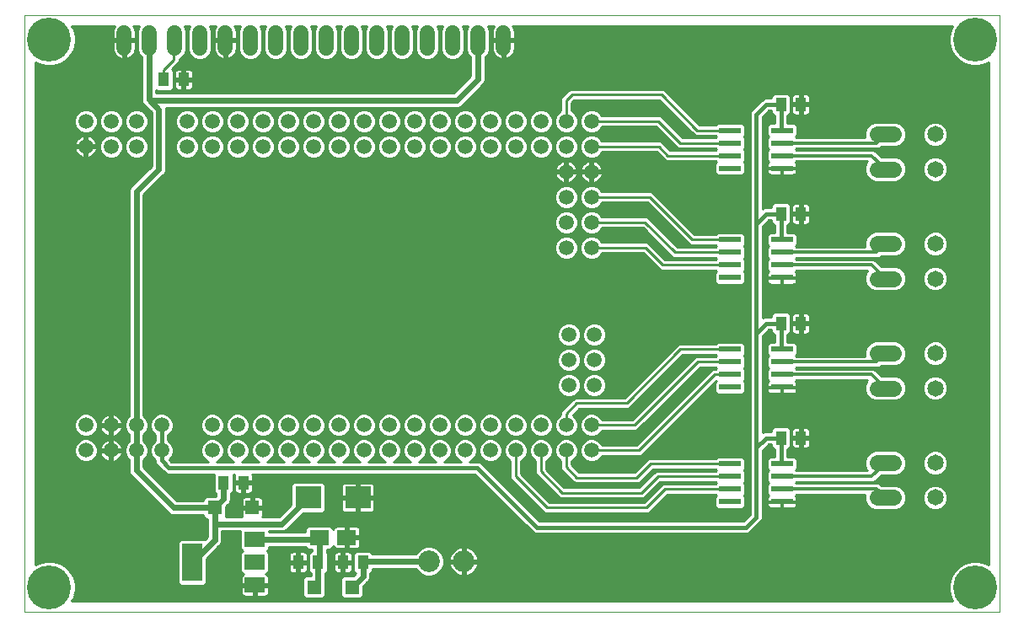
<source format=gtl>
G75*
%MOIN*%
%OFA0B0*%
%FSLAX25Y25*%
%IPPOS*%
%LPD*%
%AMOC8*
5,1,8,0,0,1.08239X$1,22.5*
%
%ADD10C,0.00000*%
%ADD11R,0.10236X0.08661*%
%ADD12R,0.04331X0.05512*%
%ADD13R,0.07677X0.05906*%
%ADD14R,0.05512X0.05512*%
%ADD15R,0.08661X0.02362*%
%ADD16R,0.07874X0.05906*%
%ADD17R,0.07874X0.14961*%
%ADD18C,0.06000*%
%ADD19C,0.08600*%
%ADD20C,0.05937*%
%ADD21C,0.06496*%
%ADD22C,0.06496*%
%ADD23C,0.01000*%
%ADD24C,0.02781*%
%ADD25C,0.02400*%
%ADD26C,0.17386*%
%ADD27C,0.01600*%
%ADD28C,0.01200*%
D10*
X0005437Y0028622D02*
X0005437Y0264843D01*
X0391264Y0264843D01*
X0391264Y0028622D01*
X0005437Y0028622D01*
D11*
X0117642Y0073898D03*
X0137327Y0073898D03*
D12*
X0139295Y0048307D03*
X0131421Y0048307D03*
X0121579Y0048307D03*
X0113705Y0048307D03*
X0092051Y0079803D03*
X0084177Y0079803D03*
X0304650Y0097520D03*
X0312524Y0097520D03*
X0312524Y0142795D03*
X0304650Y0142795D03*
X0304650Y0186102D03*
X0312524Y0186102D03*
X0312524Y0229409D03*
X0304650Y0229409D03*
X0068429Y0239252D03*
X0060555Y0239252D03*
D13*
X0122071Y0058150D03*
X0132898Y0058150D03*
D14*
X0134965Y0038465D03*
X0120004Y0038465D03*
X0095594Y0069961D03*
X0080634Y0069961D03*
D15*
X0284571Y0072303D03*
X0284571Y0077303D03*
X0284571Y0082303D03*
X0284571Y0087303D03*
X0305043Y0087303D03*
X0305043Y0082303D03*
X0305043Y0077303D03*
X0305043Y0072303D03*
X0305043Y0117579D03*
X0305043Y0122579D03*
X0305043Y0127579D03*
X0305043Y0132579D03*
X0284571Y0132579D03*
X0284571Y0127579D03*
X0284571Y0122579D03*
X0284571Y0117579D03*
X0284571Y0160886D03*
X0284571Y0165886D03*
X0284571Y0170886D03*
X0284571Y0175886D03*
X0305043Y0175886D03*
X0305043Y0170886D03*
X0305043Y0165886D03*
X0305043Y0160886D03*
X0305043Y0204193D03*
X0305043Y0209193D03*
X0305043Y0214193D03*
X0305043Y0219193D03*
X0284571Y0219193D03*
X0284571Y0214193D03*
X0284571Y0209193D03*
X0284571Y0204193D03*
D16*
X0096579Y0057362D03*
X0096579Y0048307D03*
X0096579Y0039252D03*
D17*
X0071776Y0048307D03*
D18*
X0074827Y0251843D02*
X0074827Y0257843D01*
X0064827Y0257843D02*
X0064827Y0251843D01*
X0054827Y0251843D02*
X0054827Y0257843D01*
X0044827Y0257843D02*
X0044827Y0251843D01*
X0084827Y0251843D02*
X0084827Y0257843D01*
X0094827Y0257843D02*
X0094827Y0251843D01*
X0104827Y0251843D02*
X0104827Y0257843D01*
X0114827Y0257843D02*
X0114827Y0251843D01*
X0124827Y0251843D02*
X0124827Y0257843D01*
X0134827Y0257843D02*
X0134827Y0251843D01*
X0144827Y0251843D02*
X0144827Y0257843D01*
X0154827Y0257843D02*
X0154827Y0251843D01*
X0164827Y0251843D02*
X0164827Y0257843D01*
X0174827Y0257843D02*
X0174827Y0251843D01*
X0184827Y0251843D02*
X0184827Y0257843D01*
X0194827Y0257843D02*
X0194827Y0251843D01*
D19*
X0179177Y0048661D03*
X0165398Y0048661D03*
D20*
X0169677Y0092567D03*
X0159677Y0092567D03*
X0149677Y0092567D03*
X0139677Y0092567D03*
X0129677Y0092567D03*
X0119677Y0092567D03*
X0109677Y0092567D03*
X0099677Y0092567D03*
X0089677Y0092567D03*
X0079677Y0092567D03*
X0079677Y0102567D03*
X0089677Y0102567D03*
X0099677Y0102567D03*
X0109677Y0102567D03*
X0119677Y0102567D03*
X0129677Y0102567D03*
X0139677Y0102567D03*
X0149677Y0102567D03*
X0159677Y0102567D03*
X0169677Y0102567D03*
X0179677Y0102567D03*
X0189677Y0102567D03*
X0189677Y0092567D03*
X0179677Y0092567D03*
X0199677Y0092567D03*
X0209677Y0092567D03*
X0209677Y0102567D03*
X0199677Y0102567D03*
X0219677Y0102567D03*
X0229677Y0102567D03*
X0229677Y0092567D03*
X0219677Y0092567D03*
X0220862Y0118295D03*
X0230862Y0118295D03*
X0230862Y0128295D03*
X0220862Y0128295D03*
X0220862Y0138295D03*
X0230862Y0138295D03*
X0229661Y0172795D03*
X0219661Y0172795D03*
X0219661Y0182795D03*
X0229661Y0182795D03*
X0229661Y0192795D03*
X0219661Y0192795D03*
X0219661Y0202795D03*
X0229661Y0202795D03*
X0229661Y0212795D03*
X0219661Y0212795D03*
X0209661Y0212795D03*
X0199661Y0212795D03*
X0189661Y0212795D03*
X0179661Y0212795D03*
X0169661Y0212795D03*
X0159661Y0212795D03*
X0149661Y0212795D03*
X0139661Y0212795D03*
X0129661Y0212795D03*
X0119661Y0212795D03*
X0109661Y0212795D03*
X0099661Y0212795D03*
X0089661Y0212795D03*
X0079661Y0212795D03*
X0069661Y0212795D03*
X0069661Y0222795D03*
X0079661Y0222795D03*
X0089661Y0222795D03*
X0099661Y0222795D03*
X0109661Y0222795D03*
X0119661Y0222795D03*
X0129661Y0222795D03*
X0139661Y0222795D03*
X0149661Y0222795D03*
X0159661Y0222795D03*
X0169661Y0222795D03*
X0179661Y0222795D03*
X0189661Y0222795D03*
X0199661Y0222795D03*
X0209661Y0222795D03*
X0219661Y0222795D03*
X0229661Y0222795D03*
X0049661Y0222795D03*
X0039661Y0222795D03*
X0029661Y0222795D03*
X0029661Y0212795D03*
X0039661Y0212795D03*
X0049661Y0212795D03*
X0049677Y0102567D03*
X0039677Y0102567D03*
X0029677Y0102567D03*
X0029677Y0092567D03*
X0039677Y0092567D03*
X0049677Y0092567D03*
X0059677Y0092567D03*
X0059677Y0102567D03*
D21*
X0342740Y0117205D02*
X0349236Y0117205D01*
X0349236Y0130984D02*
X0342740Y0130984D01*
X0342740Y0160512D02*
X0349236Y0160512D01*
X0349236Y0174291D02*
X0342740Y0174291D01*
X0342740Y0203819D02*
X0349236Y0203819D01*
X0349236Y0217598D02*
X0342740Y0217598D01*
X0342740Y0087677D02*
X0349236Y0087677D01*
X0349236Y0073898D02*
X0342740Y0073898D01*
D22*
X0365673Y0073898D03*
X0365673Y0087677D03*
X0365673Y0117205D03*
X0365673Y0130984D03*
X0365673Y0160512D03*
X0365673Y0174291D03*
X0365673Y0203819D03*
X0365673Y0217598D03*
D23*
X0361038Y0219338D02*
X0353871Y0219338D01*
X0354184Y0218583D02*
X0353431Y0220401D01*
X0352039Y0221793D01*
X0350220Y0222546D01*
X0341756Y0222546D01*
X0339937Y0221793D01*
X0338545Y0220401D01*
X0337792Y0218583D01*
X0337792Y0216614D01*
X0337842Y0216493D01*
X0310659Y0216493D01*
X0310459Y0216693D01*
X0311074Y0217308D01*
X0311074Y0221078D01*
X0310078Y0222074D01*
X0307150Y0222074D01*
X0307150Y0224954D01*
X0307519Y0224954D01*
X0308515Y0225949D01*
X0308515Y0232870D01*
X0307519Y0233865D01*
X0301780Y0233865D01*
X0300784Y0232870D01*
X0300784Y0231909D01*
X0298247Y0231909D01*
X0297328Y0231529D01*
X0292688Y0226889D01*
X0292307Y0225970D01*
X0292307Y0067059D01*
X0289835Y0064587D01*
X0209228Y0064587D01*
X0186690Y0087125D01*
X0185987Y0087828D01*
X0185068Y0088209D01*
X0181355Y0088209D01*
X0182322Y0088609D01*
X0183635Y0089922D01*
X0184346Y0091638D01*
X0184346Y0093496D01*
X0183635Y0095211D01*
X0182322Y0096525D01*
X0180606Y0097235D01*
X0178749Y0097235D01*
X0177033Y0096525D01*
X0175719Y0095211D01*
X0175009Y0093496D01*
X0175009Y0091638D01*
X0175719Y0089922D01*
X0177033Y0088609D01*
X0178000Y0088209D01*
X0171355Y0088209D01*
X0172322Y0088609D01*
X0173635Y0089922D01*
X0174346Y0091638D01*
X0174346Y0093496D01*
X0173635Y0095211D01*
X0172322Y0096525D01*
X0170606Y0097235D01*
X0168749Y0097235D01*
X0167033Y0096525D01*
X0165719Y0095211D01*
X0165009Y0093496D01*
X0165009Y0091638D01*
X0165719Y0089922D01*
X0167033Y0088609D01*
X0168000Y0088209D01*
X0161355Y0088209D01*
X0162322Y0088609D01*
X0163635Y0089922D01*
X0164346Y0091638D01*
X0164346Y0093496D01*
X0163635Y0095211D01*
X0162322Y0096525D01*
X0160606Y0097235D01*
X0158749Y0097235D01*
X0157033Y0096525D01*
X0155719Y0095211D01*
X0155009Y0093496D01*
X0155009Y0091638D01*
X0155719Y0089922D01*
X0157033Y0088609D01*
X0158000Y0088209D01*
X0151355Y0088209D01*
X0152322Y0088609D01*
X0153635Y0089922D01*
X0154346Y0091638D01*
X0154346Y0093496D01*
X0153635Y0095211D01*
X0152322Y0096525D01*
X0150606Y0097235D01*
X0148749Y0097235D01*
X0147033Y0096525D01*
X0145719Y0095211D01*
X0145009Y0093496D01*
X0145009Y0091638D01*
X0145719Y0089922D01*
X0147033Y0088609D01*
X0148000Y0088209D01*
X0141355Y0088209D01*
X0142322Y0088609D01*
X0143635Y0089922D01*
X0144346Y0091638D01*
X0144346Y0093496D01*
X0143635Y0095211D01*
X0142322Y0096525D01*
X0140606Y0097235D01*
X0138749Y0097235D01*
X0137033Y0096525D01*
X0135719Y0095211D01*
X0135009Y0093496D01*
X0135009Y0091638D01*
X0135719Y0089922D01*
X0137033Y0088609D01*
X0138000Y0088209D01*
X0131355Y0088209D01*
X0132322Y0088609D01*
X0133635Y0089922D01*
X0134346Y0091638D01*
X0134346Y0093496D01*
X0133635Y0095211D01*
X0132322Y0096525D01*
X0130606Y0097235D01*
X0128749Y0097235D01*
X0127033Y0096525D01*
X0125719Y0095211D01*
X0125009Y0093496D01*
X0125009Y0091638D01*
X0125719Y0089922D01*
X0127033Y0088609D01*
X0128000Y0088209D01*
X0121355Y0088209D01*
X0122322Y0088609D01*
X0123635Y0089922D01*
X0124346Y0091638D01*
X0124346Y0093496D01*
X0123635Y0095211D01*
X0122322Y0096525D01*
X0120606Y0097235D01*
X0118749Y0097235D01*
X0117033Y0096525D01*
X0115719Y0095211D01*
X0115009Y0093496D01*
X0115009Y0091638D01*
X0115719Y0089922D01*
X0117033Y0088609D01*
X0118000Y0088209D01*
X0111355Y0088209D01*
X0112322Y0088609D01*
X0113635Y0089922D01*
X0114346Y0091638D01*
X0114346Y0093496D01*
X0113635Y0095211D01*
X0112322Y0096525D01*
X0110606Y0097235D01*
X0108749Y0097235D01*
X0107033Y0096525D01*
X0105719Y0095211D01*
X0105009Y0093496D01*
X0105009Y0091638D01*
X0105719Y0089922D01*
X0107033Y0088609D01*
X0108000Y0088209D01*
X0101355Y0088209D01*
X0102322Y0088609D01*
X0103635Y0089922D01*
X0104346Y0091638D01*
X0104346Y0093496D01*
X0103635Y0095211D01*
X0102322Y0096525D01*
X0100606Y0097235D01*
X0098749Y0097235D01*
X0097033Y0096525D01*
X0095719Y0095211D01*
X0095009Y0093496D01*
X0095009Y0091638D01*
X0095719Y0089922D01*
X0097033Y0088609D01*
X0098000Y0088209D01*
X0091355Y0088209D01*
X0092322Y0088609D01*
X0093635Y0089922D01*
X0094346Y0091638D01*
X0094346Y0093496D01*
X0093635Y0095211D01*
X0092322Y0096525D01*
X0090606Y0097235D01*
X0088749Y0097235D01*
X0087033Y0096525D01*
X0085719Y0095211D01*
X0085009Y0093496D01*
X0085009Y0091638D01*
X0085719Y0089922D01*
X0087033Y0088609D01*
X0088000Y0088209D01*
X0081355Y0088209D01*
X0082322Y0088609D01*
X0083635Y0089922D01*
X0084346Y0091638D01*
X0084346Y0093496D01*
X0083635Y0095211D01*
X0082322Y0096525D01*
X0080606Y0097235D01*
X0078749Y0097235D01*
X0077033Y0096525D01*
X0075719Y0095211D01*
X0075009Y0093496D01*
X0075009Y0091638D01*
X0075719Y0089922D01*
X0077033Y0088609D01*
X0078000Y0088209D01*
X0063559Y0088209D01*
X0062740Y0089028D01*
X0063635Y0089922D01*
X0064346Y0091638D01*
X0064346Y0093496D01*
X0063635Y0095211D01*
X0062322Y0096525D01*
X0062177Y0096585D01*
X0062177Y0098549D01*
X0062322Y0098609D01*
X0063635Y0099922D01*
X0064346Y0101638D01*
X0064346Y0103496D01*
X0063635Y0105211D01*
X0062322Y0106525D01*
X0060606Y0107235D01*
X0058749Y0107235D01*
X0057033Y0106525D01*
X0055719Y0105211D01*
X0055009Y0103496D01*
X0055009Y0101638D01*
X0055719Y0099922D01*
X0057033Y0098609D01*
X0057177Y0098549D01*
X0057177Y0096585D01*
X0057033Y0096525D01*
X0055719Y0095211D01*
X0055009Y0093496D01*
X0055009Y0091638D01*
X0055719Y0089922D01*
X0057033Y0088609D01*
X0057177Y0088549D01*
X0057177Y0088058D01*
X0057558Y0087139D01*
X0060404Y0084293D01*
X0061107Y0083589D01*
X0062026Y0083209D01*
X0080312Y0083209D01*
X0080312Y0076343D01*
X0081277Y0075378D01*
X0081277Y0074705D01*
X0080989Y0074417D01*
X0077174Y0074417D01*
X0076178Y0073421D01*
X0076178Y0072861D01*
X0065693Y0072861D01*
X0052577Y0085977D01*
X0052577Y0088865D01*
X0053635Y0089922D01*
X0054346Y0091638D01*
X0054346Y0093496D01*
X0053635Y0095211D01*
X0052577Y0096269D01*
X0052577Y0098865D01*
X0053635Y0099922D01*
X0054346Y0101638D01*
X0054346Y0103496D01*
X0053635Y0105211D01*
X0052577Y0106269D01*
X0052577Y0193708D01*
X0060229Y0201360D01*
X0061045Y0202176D01*
X0061487Y0203242D01*
X0061487Y0228018D01*
X0061451Y0228104D01*
X0176900Y0228104D01*
X0177966Y0228545D01*
X0187285Y0237865D01*
X0187727Y0238931D01*
X0187727Y0248096D01*
X0188811Y0249180D01*
X0189527Y0250908D01*
X0189527Y0258777D01*
X0188878Y0260343D01*
X0191081Y0260343D01*
X0190978Y0260201D01*
X0190656Y0259570D01*
X0190438Y0258896D01*
X0190327Y0258197D01*
X0190327Y0255342D01*
X0194327Y0255342D01*
X0194327Y0254343D01*
X0190327Y0254343D01*
X0190327Y0251488D01*
X0190438Y0250789D01*
X0190656Y0250115D01*
X0190978Y0249484D01*
X0191394Y0248911D01*
X0191895Y0248410D01*
X0192468Y0247994D01*
X0193099Y0247672D01*
X0193773Y0247453D01*
X0194327Y0247366D01*
X0194327Y0254342D01*
X0195327Y0254342D01*
X0195327Y0247366D01*
X0195881Y0247453D01*
X0196554Y0247672D01*
X0197185Y0247994D01*
X0197758Y0248410D01*
X0198259Y0248911D01*
X0198676Y0249484D01*
X0198997Y0250115D01*
X0199216Y0250789D01*
X0199327Y0251488D01*
X0199327Y0254343D01*
X0195327Y0254343D01*
X0195327Y0255342D01*
X0199327Y0255342D01*
X0199327Y0258197D01*
X0199216Y0258896D01*
X0198997Y0259570D01*
X0198676Y0260201D01*
X0198573Y0260343D01*
X0372505Y0260343D01*
X0371737Y0259012D01*
X0371028Y0256368D01*
X0371028Y0253632D01*
X0371737Y0250988D01*
X0373105Y0248619D01*
X0375040Y0246684D01*
X0377410Y0245315D01*
X0380053Y0244607D01*
X0382790Y0244607D01*
X0385433Y0245315D01*
X0386764Y0246084D01*
X0386764Y0047381D01*
X0385433Y0048149D01*
X0382790Y0048857D01*
X0380053Y0048857D01*
X0377410Y0048149D01*
X0375040Y0046781D01*
X0373105Y0044846D01*
X0371737Y0042476D01*
X0371028Y0039833D01*
X0371028Y0037096D01*
X0371737Y0034453D01*
X0372505Y0033122D01*
X0024196Y0033122D01*
X0024964Y0034453D01*
X0025672Y0037096D01*
X0025672Y0039833D01*
X0024964Y0042476D01*
X0023596Y0044846D01*
X0021661Y0046781D01*
X0019291Y0048149D01*
X0016648Y0048857D01*
X0013911Y0048857D01*
X0011268Y0048149D01*
X0009937Y0047381D01*
X0009937Y0246084D01*
X0011268Y0245315D01*
X0013911Y0244607D01*
X0016648Y0244607D01*
X0019291Y0245315D01*
X0021661Y0246684D01*
X0023596Y0248619D01*
X0024964Y0250988D01*
X0025672Y0253632D01*
X0025672Y0256368D01*
X0024964Y0259012D01*
X0024196Y0260343D01*
X0041081Y0260343D01*
X0040978Y0260201D01*
X0040656Y0259570D01*
X0040438Y0258896D01*
X0040327Y0258197D01*
X0040327Y0255342D01*
X0044327Y0255342D01*
X0044327Y0254343D01*
X0040327Y0254343D01*
X0040327Y0251488D01*
X0040438Y0250789D01*
X0040656Y0250115D01*
X0040978Y0249484D01*
X0041394Y0248911D01*
X0041895Y0248410D01*
X0042468Y0247994D01*
X0043099Y0247672D01*
X0043773Y0247453D01*
X0044327Y0247366D01*
X0044327Y0254342D01*
X0045327Y0254342D01*
X0045327Y0247366D01*
X0045881Y0247453D01*
X0046554Y0247672D01*
X0047185Y0247994D01*
X0047758Y0248410D01*
X0048259Y0248911D01*
X0048676Y0249484D01*
X0048997Y0250115D01*
X0049216Y0250789D01*
X0049327Y0251488D01*
X0049327Y0254343D01*
X0045327Y0254343D01*
X0045327Y0255342D01*
X0049327Y0255342D01*
X0049327Y0258197D01*
X0049216Y0258896D01*
X0048997Y0259570D01*
X0048676Y0260201D01*
X0048573Y0260343D01*
X0050775Y0260343D01*
X0050127Y0258777D01*
X0050127Y0250908D01*
X0050842Y0249180D01*
X0051750Y0248273D01*
X0051750Y0230801D01*
X0052191Y0229735D01*
X0052565Y0229361D01*
X0055687Y0226240D01*
X0055687Y0205020D01*
X0047219Y0196552D01*
X0046777Y0195486D01*
X0046777Y0106269D01*
X0045719Y0105211D01*
X0045009Y0103496D01*
X0045009Y0101638D01*
X0045719Y0099922D01*
X0046777Y0098865D01*
X0046777Y0096269D01*
X0045719Y0095211D01*
X0045009Y0093496D01*
X0045009Y0091638D01*
X0045719Y0089922D01*
X0046777Y0088865D01*
X0046777Y0084199D01*
X0047219Y0083133D01*
X0062849Y0067502D01*
X0063915Y0067061D01*
X0076178Y0067061D01*
X0076178Y0066501D01*
X0077174Y0065505D01*
X0077734Y0065505D01*
X0077734Y0058367D01*
X0076636Y0057268D01*
X0076417Y0057487D01*
X0067134Y0057487D01*
X0066139Y0056492D01*
X0066139Y0040123D01*
X0067134Y0039127D01*
X0076417Y0039127D01*
X0077413Y0040123D01*
X0077413Y0049843D01*
X0082277Y0054707D01*
X0083092Y0055523D01*
X0083534Y0056588D01*
X0083534Y0060584D01*
X0090942Y0060584D01*
X0090942Y0053705D01*
X0091812Y0052835D01*
X0090942Y0051964D01*
X0090942Y0044650D01*
X0091938Y0043654D01*
X0092256Y0043654D01*
X0092063Y0043602D01*
X0091721Y0043405D01*
X0091441Y0043126D01*
X0091244Y0042784D01*
X0091142Y0042402D01*
X0091142Y0039752D01*
X0096079Y0039752D01*
X0096079Y0038752D01*
X0097079Y0038752D01*
X0097079Y0039752D01*
X0102016Y0039752D01*
X0102016Y0042402D01*
X0101914Y0042784D01*
X0101716Y0043126D01*
X0101437Y0043405D01*
X0101095Y0043602D01*
X0100901Y0043654D01*
X0101220Y0043654D01*
X0102216Y0044650D01*
X0102216Y0051964D01*
X0101345Y0052835D01*
X0102216Y0053705D01*
X0102216Y0054462D01*
X0116563Y0054462D01*
X0117528Y0053497D01*
X0119171Y0053497D01*
X0119171Y0052763D01*
X0118709Y0052763D01*
X0117713Y0051767D01*
X0117713Y0044847D01*
X0118679Y0043882D01*
X0118679Y0042920D01*
X0116544Y0042920D01*
X0115548Y0041925D01*
X0115548Y0035004D01*
X0116544Y0034009D01*
X0123464Y0034009D01*
X0124460Y0035004D01*
X0124460Y0039417D01*
X0124479Y0039463D01*
X0124479Y0043882D01*
X0125444Y0044847D01*
X0125444Y0051767D01*
X0124971Y0052240D01*
X0124971Y0053497D01*
X0126614Y0053497D01*
X0127609Y0054493D01*
X0127609Y0054811D01*
X0127661Y0054618D01*
X0127859Y0054276D01*
X0128138Y0053997D01*
X0128480Y0053799D01*
X0128862Y0053697D01*
X0132398Y0053697D01*
X0132398Y0057650D01*
X0133398Y0057650D01*
X0133398Y0058650D01*
X0132398Y0058650D01*
X0132398Y0062602D01*
X0128862Y0062602D01*
X0128480Y0062500D01*
X0128138Y0062303D01*
X0127859Y0062023D01*
X0127661Y0061681D01*
X0127609Y0061488D01*
X0127609Y0061807D01*
X0126614Y0062802D01*
X0117528Y0062802D01*
X0116532Y0061807D01*
X0116532Y0060262D01*
X0102216Y0060262D01*
X0102216Y0060584D01*
X0107805Y0060584D01*
X0108871Y0061026D01*
X0109687Y0061842D01*
X0115712Y0067867D01*
X0123464Y0067867D01*
X0124460Y0068863D01*
X0124460Y0078933D01*
X0123464Y0079928D01*
X0111819Y0079928D01*
X0110824Y0078933D01*
X0110824Y0071181D01*
X0106027Y0066384D01*
X0099609Y0066384D01*
X0099748Y0066626D01*
X0099850Y0067007D01*
X0099850Y0069461D01*
X0096095Y0069461D01*
X0096095Y0070461D01*
X0099850Y0070461D01*
X0099850Y0072914D01*
X0099748Y0073296D01*
X0099551Y0073638D01*
X0099271Y0073917D01*
X0098929Y0074114D01*
X0098548Y0074217D01*
X0096094Y0074217D01*
X0096094Y0070461D01*
X0095095Y0070461D01*
X0095095Y0074217D01*
X0092641Y0074217D01*
X0092260Y0074114D01*
X0091918Y0073917D01*
X0091638Y0073638D01*
X0091441Y0073296D01*
X0091339Y0072914D01*
X0091339Y0070461D01*
X0095094Y0070461D01*
X0095094Y0069461D01*
X0091339Y0069461D01*
X0091339Y0067007D01*
X0091441Y0066626D01*
X0091580Y0066384D01*
X0084973Y0066384D01*
X0085090Y0066501D01*
X0085090Y0070315D01*
X0085820Y0071045D01*
X0086636Y0071861D01*
X0087077Y0072927D01*
X0087077Y0075378D01*
X0088043Y0076343D01*
X0088043Y0083209D01*
X0088529Y0083209D01*
X0088488Y0083138D01*
X0088386Y0082757D01*
X0088386Y0080303D01*
X0091551Y0080303D01*
X0091551Y0079303D01*
X0092551Y0079303D01*
X0092551Y0075547D01*
X0094414Y0075547D01*
X0094796Y0075649D01*
X0095138Y0075847D01*
X0095417Y0076126D01*
X0095614Y0076468D01*
X0095717Y0076850D01*
X0095717Y0079303D01*
X0092551Y0079303D01*
X0092551Y0080303D01*
X0095717Y0080303D01*
X0095717Y0082757D01*
X0095614Y0083138D01*
X0095574Y0083209D01*
X0183535Y0083209D01*
X0206074Y0060670D01*
X0206777Y0059967D01*
X0207696Y0059587D01*
X0291367Y0059587D01*
X0292286Y0059967D01*
X0296223Y0063904D01*
X0296926Y0064607D01*
X0297307Y0065526D01*
X0297307Y0092547D01*
X0299780Y0095020D01*
X0300784Y0095020D01*
X0300784Y0094060D01*
X0301780Y0093064D01*
X0302150Y0093064D01*
X0302150Y0090184D01*
X0300008Y0090184D01*
X0299013Y0089188D01*
X0299013Y0085418D01*
X0299627Y0084803D01*
X0299013Y0084188D01*
X0299013Y0080418D01*
X0299627Y0079803D01*
X0299013Y0079188D01*
X0299013Y0075418D01*
X0299769Y0074662D01*
X0299512Y0074405D01*
X0299315Y0074063D01*
X0299213Y0073682D01*
X0299213Y0072394D01*
X0304953Y0072394D01*
X0304953Y0072213D01*
X0299213Y0072213D01*
X0299213Y0070925D01*
X0299315Y0070543D01*
X0299512Y0070201D01*
X0299792Y0069922D01*
X0300134Y0069724D01*
X0300515Y0069622D01*
X0304953Y0069622D01*
X0304953Y0072213D01*
X0305134Y0072213D01*
X0305134Y0072394D01*
X0310874Y0072394D01*
X0310874Y0073682D01*
X0310772Y0074063D01*
X0310574Y0074405D01*
X0310318Y0074662D01*
X0310659Y0075003D01*
X0337842Y0075003D01*
X0337792Y0074882D01*
X0337792Y0072913D01*
X0338545Y0071095D01*
X0339937Y0069703D01*
X0341756Y0068950D01*
X0350220Y0068950D01*
X0352039Y0069703D01*
X0353431Y0071095D01*
X0354184Y0072913D01*
X0354184Y0074882D01*
X0353431Y0076700D01*
X0352039Y0078092D01*
X0350220Y0078846D01*
X0344293Y0078846D01*
X0343535Y0079603D01*
X0310659Y0079603D01*
X0310459Y0079803D01*
X0310659Y0080003D01*
X0341567Y0080003D01*
X0344293Y0082729D01*
X0350220Y0082729D01*
X0352039Y0083482D01*
X0353431Y0084874D01*
X0354184Y0086693D01*
X0354184Y0088661D01*
X0353431Y0090480D01*
X0352039Y0091872D01*
X0350220Y0092625D01*
X0341756Y0092625D01*
X0339937Y0091872D01*
X0338545Y0090480D01*
X0337792Y0088661D01*
X0337792Y0086693D01*
X0338545Y0084874D01*
X0338817Y0084603D01*
X0310659Y0084603D01*
X0310459Y0084803D01*
X0311074Y0085418D01*
X0311074Y0089188D01*
X0310078Y0090184D01*
X0307150Y0090184D01*
X0307150Y0093064D01*
X0307519Y0093064D01*
X0308515Y0094060D01*
X0308515Y0100980D01*
X0307519Y0101976D01*
X0301780Y0101976D01*
X0300784Y0100980D01*
X0300784Y0100020D01*
X0298247Y0100020D01*
X0297328Y0099639D01*
X0297307Y0099618D01*
X0297307Y0137823D01*
X0299780Y0140295D01*
X0300784Y0140295D01*
X0300784Y0139335D01*
X0301780Y0138339D01*
X0302150Y0138339D01*
X0302150Y0135460D01*
X0300008Y0135460D01*
X0299013Y0134464D01*
X0297307Y0134464D01*
X0297307Y0133466D02*
X0299013Y0133466D01*
X0299013Y0134464D02*
X0299013Y0130693D01*
X0299627Y0130079D01*
X0299013Y0129464D01*
X0299013Y0125693D01*
X0299627Y0125079D01*
X0299013Y0124464D01*
X0299013Y0120693D01*
X0299769Y0119937D01*
X0299512Y0119681D01*
X0299315Y0119339D01*
X0299213Y0118957D01*
X0299213Y0117669D01*
X0304953Y0117669D01*
X0304953Y0117488D01*
X0305134Y0117488D01*
X0305134Y0117669D01*
X0310874Y0117669D01*
X0310874Y0118957D01*
X0310772Y0119339D01*
X0310574Y0119681D01*
X0310318Y0119937D01*
X0310659Y0120279D01*
X0338817Y0120279D01*
X0338545Y0120008D01*
X0337792Y0118189D01*
X0337792Y0116220D01*
X0338545Y0114402D01*
X0339937Y0113010D01*
X0341756Y0112257D01*
X0350220Y0112257D01*
X0352039Y0113010D01*
X0353431Y0114402D01*
X0354184Y0116220D01*
X0354184Y0118189D01*
X0353431Y0120008D01*
X0352039Y0121399D01*
X0350220Y0122153D01*
X0344293Y0122153D01*
X0341567Y0124879D01*
X0310659Y0124879D01*
X0310459Y0125079D01*
X0310659Y0125279D01*
X0343535Y0125279D01*
X0344293Y0126036D01*
X0350220Y0126036D01*
X0352039Y0126790D01*
X0353431Y0128181D01*
X0354184Y0130000D01*
X0354184Y0131968D01*
X0353431Y0133787D01*
X0352039Y0135179D01*
X0350220Y0135932D01*
X0341756Y0135932D01*
X0339937Y0135179D01*
X0338545Y0133787D01*
X0337792Y0131968D01*
X0337792Y0130000D01*
X0337842Y0129879D01*
X0310659Y0129879D01*
X0310459Y0130079D01*
X0311074Y0130693D01*
X0311074Y0134464D01*
X0310078Y0135460D01*
X0307150Y0135460D01*
X0307150Y0138339D01*
X0307519Y0138339D01*
X0308515Y0139335D01*
X0308515Y0146255D01*
X0307519Y0147251D01*
X0301780Y0147251D01*
X0300784Y0146255D01*
X0300784Y0145295D01*
X0298247Y0145295D01*
X0297328Y0144915D01*
X0297307Y0144894D01*
X0297307Y0181130D01*
X0299780Y0183602D01*
X0300784Y0183602D01*
X0300784Y0182642D01*
X0301780Y0181646D01*
X0302150Y0181646D01*
X0302150Y0178767D01*
X0300008Y0178767D01*
X0299013Y0177771D01*
X0299013Y0174001D01*
X0299627Y0173386D01*
X0299013Y0172771D01*
X0299013Y0169001D01*
X0299627Y0168386D01*
X0299013Y0167771D01*
X0299013Y0164001D01*
X0299769Y0163244D01*
X0299512Y0162988D01*
X0299315Y0162646D01*
X0299213Y0162264D01*
X0299213Y0160976D01*
X0304953Y0160976D01*
X0304953Y0160795D01*
X0305134Y0160795D01*
X0305134Y0158205D01*
X0309571Y0158205D01*
X0309953Y0158307D01*
X0310295Y0158504D01*
X0310574Y0158784D01*
X0310772Y0159126D01*
X0310874Y0159507D01*
X0310874Y0160795D01*
X0305134Y0160795D01*
X0305134Y0160976D01*
X0310874Y0160976D01*
X0310874Y0162264D01*
X0310772Y0162646D01*
X0310574Y0162988D01*
X0310318Y0163244D01*
X0310659Y0163586D01*
X0338817Y0163586D01*
X0338545Y0163315D01*
X0337792Y0161496D01*
X0337792Y0159528D01*
X0338545Y0157709D01*
X0339937Y0156317D01*
X0341756Y0155564D01*
X0350220Y0155564D01*
X0352039Y0156317D01*
X0353431Y0157709D01*
X0354184Y0159528D01*
X0354184Y0161496D01*
X0353431Y0163315D01*
X0352039Y0164707D01*
X0350220Y0165460D01*
X0344293Y0165460D01*
X0341567Y0168186D01*
X0310659Y0168186D01*
X0310459Y0168386D01*
X0310659Y0168586D01*
X0343535Y0168586D01*
X0344293Y0169343D01*
X0350220Y0169343D01*
X0352039Y0170097D01*
X0353431Y0171488D01*
X0354184Y0173307D01*
X0354184Y0175276D01*
X0353431Y0177094D01*
X0352039Y0178486D01*
X0350220Y0179239D01*
X0341756Y0179239D01*
X0339937Y0178486D01*
X0338545Y0177094D01*
X0337792Y0175276D01*
X0337792Y0173307D01*
X0337842Y0173186D01*
X0310659Y0173186D01*
X0310459Y0173386D01*
X0311074Y0174001D01*
X0311074Y0177771D01*
X0310078Y0178767D01*
X0307150Y0178767D01*
X0307150Y0181646D01*
X0307519Y0181646D01*
X0308515Y0182642D01*
X0308515Y0189562D01*
X0307519Y0190558D01*
X0301780Y0190558D01*
X0300784Y0189562D01*
X0300784Y0188602D01*
X0298247Y0188602D01*
X0297328Y0188222D01*
X0297307Y0188201D01*
X0297307Y0224437D01*
X0299780Y0226909D01*
X0300784Y0226909D01*
X0300784Y0225949D01*
X0301780Y0224954D01*
X0302150Y0224954D01*
X0302150Y0222074D01*
X0300008Y0222074D01*
X0299013Y0221078D01*
X0299013Y0217308D01*
X0299627Y0216693D01*
X0299013Y0216078D01*
X0299013Y0212308D01*
X0299627Y0211693D01*
X0299013Y0211078D01*
X0299013Y0207308D01*
X0299769Y0206551D01*
X0299512Y0206295D01*
X0299315Y0205953D01*
X0299213Y0205571D01*
X0299213Y0204283D01*
X0304953Y0204283D01*
X0304953Y0204102D01*
X0305134Y0204102D01*
X0305134Y0201512D01*
X0309571Y0201512D01*
X0309953Y0201614D01*
X0310295Y0201812D01*
X0310574Y0202091D01*
X0310772Y0202433D01*
X0310874Y0202814D01*
X0310874Y0204102D01*
X0305134Y0204102D01*
X0305134Y0204283D01*
X0310874Y0204283D01*
X0310874Y0205571D01*
X0310772Y0205953D01*
X0310574Y0206295D01*
X0310318Y0206551D01*
X0310659Y0206893D01*
X0338817Y0206893D01*
X0338545Y0206622D01*
X0337792Y0204803D01*
X0337792Y0202835D01*
X0338545Y0201016D01*
X0339937Y0199624D01*
X0341756Y0198871D01*
X0350220Y0198871D01*
X0352039Y0199624D01*
X0353431Y0201016D01*
X0354184Y0202835D01*
X0354184Y0204803D01*
X0353431Y0206622D01*
X0352039Y0208014D01*
X0350220Y0208767D01*
X0344293Y0208767D01*
X0341567Y0211493D01*
X0310659Y0211493D01*
X0310459Y0211693D01*
X0310659Y0211893D01*
X0343535Y0211893D01*
X0344293Y0212650D01*
X0350220Y0212650D01*
X0352039Y0213404D01*
X0353431Y0214796D01*
X0354184Y0216614D01*
X0354184Y0218583D01*
X0354184Y0218339D02*
X0360725Y0218339D01*
X0360725Y0218583D02*
X0360725Y0216614D01*
X0361478Y0214796D01*
X0362870Y0213404D01*
X0364689Y0212650D01*
X0366657Y0212650D01*
X0368476Y0213404D01*
X0369868Y0214796D01*
X0370621Y0216614D01*
X0370621Y0218583D01*
X0369868Y0220401D01*
X0368476Y0221793D01*
X0366657Y0222546D01*
X0364689Y0222546D01*
X0362870Y0221793D01*
X0361478Y0220401D01*
X0360725Y0218583D01*
X0360725Y0217341D02*
X0354184Y0217341D01*
X0354072Y0216342D02*
X0360838Y0216342D01*
X0361251Y0215344D02*
X0353658Y0215344D01*
X0352981Y0214345D02*
X0361929Y0214345D01*
X0363008Y0213347D02*
X0351901Y0213347D01*
X0351217Y0208354D02*
X0363692Y0208354D01*
X0362870Y0208014D02*
X0364689Y0208767D01*
X0366657Y0208767D01*
X0368476Y0208014D01*
X0369868Y0206622D01*
X0370621Y0204803D01*
X0370621Y0202835D01*
X0369868Y0201016D01*
X0368476Y0199624D01*
X0366657Y0198871D01*
X0364689Y0198871D01*
X0362870Y0199624D01*
X0361478Y0201016D01*
X0360725Y0202835D01*
X0360725Y0204803D01*
X0361478Y0206622D01*
X0362870Y0208014D01*
X0362212Y0207356D02*
X0352697Y0207356D01*
X0353541Y0206357D02*
X0361369Y0206357D01*
X0360955Y0205359D02*
X0353954Y0205359D01*
X0354184Y0204360D02*
X0360725Y0204360D01*
X0360725Y0203362D02*
X0354184Y0203362D01*
X0353989Y0202363D02*
X0360921Y0202363D01*
X0361334Y0201365D02*
X0353575Y0201365D01*
X0352781Y0200366D02*
X0362129Y0200366D01*
X0363490Y0199367D02*
X0351419Y0199367D01*
X0340557Y0199367D02*
X0297307Y0199367D01*
X0297307Y0198369D02*
X0386764Y0198369D01*
X0386764Y0199367D02*
X0367856Y0199367D01*
X0369218Y0200366D02*
X0386764Y0200366D01*
X0386764Y0201365D02*
X0370012Y0201365D01*
X0370426Y0202363D02*
X0386764Y0202363D01*
X0386764Y0203362D02*
X0370621Y0203362D01*
X0370621Y0204360D02*
X0386764Y0204360D01*
X0386764Y0205359D02*
X0370391Y0205359D01*
X0369978Y0206357D02*
X0386764Y0206357D01*
X0386764Y0207356D02*
X0369134Y0207356D01*
X0367654Y0208354D02*
X0386764Y0208354D01*
X0386764Y0209353D02*
X0343707Y0209353D01*
X0342709Y0210351D02*
X0386764Y0210351D01*
X0386764Y0211350D02*
X0341710Y0211350D01*
X0343991Y0212348D02*
X0386764Y0212348D01*
X0386764Y0213347D02*
X0368338Y0213347D01*
X0369418Y0214345D02*
X0386764Y0214345D01*
X0386764Y0215344D02*
X0370095Y0215344D01*
X0370509Y0216342D02*
X0386764Y0216342D01*
X0386764Y0217341D02*
X0370621Y0217341D01*
X0370621Y0218339D02*
X0386764Y0218339D01*
X0386764Y0219338D02*
X0370309Y0219338D01*
X0369895Y0220336D02*
X0386764Y0220336D01*
X0386764Y0221335D02*
X0368934Y0221335D01*
X0367172Y0222333D02*
X0386764Y0222333D01*
X0386764Y0223332D02*
X0307150Y0223332D01*
X0307150Y0224330D02*
X0386764Y0224330D01*
X0386764Y0225329D02*
X0315394Y0225329D01*
X0315268Y0225256D02*
X0315610Y0225453D01*
X0315889Y0225733D01*
X0316087Y0226075D01*
X0316189Y0226456D01*
X0316189Y0228909D01*
X0313024Y0228909D01*
X0313024Y0229909D01*
X0316189Y0229909D01*
X0316189Y0232363D01*
X0316087Y0232744D01*
X0315889Y0233086D01*
X0315610Y0233366D01*
X0315268Y0233563D01*
X0314886Y0233665D01*
X0313024Y0233665D01*
X0313024Y0229909D01*
X0312024Y0229909D01*
X0312024Y0228909D01*
X0313024Y0228909D01*
X0313024Y0225154D01*
X0314886Y0225154D01*
X0315268Y0225256D01*
X0316154Y0226327D02*
X0386764Y0226327D01*
X0386764Y0227326D02*
X0316189Y0227326D01*
X0316189Y0228324D02*
X0386764Y0228324D01*
X0386764Y0229323D02*
X0313024Y0229323D01*
X0313024Y0230321D02*
X0312024Y0230321D01*
X0312024Y0229909D02*
X0312024Y0233665D01*
X0310161Y0233665D01*
X0309779Y0233563D01*
X0309437Y0233366D01*
X0309158Y0233086D01*
X0308960Y0232744D01*
X0308858Y0232363D01*
X0308858Y0229909D01*
X0312024Y0229909D01*
X0312024Y0229323D02*
X0308515Y0229323D01*
X0308858Y0228909D02*
X0308858Y0226456D01*
X0308960Y0226075D01*
X0309158Y0225733D01*
X0309437Y0225453D01*
X0309779Y0225256D01*
X0310161Y0225154D01*
X0312024Y0225154D01*
X0312024Y0228909D01*
X0308858Y0228909D01*
X0308858Y0228324D02*
X0308515Y0228324D01*
X0308515Y0227326D02*
X0308858Y0227326D01*
X0308893Y0226327D02*
X0308515Y0226327D01*
X0307894Y0225329D02*
X0309653Y0225329D01*
X0312024Y0225329D02*
X0313024Y0225329D01*
X0313024Y0226327D02*
X0312024Y0226327D01*
X0312024Y0227326D02*
X0313024Y0227326D01*
X0313024Y0228324D02*
X0312024Y0228324D01*
X0312024Y0231320D02*
X0313024Y0231320D01*
X0313024Y0232318D02*
X0312024Y0232318D01*
X0312024Y0233317D02*
X0313024Y0233317D01*
X0315659Y0233317D02*
X0386764Y0233317D01*
X0386764Y0234315D02*
X0259548Y0234315D01*
X0259605Y0234258D02*
X0258317Y0235546D01*
X0221061Y0235546D01*
X0217461Y0231947D01*
X0217461Y0226937D01*
X0217017Y0226753D01*
X0215704Y0225440D01*
X0214993Y0223724D01*
X0214993Y0221867D01*
X0215704Y0220151D01*
X0217017Y0218838D01*
X0218733Y0218127D01*
X0220590Y0218127D01*
X0222306Y0218838D01*
X0223619Y0220151D01*
X0224330Y0221867D01*
X0224330Y0223724D01*
X0223619Y0225440D01*
X0222306Y0226753D01*
X0221861Y0226937D01*
X0221861Y0230124D01*
X0222884Y0231146D01*
X0256494Y0231146D01*
X0270648Y0216993D01*
X0278855Y0216993D01*
X0279155Y0216693D01*
X0278855Y0216393D01*
X0265659Y0216393D01*
X0257057Y0224995D01*
X0233803Y0224995D01*
X0233619Y0225440D01*
X0232306Y0226753D01*
X0230590Y0227464D01*
X0228733Y0227464D01*
X0227017Y0226753D01*
X0225704Y0225440D01*
X0224993Y0223724D01*
X0224993Y0221867D01*
X0225704Y0220151D01*
X0227017Y0218838D01*
X0228733Y0218127D01*
X0230590Y0218127D01*
X0232306Y0218838D01*
X0233619Y0220151D01*
X0233803Y0220595D01*
X0255234Y0220595D01*
X0263837Y0211993D01*
X0278855Y0211993D01*
X0279155Y0211693D01*
X0278855Y0211393D01*
X0260817Y0211393D01*
X0257214Y0214995D01*
X0233803Y0214995D01*
X0233619Y0215440D01*
X0232306Y0216753D01*
X0230590Y0217464D01*
X0228733Y0217464D01*
X0227017Y0216753D01*
X0225704Y0215440D01*
X0224993Y0213724D01*
X0224993Y0211867D01*
X0225704Y0210151D01*
X0227017Y0208838D01*
X0228733Y0208127D01*
X0230590Y0208127D01*
X0232306Y0208838D01*
X0233619Y0210151D01*
X0233803Y0210595D01*
X0255392Y0210595D01*
X0258994Y0206993D01*
X0278855Y0206993D01*
X0279155Y0206693D01*
X0278540Y0206078D01*
X0278540Y0202308D01*
X0279536Y0201312D01*
X0289606Y0201312D01*
X0290602Y0202308D01*
X0290602Y0206078D01*
X0289987Y0206693D01*
X0290602Y0207308D01*
X0290602Y0211078D01*
X0289987Y0211693D01*
X0290602Y0212308D01*
X0290602Y0216078D01*
X0289987Y0216693D01*
X0290602Y0217308D01*
X0290602Y0221078D01*
X0289606Y0222074D01*
X0279536Y0222074D01*
X0278855Y0221393D01*
X0272470Y0221393D01*
X0259605Y0234258D01*
X0260546Y0233317D02*
X0301232Y0233317D01*
X0300784Y0232318D02*
X0261545Y0232318D01*
X0262543Y0231320D02*
X0297119Y0231320D01*
X0296120Y0230321D02*
X0263542Y0230321D01*
X0264540Y0229323D02*
X0295122Y0229323D01*
X0294123Y0228324D02*
X0265539Y0228324D01*
X0266537Y0227326D02*
X0293125Y0227326D01*
X0292455Y0226327D02*
X0267536Y0226327D01*
X0268534Y0225329D02*
X0292307Y0225329D01*
X0292307Y0224330D02*
X0269533Y0224330D01*
X0270531Y0223332D02*
X0292307Y0223332D01*
X0292307Y0222333D02*
X0271530Y0222333D01*
X0271559Y0219193D02*
X0257406Y0233346D01*
X0221972Y0233346D01*
X0219661Y0231035D01*
X0219661Y0222795D01*
X0216517Y0219338D02*
X0212806Y0219338D01*
X0212306Y0218838D02*
X0213619Y0220151D01*
X0214330Y0221867D01*
X0214330Y0223724D01*
X0213619Y0225440D01*
X0212306Y0226753D01*
X0210590Y0227464D01*
X0208733Y0227464D01*
X0207017Y0226753D01*
X0205704Y0225440D01*
X0204993Y0223724D01*
X0204993Y0221867D01*
X0205704Y0220151D01*
X0207017Y0218838D01*
X0208733Y0218127D01*
X0210590Y0218127D01*
X0212306Y0218838D01*
X0211103Y0218339D02*
X0218220Y0218339D01*
X0218733Y0217464D02*
X0217017Y0216753D01*
X0215704Y0215440D01*
X0214993Y0213724D01*
X0214993Y0211867D01*
X0215704Y0210151D01*
X0217017Y0208838D01*
X0218733Y0208127D01*
X0220590Y0208127D01*
X0222306Y0208838D01*
X0223619Y0210151D01*
X0224330Y0211867D01*
X0224330Y0213724D01*
X0223619Y0215440D01*
X0222306Y0216753D01*
X0220590Y0217464D01*
X0218733Y0217464D01*
X0218436Y0217341D02*
X0210887Y0217341D01*
X0210590Y0217464D02*
X0208733Y0217464D01*
X0207017Y0216753D01*
X0205704Y0215440D01*
X0204993Y0213724D01*
X0204993Y0211867D01*
X0205704Y0210151D01*
X0207017Y0208838D01*
X0208733Y0208127D01*
X0210590Y0208127D01*
X0212306Y0208838D01*
X0213619Y0210151D01*
X0214330Y0211867D01*
X0214330Y0213724D01*
X0213619Y0215440D01*
X0212306Y0216753D01*
X0210590Y0217464D01*
X0208436Y0217341D02*
X0200887Y0217341D01*
X0200590Y0217464D02*
X0198733Y0217464D01*
X0197017Y0216753D01*
X0195704Y0215440D01*
X0194993Y0213724D01*
X0194993Y0211867D01*
X0195704Y0210151D01*
X0197017Y0208838D01*
X0198733Y0208127D01*
X0200590Y0208127D01*
X0202306Y0208838D01*
X0203619Y0210151D01*
X0204330Y0211867D01*
X0204330Y0213724D01*
X0203619Y0215440D01*
X0202306Y0216753D01*
X0200590Y0217464D01*
X0200590Y0218127D02*
X0202306Y0218838D01*
X0203619Y0220151D01*
X0204330Y0221867D01*
X0204330Y0223724D01*
X0203619Y0225440D01*
X0202306Y0226753D01*
X0200590Y0227464D01*
X0198733Y0227464D01*
X0197017Y0226753D01*
X0195704Y0225440D01*
X0194993Y0223724D01*
X0194993Y0221867D01*
X0195704Y0220151D01*
X0197017Y0218838D01*
X0198733Y0218127D01*
X0200590Y0218127D01*
X0201103Y0218339D02*
X0208220Y0218339D01*
X0206517Y0219338D02*
X0202806Y0219338D01*
X0203696Y0220336D02*
X0205627Y0220336D01*
X0205213Y0221335D02*
X0204110Y0221335D01*
X0204330Y0222333D02*
X0204993Y0222333D01*
X0204993Y0223332D02*
X0204330Y0223332D01*
X0204079Y0224330D02*
X0205244Y0224330D01*
X0205658Y0225329D02*
X0203665Y0225329D01*
X0202732Y0226327D02*
X0206591Y0226327D01*
X0208400Y0227326D02*
X0200923Y0227326D01*
X0198400Y0227326D02*
X0190923Y0227326D01*
X0190590Y0227464D02*
X0188733Y0227464D01*
X0187017Y0226753D01*
X0185704Y0225440D01*
X0184993Y0223724D01*
X0184993Y0221867D01*
X0185704Y0220151D01*
X0187017Y0218838D01*
X0188733Y0218127D01*
X0190590Y0218127D01*
X0192306Y0218838D01*
X0193619Y0220151D01*
X0194330Y0221867D01*
X0194330Y0223724D01*
X0193619Y0225440D01*
X0192306Y0226753D01*
X0190590Y0227464D01*
X0188400Y0227326D02*
X0180923Y0227326D01*
X0180590Y0227464D02*
X0178733Y0227464D01*
X0177017Y0226753D01*
X0175704Y0225440D01*
X0174993Y0223724D01*
X0174993Y0221867D01*
X0175704Y0220151D01*
X0177017Y0218838D01*
X0178733Y0218127D01*
X0180590Y0218127D01*
X0182306Y0218838D01*
X0183619Y0220151D01*
X0184330Y0221867D01*
X0184330Y0223724D01*
X0183619Y0225440D01*
X0182306Y0226753D01*
X0180590Y0227464D01*
X0178400Y0227326D02*
X0170923Y0227326D01*
X0170590Y0227464D02*
X0168733Y0227464D01*
X0167017Y0226753D01*
X0165704Y0225440D01*
X0164993Y0223724D01*
X0164993Y0221867D01*
X0165704Y0220151D01*
X0167017Y0218838D01*
X0168733Y0218127D01*
X0170590Y0218127D01*
X0172306Y0218838D01*
X0173619Y0220151D01*
X0174330Y0221867D01*
X0174330Y0223724D01*
X0173619Y0225440D01*
X0172306Y0226753D01*
X0170590Y0227464D01*
X0168400Y0227326D02*
X0160923Y0227326D01*
X0160590Y0227464D02*
X0158733Y0227464D01*
X0157017Y0226753D01*
X0155704Y0225440D01*
X0154993Y0223724D01*
X0154993Y0221867D01*
X0155704Y0220151D01*
X0157017Y0218838D01*
X0158733Y0218127D01*
X0160590Y0218127D01*
X0162306Y0218838D01*
X0163619Y0220151D01*
X0164330Y0221867D01*
X0164330Y0223724D01*
X0163619Y0225440D01*
X0162306Y0226753D01*
X0160590Y0227464D01*
X0158400Y0227326D02*
X0150923Y0227326D01*
X0150590Y0227464D02*
X0152306Y0226753D01*
X0153619Y0225440D01*
X0154330Y0223724D01*
X0154330Y0221867D01*
X0153619Y0220151D01*
X0152306Y0218838D01*
X0150590Y0218127D01*
X0148733Y0218127D01*
X0147017Y0218838D01*
X0145704Y0220151D01*
X0144993Y0221867D01*
X0144993Y0223724D01*
X0145704Y0225440D01*
X0147017Y0226753D01*
X0148733Y0227464D01*
X0150590Y0227464D01*
X0148400Y0227326D02*
X0140923Y0227326D01*
X0140590Y0227464D02*
X0138733Y0227464D01*
X0137017Y0226753D01*
X0135704Y0225440D01*
X0134993Y0223724D01*
X0134993Y0221867D01*
X0135704Y0220151D01*
X0137017Y0218838D01*
X0138733Y0218127D01*
X0140590Y0218127D01*
X0142306Y0218838D01*
X0143619Y0220151D01*
X0144330Y0221867D01*
X0144330Y0223724D01*
X0143619Y0225440D01*
X0142306Y0226753D01*
X0140590Y0227464D01*
X0138400Y0227326D02*
X0130923Y0227326D01*
X0130590Y0227464D02*
X0132306Y0226753D01*
X0133619Y0225440D01*
X0134330Y0223724D01*
X0134330Y0221867D01*
X0133619Y0220151D01*
X0132306Y0218838D01*
X0130590Y0218127D01*
X0128733Y0218127D01*
X0127017Y0218838D01*
X0125704Y0220151D01*
X0124993Y0221867D01*
X0124993Y0223724D01*
X0125704Y0225440D01*
X0127017Y0226753D01*
X0128733Y0227464D01*
X0130590Y0227464D01*
X0128400Y0227326D02*
X0120923Y0227326D01*
X0120590Y0227464D02*
X0118733Y0227464D01*
X0117017Y0226753D01*
X0115704Y0225440D01*
X0114993Y0223724D01*
X0114993Y0221867D01*
X0115704Y0220151D01*
X0117017Y0218838D01*
X0118733Y0218127D01*
X0120590Y0218127D01*
X0122306Y0218838D01*
X0123619Y0220151D01*
X0124330Y0221867D01*
X0124330Y0223724D01*
X0123619Y0225440D01*
X0122306Y0226753D01*
X0120590Y0227464D01*
X0118400Y0227326D02*
X0110923Y0227326D01*
X0110590Y0227464D02*
X0108733Y0227464D01*
X0107017Y0226753D01*
X0105704Y0225440D01*
X0104993Y0223724D01*
X0104993Y0221867D01*
X0105704Y0220151D01*
X0107017Y0218838D01*
X0108733Y0218127D01*
X0110590Y0218127D01*
X0112306Y0218838D01*
X0113619Y0220151D01*
X0114330Y0221867D01*
X0114330Y0223724D01*
X0113619Y0225440D01*
X0112306Y0226753D01*
X0110590Y0227464D01*
X0108400Y0227326D02*
X0100923Y0227326D01*
X0100590Y0227464D02*
X0098733Y0227464D01*
X0097017Y0226753D01*
X0095704Y0225440D01*
X0094993Y0223724D01*
X0094993Y0221867D01*
X0095704Y0220151D01*
X0097017Y0218838D01*
X0098733Y0218127D01*
X0100590Y0218127D01*
X0102306Y0218838D01*
X0103619Y0220151D01*
X0104330Y0221867D01*
X0104330Y0223724D01*
X0103619Y0225440D01*
X0102306Y0226753D01*
X0100590Y0227464D01*
X0098400Y0227326D02*
X0090923Y0227326D01*
X0090590Y0227464D02*
X0088733Y0227464D01*
X0087017Y0226753D01*
X0085704Y0225440D01*
X0084993Y0223724D01*
X0084993Y0221867D01*
X0085704Y0220151D01*
X0087017Y0218838D01*
X0088733Y0218127D01*
X0090590Y0218127D01*
X0092306Y0218838D01*
X0093619Y0220151D01*
X0094330Y0221867D01*
X0094330Y0223724D01*
X0093619Y0225440D01*
X0092306Y0226753D01*
X0090590Y0227464D01*
X0088400Y0227326D02*
X0080923Y0227326D01*
X0080590Y0227464D02*
X0078733Y0227464D01*
X0077017Y0226753D01*
X0075704Y0225440D01*
X0074993Y0223724D01*
X0074993Y0221867D01*
X0075704Y0220151D01*
X0077017Y0218838D01*
X0078733Y0218127D01*
X0080590Y0218127D01*
X0082306Y0218838D01*
X0083619Y0220151D01*
X0084330Y0221867D01*
X0084330Y0223724D01*
X0083619Y0225440D01*
X0082306Y0226753D01*
X0080590Y0227464D01*
X0078400Y0227326D02*
X0070923Y0227326D01*
X0070590Y0227464D02*
X0068733Y0227464D01*
X0067017Y0226753D01*
X0065704Y0225440D01*
X0064993Y0223724D01*
X0064993Y0221867D01*
X0065704Y0220151D01*
X0067017Y0218838D01*
X0068733Y0218127D01*
X0070590Y0218127D01*
X0072306Y0218838D01*
X0073619Y0220151D01*
X0074330Y0221867D01*
X0074330Y0223724D01*
X0073619Y0225440D01*
X0072306Y0226753D01*
X0070590Y0227464D01*
X0068400Y0227326D02*
X0061487Y0227326D01*
X0061487Y0226327D02*
X0066591Y0226327D01*
X0065658Y0225329D02*
X0061487Y0225329D01*
X0061487Y0224330D02*
X0065244Y0224330D01*
X0064993Y0223332D02*
X0061487Y0223332D01*
X0061487Y0222333D02*
X0064993Y0222333D01*
X0065213Y0221335D02*
X0061487Y0221335D01*
X0061487Y0220336D02*
X0065627Y0220336D01*
X0066517Y0219338D02*
X0061487Y0219338D01*
X0061487Y0218339D02*
X0068220Y0218339D01*
X0068733Y0217464D02*
X0067017Y0216753D01*
X0065704Y0215440D01*
X0064993Y0213724D01*
X0064993Y0211867D01*
X0065704Y0210151D01*
X0067017Y0208838D01*
X0068733Y0208127D01*
X0070590Y0208127D01*
X0072306Y0208838D01*
X0073619Y0210151D01*
X0074330Y0211867D01*
X0074330Y0213724D01*
X0073619Y0215440D01*
X0072306Y0216753D01*
X0070590Y0217464D01*
X0068733Y0217464D01*
X0068436Y0217341D02*
X0061487Y0217341D01*
X0061487Y0216342D02*
X0066606Y0216342D01*
X0065664Y0215344D02*
X0061487Y0215344D01*
X0061487Y0214345D02*
X0065250Y0214345D01*
X0064993Y0213347D02*
X0061487Y0213347D01*
X0061487Y0212348D02*
X0064993Y0212348D01*
X0065207Y0211350D02*
X0061487Y0211350D01*
X0061487Y0210351D02*
X0065621Y0210351D01*
X0066502Y0209353D02*
X0061487Y0209353D01*
X0061487Y0208354D02*
X0068184Y0208354D01*
X0071139Y0208354D02*
X0078184Y0208354D01*
X0078733Y0208127D02*
X0080590Y0208127D01*
X0082306Y0208838D01*
X0083619Y0210151D01*
X0084330Y0211867D01*
X0084330Y0213724D01*
X0083619Y0215440D01*
X0082306Y0216753D01*
X0080590Y0217464D01*
X0078733Y0217464D01*
X0077017Y0216753D01*
X0075704Y0215440D01*
X0074993Y0213724D01*
X0074993Y0211867D01*
X0075704Y0210151D01*
X0077017Y0208838D01*
X0078733Y0208127D01*
X0081139Y0208354D02*
X0088184Y0208354D01*
X0088733Y0208127D02*
X0090590Y0208127D01*
X0092306Y0208838D01*
X0093619Y0210151D01*
X0094330Y0211867D01*
X0094330Y0213724D01*
X0093619Y0215440D01*
X0092306Y0216753D01*
X0090590Y0217464D01*
X0088733Y0217464D01*
X0087017Y0216753D01*
X0085704Y0215440D01*
X0084993Y0213724D01*
X0084993Y0211867D01*
X0085704Y0210151D01*
X0087017Y0208838D01*
X0088733Y0208127D01*
X0091139Y0208354D02*
X0098184Y0208354D01*
X0098733Y0208127D02*
X0100590Y0208127D01*
X0102306Y0208838D01*
X0103619Y0210151D01*
X0104330Y0211867D01*
X0104330Y0213724D01*
X0103619Y0215440D01*
X0102306Y0216753D01*
X0100590Y0217464D01*
X0098733Y0217464D01*
X0097017Y0216753D01*
X0095704Y0215440D01*
X0094993Y0213724D01*
X0094993Y0211867D01*
X0095704Y0210151D01*
X0097017Y0208838D01*
X0098733Y0208127D01*
X0101139Y0208354D02*
X0108184Y0208354D01*
X0108733Y0208127D02*
X0110590Y0208127D01*
X0112306Y0208838D01*
X0113619Y0210151D01*
X0114330Y0211867D01*
X0114330Y0213724D01*
X0113619Y0215440D01*
X0112306Y0216753D01*
X0110590Y0217464D01*
X0108733Y0217464D01*
X0107017Y0216753D01*
X0105704Y0215440D01*
X0104993Y0213724D01*
X0104993Y0211867D01*
X0105704Y0210151D01*
X0107017Y0208838D01*
X0108733Y0208127D01*
X0111139Y0208354D02*
X0118184Y0208354D01*
X0118733Y0208127D02*
X0120590Y0208127D01*
X0122306Y0208838D01*
X0123619Y0210151D01*
X0124330Y0211867D01*
X0124330Y0213724D01*
X0123619Y0215440D01*
X0122306Y0216753D01*
X0120590Y0217464D01*
X0118733Y0217464D01*
X0117017Y0216753D01*
X0115704Y0215440D01*
X0114993Y0213724D01*
X0114993Y0211867D01*
X0115704Y0210151D01*
X0117017Y0208838D01*
X0118733Y0208127D01*
X0121139Y0208354D02*
X0128184Y0208354D01*
X0128733Y0208127D02*
X0130590Y0208127D01*
X0132306Y0208838D01*
X0133619Y0210151D01*
X0134330Y0211867D01*
X0134330Y0213724D01*
X0133619Y0215440D01*
X0132306Y0216753D01*
X0130590Y0217464D01*
X0128733Y0217464D01*
X0127017Y0216753D01*
X0125704Y0215440D01*
X0124993Y0213724D01*
X0124993Y0211867D01*
X0125704Y0210151D01*
X0127017Y0208838D01*
X0128733Y0208127D01*
X0131139Y0208354D02*
X0138184Y0208354D01*
X0138733Y0208127D02*
X0140590Y0208127D01*
X0142306Y0208838D01*
X0143619Y0210151D01*
X0144330Y0211867D01*
X0144330Y0213724D01*
X0143619Y0215440D01*
X0142306Y0216753D01*
X0140590Y0217464D01*
X0138733Y0217464D01*
X0137017Y0216753D01*
X0135704Y0215440D01*
X0134993Y0213724D01*
X0134993Y0211867D01*
X0135704Y0210151D01*
X0137017Y0208838D01*
X0138733Y0208127D01*
X0141139Y0208354D02*
X0148184Y0208354D01*
X0148733Y0208127D02*
X0150590Y0208127D01*
X0152306Y0208838D01*
X0153619Y0210151D01*
X0154330Y0211867D01*
X0154330Y0213724D01*
X0153619Y0215440D01*
X0152306Y0216753D01*
X0150590Y0217464D01*
X0148733Y0217464D01*
X0147017Y0216753D01*
X0145704Y0215440D01*
X0144993Y0213724D01*
X0144993Y0211867D01*
X0145704Y0210151D01*
X0147017Y0208838D01*
X0148733Y0208127D01*
X0151139Y0208354D02*
X0158184Y0208354D01*
X0158733Y0208127D02*
X0157017Y0208838D01*
X0155704Y0210151D01*
X0154993Y0211867D01*
X0154993Y0213724D01*
X0155704Y0215440D01*
X0157017Y0216753D01*
X0158733Y0217464D01*
X0160590Y0217464D01*
X0162306Y0216753D01*
X0163619Y0215440D01*
X0164330Y0213724D01*
X0164330Y0211867D01*
X0163619Y0210151D01*
X0162306Y0208838D01*
X0160590Y0208127D01*
X0158733Y0208127D01*
X0161139Y0208354D02*
X0168184Y0208354D01*
X0168733Y0208127D02*
X0170590Y0208127D01*
X0172306Y0208838D01*
X0173619Y0210151D01*
X0174330Y0211867D01*
X0174330Y0213724D01*
X0173619Y0215440D01*
X0172306Y0216753D01*
X0170590Y0217464D01*
X0168733Y0217464D01*
X0167017Y0216753D01*
X0165704Y0215440D01*
X0164993Y0213724D01*
X0164993Y0211867D01*
X0165704Y0210151D01*
X0167017Y0208838D01*
X0168733Y0208127D01*
X0171139Y0208354D02*
X0178184Y0208354D01*
X0178733Y0208127D02*
X0177017Y0208838D01*
X0175704Y0210151D01*
X0174993Y0211867D01*
X0174993Y0213724D01*
X0175704Y0215440D01*
X0177017Y0216753D01*
X0178733Y0217464D01*
X0180590Y0217464D01*
X0182306Y0216753D01*
X0183619Y0215440D01*
X0184330Y0213724D01*
X0184330Y0211867D01*
X0183619Y0210151D01*
X0182306Y0208838D01*
X0180590Y0208127D01*
X0178733Y0208127D01*
X0181139Y0208354D02*
X0188184Y0208354D01*
X0188733Y0208127D02*
X0190590Y0208127D01*
X0192306Y0208838D01*
X0193619Y0210151D01*
X0194330Y0211867D01*
X0194330Y0213724D01*
X0193619Y0215440D01*
X0192306Y0216753D01*
X0190590Y0217464D01*
X0188733Y0217464D01*
X0187017Y0216753D01*
X0185704Y0215440D01*
X0184993Y0213724D01*
X0184993Y0211867D01*
X0185704Y0210151D01*
X0187017Y0208838D01*
X0188733Y0208127D01*
X0191139Y0208354D02*
X0198184Y0208354D01*
X0196502Y0209353D02*
X0192821Y0209353D01*
X0193702Y0210351D02*
X0195621Y0210351D01*
X0195207Y0211350D02*
X0194116Y0211350D01*
X0194330Y0212348D02*
X0194993Y0212348D01*
X0194993Y0213347D02*
X0194330Y0213347D01*
X0194073Y0214345D02*
X0195250Y0214345D01*
X0195664Y0215344D02*
X0193659Y0215344D01*
X0192717Y0216342D02*
X0196606Y0216342D01*
X0198436Y0217341D02*
X0190887Y0217341D01*
X0191103Y0218339D02*
X0198220Y0218339D01*
X0196517Y0219338D02*
X0192806Y0219338D01*
X0193696Y0220336D02*
X0195627Y0220336D01*
X0195213Y0221335D02*
X0194110Y0221335D01*
X0194330Y0222333D02*
X0194993Y0222333D01*
X0194993Y0223332D02*
X0194330Y0223332D01*
X0194079Y0224330D02*
X0195244Y0224330D01*
X0195658Y0225329D02*
X0193665Y0225329D01*
X0192732Y0226327D02*
X0196591Y0226327D01*
X0186591Y0226327D02*
X0182732Y0226327D01*
X0183665Y0225329D02*
X0185658Y0225329D01*
X0185244Y0224330D02*
X0184079Y0224330D01*
X0184330Y0223332D02*
X0184993Y0223332D01*
X0184993Y0222333D02*
X0184330Y0222333D01*
X0184110Y0221335D02*
X0185213Y0221335D01*
X0185627Y0220336D02*
X0183696Y0220336D01*
X0182806Y0219338D02*
X0186517Y0219338D01*
X0188220Y0218339D02*
X0181103Y0218339D01*
X0180887Y0217341D02*
X0188436Y0217341D01*
X0186606Y0216342D02*
X0182717Y0216342D01*
X0183659Y0215344D02*
X0185664Y0215344D01*
X0185250Y0214345D02*
X0184073Y0214345D01*
X0184330Y0213347D02*
X0184993Y0213347D01*
X0184993Y0212348D02*
X0184330Y0212348D01*
X0184116Y0211350D02*
X0185207Y0211350D01*
X0185621Y0210351D02*
X0183702Y0210351D01*
X0182821Y0209353D02*
X0186502Y0209353D01*
X0176502Y0209353D02*
X0172821Y0209353D01*
X0173702Y0210351D02*
X0175621Y0210351D01*
X0175207Y0211350D02*
X0174116Y0211350D01*
X0174330Y0212348D02*
X0174993Y0212348D01*
X0174993Y0213347D02*
X0174330Y0213347D01*
X0174073Y0214345D02*
X0175250Y0214345D01*
X0175664Y0215344D02*
X0173659Y0215344D01*
X0172717Y0216342D02*
X0176606Y0216342D01*
X0178436Y0217341D02*
X0170887Y0217341D01*
X0171103Y0218339D02*
X0178220Y0218339D01*
X0176517Y0219338D02*
X0172806Y0219338D01*
X0173696Y0220336D02*
X0175627Y0220336D01*
X0175213Y0221335D02*
X0174110Y0221335D01*
X0174330Y0222333D02*
X0174993Y0222333D01*
X0174993Y0223332D02*
X0174330Y0223332D01*
X0174079Y0224330D02*
X0175244Y0224330D01*
X0175658Y0225329D02*
X0173665Y0225329D01*
X0172732Y0226327D02*
X0176591Y0226327D01*
X0177432Y0228324D02*
X0217461Y0228324D01*
X0217461Y0227326D02*
X0210923Y0227326D01*
X0212732Y0226327D02*
X0216591Y0226327D01*
X0215658Y0225329D02*
X0213665Y0225329D01*
X0214079Y0224330D02*
X0215244Y0224330D01*
X0214993Y0223332D02*
X0214330Y0223332D01*
X0214330Y0222333D02*
X0214993Y0222333D01*
X0215213Y0221335D02*
X0214110Y0221335D01*
X0213696Y0220336D02*
X0215627Y0220336D01*
X0216606Y0216342D02*
X0212717Y0216342D01*
X0213659Y0215344D02*
X0215664Y0215344D01*
X0215250Y0214345D02*
X0214073Y0214345D01*
X0214330Y0213347D02*
X0214993Y0213347D01*
X0214993Y0212348D02*
X0214330Y0212348D01*
X0214116Y0211350D02*
X0215207Y0211350D01*
X0215621Y0210351D02*
X0213702Y0210351D01*
X0212821Y0209353D02*
X0216502Y0209353D01*
X0218184Y0208354D02*
X0211139Y0208354D01*
X0208184Y0208354D02*
X0201139Y0208354D01*
X0202821Y0209353D02*
X0206502Y0209353D01*
X0205621Y0210351D02*
X0203702Y0210351D01*
X0204116Y0211350D02*
X0205207Y0211350D01*
X0204993Y0212348D02*
X0204330Y0212348D01*
X0204330Y0213347D02*
X0204993Y0213347D01*
X0205250Y0214345D02*
X0204073Y0214345D01*
X0203659Y0215344D02*
X0205664Y0215344D01*
X0206606Y0216342D02*
X0202717Y0216342D01*
X0216253Y0205706D02*
X0215840Y0205137D01*
X0215520Y0204511D01*
X0215303Y0203842D01*
X0215214Y0203280D01*
X0219177Y0203280D01*
X0219177Y0207243D01*
X0218615Y0207154D01*
X0217946Y0206936D01*
X0217319Y0206617D01*
X0216750Y0206204D01*
X0216253Y0205706D01*
X0216000Y0205359D02*
X0061487Y0205359D01*
X0061487Y0206357D02*
X0216962Y0206357D01*
X0219177Y0206357D02*
X0220146Y0206357D01*
X0220146Y0207243D02*
X0220146Y0203280D01*
X0219177Y0203280D01*
X0219177Y0202311D01*
X0215214Y0202311D01*
X0215303Y0201749D01*
X0215520Y0201080D01*
X0215840Y0200453D01*
X0216253Y0199884D01*
X0216750Y0199387D01*
X0217319Y0198973D01*
X0217946Y0198654D01*
X0218615Y0198437D01*
X0219177Y0198348D01*
X0219177Y0202311D01*
X0220146Y0202311D01*
X0220146Y0203280D01*
X0224109Y0203280D01*
X0224020Y0203842D01*
X0223803Y0204511D01*
X0223483Y0205137D01*
X0223070Y0205706D01*
X0222572Y0206204D01*
X0222003Y0206617D01*
X0221377Y0206936D01*
X0220708Y0207154D01*
X0220146Y0207243D01*
X0221139Y0208354D02*
X0228184Y0208354D01*
X0228615Y0207154D02*
X0227946Y0206936D01*
X0227319Y0206617D01*
X0226750Y0206204D01*
X0226253Y0205706D01*
X0225840Y0205137D01*
X0225520Y0204511D01*
X0225303Y0203842D01*
X0225214Y0203280D01*
X0229177Y0203280D01*
X0229177Y0207243D01*
X0228615Y0207154D01*
X0229177Y0206357D02*
X0230146Y0206357D01*
X0230146Y0207243D02*
X0230146Y0203280D01*
X0229177Y0203280D01*
X0229177Y0202311D01*
X0225214Y0202311D01*
X0225303Y0201749D01*
X0225520Y0201080D01*
X0225840Y0200453D01*
X0226253Y0199884D01*
X0226750Y0199387D01*
X0227319Y0198973D01*
X0227946Y0198654D01*
X0228615Y0198437D01*
X0229177Y0198348D01*
X0229177Y0202311D01*
X0230146Y0202311D01*
X0230146Y0203280D01*
X0234109Y0203280D01*
X0234020Y0203842D01*
X0233803Y0204511D01*
X0233483Y0205137D01*
X0233070Y0205706D01*
X0232572Y0206204D01*
X0232003Y0206617D01*
X0231377Y0206936D01*
X0230708Y0207154D01*
X0230146Y0207243D01*
X0231139Y0208354D02*
X0257633Y0208354D01*
X0258632Y0207356D02*
X0061487Y0207356D01*
X0061487Y0204360D02*
X0215471Y0204360D01*
X0215227Y0203362D02*
X0061487Y0203362D01*
X0061122Y0202363D02*
X0219177Y0202363D01*
X0220146Y0202363D02*
X0229177Y0202363D01*
X0230146Y0202363D02*
X0278540Y0202363D01*
X0278540Y0203362D02*
X0234096Y0203362D01*
X0233851Y0204360D02*
X0278540Y0204360D01*
X0278540Y0205359D02*
X0233322Y0205359D01*
X0232361Y0206357D02*
X0278819Y0206357D01*
X0284571Y0209193D02*
X0259906Y0209193D01*
X0256303Y0212795D01*
X0229661Y0212795D01*
X0226502Y0209353D02*
X0222821Y0209353D01*
X0223702Y0210351D02*
X0225621Y0210351D01*
X0225207Y0211350D02*
X0224116Y0211350D01*
X0224330Y0212348D02*
X0224993Y0212348D01*
X0224993Y0213347D02*
X0224330Y0213347D01*
X0224073Y0214345D02*
X0225250Y0214345D01*
X0225664Y0215344D02*
X0223659Y0215344D01*
X0222717Y0216342D02*
X0226606Y0216342D01*
X0228436Y0217341D02*
X0220887Y0217341D01*
X0221103Y0218339D02*
X0228220Y0218339D01*
X0226517Y0219338D02*
X0222806Y0219338D01*
X0223696Y0220336D02*
X0225627Y0220336D01*
X0225213Y0221335D02*
X0224110Y0221335D01*
X0224330Y0222333D02*
X0224993Y0222333D01*
X0224993Y0223332D02*
X0224330Y0223332D01*
X0224079Y0224330D02*
X0225244Y0224330D01*
X0225658Y0225329D02*
X0223665Y0225329D01*
X0222732Y0226327D02*
X0226591Y0226327D01*
X0228400Y0227326D02*
X0221861Y0227326D01*
X0221861Y0228324D02*
X0259316Y0228324D01*
X0258318Y0229323D02*
X0221861Y0229323D01*
X0222059Y0230321D02*
X0257319Y0230321D01*
X0260315Y0227326D02*
X0230923Y0227326D01*
X0232732Y0226327D02*
X0261313Y0226327D01*
X0262312Y0225329D02*
X0233665Y0225329D01*
X0229661Y0222795D02*
X0256146Y0222795D01*
X0264748Y0214193D01*
X0284571Y0214193D01*
X0284571Y0219193D02*
X0271559Y0219193D01*
X0270300Y0217341D02*
X0264712Y0217341D01*
X0263713Y0218339D02*
X0269301Y0218339D01*
X0268303Y0219338D02*
X0262714Y0219338D01*
X0261716Y0220336D02*
X0267304Y0220336D01*
X0266306Y0221335D02*
X0260717Y0221335D01*
X0259719Y0222333D02*
X0265307Y0222333D01*
X0264309Y0223332D02*
X0258720Y0223332D01*
X0257722Y0224330D02*
X0263310Y0224330D01*
X0257490Y0218339D02*
X0231103Y0218339D01*
X0230887Y0217341D02*
X0258489Y0217341D01*
X0259487Y0216342D02*
X0232717Y0216342D01*
X0233659Y0215344D02*
X0260486Y0215344D01*
X0261485Y0214345D02*
X0257865Y0214345D01*
X0258863Y0213347D02*
X0262483Y0213347D01*
X0263482Y0212348D02*
X0259862Y0212348D01*
X0256635Y0209353D02*
X0232821Y0209353D01*
X0233702Y0210351D02*
X0255636Y0210351D01*
X0256492Y0219338D02*
X0232806Y0219338D01*
X0233696Y0220336D02*
X0255493Y0220336D01*
X0258549Y0235314D02*
X0386764Y0235314D01*
X0386764Y0236312D02*
X0185733Y0236312D01*
X0186731Y0237311D02*
X0386764Y0237311D01*
X0386764Y0238309D02*
X0187469Y0238309D01*
X0187727Y0239308D02*
X0386764Y0239308D01*
X0386764Y0240306D02*
X0187727Y0240306D01*
X0187727Y0241305D02*
X0386764Y0241305D01*
X0386764Y0242303D02*
X0187727Y0242303D01*
X0187727Y0243302D02*
X0386764Y0243302D01*
X0386764Y0244300D02*
X0187727Y0244300D01*
X0187727Y0245299D02*
X0377471Y0245299D01*
X0375709Y0246298D02*
X0187727Y0246298D01*
X0187727Y0247296D02*
X0374427Y0247296D01*
X0373429Y0248295D02*
X0197599Y0248295D01*
X0198537Y0249293D02*
X0372715Y0249293D01*
X0372139Y0250292D02*
X0199054Y0250292D01*
X0199295Y0251290D02*
X0371656Y0251290D01*
X0371388Y0252289D02*
X0199327Y0252289D01*
X0199327Y0253287D02*
X0371121Y0253287D01*
X0371028Y0254286D02*
X0199327Y0254286D01*
X0199327Y0256283D02*
X0371028Y0256283D01*
X0371028Y0255284D02*
X0195327Y0255284D01*
X0195327Y0254286D02*
X0194327Y0254286D01*
X0194327Y0255284D02*
X0189527Y0255284D01*
X0189527Y0254286D02*
X0190327Y0254286D01*
X0190327Y0253287D02*
X0189527Y0253287D01*
X0189527Y0252289D02*
X0190327Y0252289D01*
X0190358Y0251290D02*
X0189527Y0251290D01*
X0189272Y0250292D02*
X0190599Y0250292D01*
X0191117Y0249293D02*
X0188858Y0249293D01*
X0187926Y0248295D02*
X0192054Y0248295D01*
X0194327Y0248295D02*
X0195327Y0248295D01*
X0195327Y0249293D02*
X0194327Y0249293D01*
X0194327Y0250292D02*
X0195327Y0250292D01*
X0195327Y0251290D02*
X0194327Y0251290D01*
X0194327Y0252289D02*
X0195327Y0252289D01*
X0195327Y0253287D02*
X0194327Y0253287D01*
X0190327Y0256283D02*
X0189527Y0256283D01*
X0189527Y0257281D02*
X0190327Y0257281D01*
X0190340Y0258280D02*
X0189527Y0258280D01*
X0189319Y0259278D02*
X0190562Y0259278D01*
X0191033Y0260277D02*
X0188906Y0260277D01*
X0180775Y0260343D02*
X0180127Y0258777D01*
X0180127Y0250908D01*
X0180842Y0249180D01*
X0181927Y0248096D01*
X0181927Y0240709D01*
X0175122Y0233904D01*
X0057550Y0233904D01*
X0057550Y0234932D01*
X0057686Y0234796D01*
X0063425Y0234796D01*
X0064420Y0235792D01*
X0064420Y0242712D01*
X0063805Y0243328D01*
X0066692Y0246215D01*
X0066692Y0247528D01*
X0067489Y0247858D01*
X0068811Y0249180D01*
X0069527Y0250908D01*
X0069527Y0258777D01*
X0068878Y0260343D01*
X0070775Y0260343D01*
X0070127Y0258777D01*
X0070127Y0250908D01*
X0070842Y0249180D01*
X0072164Y0247858D01*
X0073892Y0247143D01*
X0075762Y0247143D01*
X0077489Y0247858D01*
X0078811Y0249180D01*
X0079527Y0250908D01*
X0079527Y0258777D01*
X0078878Y0260343D01*
X0081081Y0260343D01*
X0080978Y0260201D01*
X0080656Y0259570D01*
X0080438Y0258896D01*
X0080327Y0258197D01*
X0080327Y0255342D01*
X0084327Y0255342D01*
X0084327Y0254343D01*
X0080327Y0254343D01*
X0080327Y0251488D01*
X0080438Y0250789D01*
X0080656Y0250115D01*
X0080978Y0249484D01*
X0081394Y0248911D01*
X0081895Y0248410D01*
X0082468Y0247994D01*
X0083099Y0247672D01*
X0083773Y0247453D01*
X0084327Y0247366D01*
X0084327Y0254342D01*
X0085327Y0254342D01*
X0085327Y0247366D01*
X0085881Y0247453D01*
X0086554Y0247672D01*
X0087185Y0247994D01*
X0087758Y0248410D01*
X0088259Y0248911D01*
X0088676Y0249484D01*
X0088997Y0250115D01*
X0089216Y0250789D01*
X0089327Y0251488D01*
X0089327Y0254343D01*
X0085327Y0254343D01*
X0085327Y0255342D01*
X0089327Y0255342D01*
X0089327Y0258197D01*
X0089216Y0258896D01*
X0088997Y0259570D01*
X0088676Y0260201D01*
X0088573Y0260343D01*
X0090775Y0260343D01*
X0090127Y0258777D01*
X0090127Y0250908D01*
X0090842Y0249180D01*
X0092164Y0247858D01*
X0093892Y0247143D01*
X0095762Y0247143D01*
X0097489Y0247858D01*
X0098811Y0249180D01*
X0099527Y0250908D01*
X0099527Y0258777D01*
X0098878Y0260343D01*
X0100775Y0260343D01*
X0100127Y0258777D01*
X0100127Y0250908D01*
X0100842Y0249180D01*
X0102164Y0247858D01*
X0103892Y0247143D01*
X0105762Y0247143D01*
X0107489Y0247858D01*
X0108811Y0249180D01*
X0109527Y0250908D01*
X0109527Y0258777D01*
X0108878Y0260343D01*
X0110775Y0260343D01*
X0110127Y0258777D01*
X0110127Y0250908D01*
X0110842Y0249180D01*
X0112164Y0247858D01*
X0113892Y0247143D01*
X0115762Y0247143D01*
X0117489Y0247858D01*
X0118811Y0249180D01*
X0119527Y0250908D01*
X0119527Y0258777D01*
X0118878Y0260343D01*
X0120775Y0260343D01*
X0120127Y0258777D01*
X0120127Y0250908D01*
X0120842Y0249180D01*
X0122164Y0247858D01*
X0123892Y0247143D01*
X0125762Y0247143D01*
X0127489Y0247858D01*
X0128811Y0249180D01*
X0129527Y0250908D01*
X0129527Y0258777D01*
X0128878Y0260343D01*
X0130775Y0260343D01*
X0130127Y0258777D01*
X0130127Y0250908D01*
X0130842Y0249180D01*
X0132164Y0247858D01*
X0133892Y0247143D01*
X0135762Y0247143D01*
X0137489Y0247858D01*
X0138811Y0249180D01*
X0139527Y0250908D01*
X0139527Y0258777D01*
X0138878Y0260343D01*
X0140775Y0260343D01*
X0140127Y0258777D01*
X0140127Y0250908D01*
X0140842Y0249180D01*
X0142164Y0247858D01*
X0143892Y0247143D01*
X0145762Y0247143D01*
X0147489Y0247858D01*
X0148811Y0249180D01*
X0149527Y0250908D01*
X0149527Y0258777D01*
X0148878Y0260343D01*
X0150775Y0260343D01*
X0150127Y0258777D01*
X0150127Y0250908D01*
X0150842Y0249180D01*
X0152164Y0247858D01*
X0153892Y0247143D01*
X0155762Y0247143D01*
X0157489Y0247858D01*
X0158811Y0249180D01*
X0159527Y0250908D01*
X0159527Y0258777D01*
X0158878Y0260343D01*
X0160775Y0260343D01*
X0160127Y0258777D01*
X0160127Y0250908D01*
X0160842Y0249180D01*
X0162164Y0247858D01*
X0163892Y0247143D01*
X0165762Y0247143D01*
X0167489Y0247858D01*
X0168811Y0249180D01*
X0169527Y0250908D01*
X0169527Y0258777D01*
X0168878Y0260343D01*
X0170775Y0260343D01*
X0170127Y0258777D01*
X0170127Y0250908D01*
X0170842Y0249180D01*
X0172164Y0247858D01*
X0173892Y0247143D01*
X0175762Y0247143D01*
X0177489Y0247858D01*
X0178811Y0249180D01*
X0179527Y0250908D01*
X0179527Y0258777D01*
X0178878Y0260343D01*
X0180775Y0260343D01*
X0180748Y0260277D02*
X0178906Y0260277D01*
X0179319Y0259278D02*
X0180334Y0259278D01*
X0180127Y0258280D02*
X0179527Y0258280D01*
X0179527Y0257281D02*
X0180127Y0257281D01*
X0180127Y0256283D02*
X0179527Y0256283D01*
X0179527Y0255284D02*
X0180127Y0255284D01*
X0180127Y0254286D02*
X0179527Y0254286D01*
X0179527Y0253287D02*
X0180127Y0253287D01*
X0180127Y0252289D02*
X0179527Y0252289D01*
X0179527Y0251290D02*
X0180127Y0251290D01*
X0180382Y0250292D02*
X0179272Y0250292D01*
X0178858Y0249293D02*
X0180796Y0249293D01*
X0181728Y0248295D02*
X0177926Y0248295D01*
X0176132Y0247296D02*
X0181927Y0247296D01*
X0181927Y0246298D02*
X0066692Y0246298D01*
X0066692Y0247296D02*
X0073521Y0247296D01*
X0071728Y0248295D02*
X0067926Y0248295D01*
X0068858Y0249293D02*
X0070796Y0249293D01*
X0070382Y0250292D02*
X0069272Y0250292D01*
X0069527Y0251290D02*
X0070127Y0251290D01*
X0070127Y0252289D02*
X0069527Y0252289D01*
X0069527Y0253287D02*
X0070127Y0253287D01*
X0070127Y0254286D02*
X0069527Y0254286D01*
X0069527Y0255284D02*
X0070127Y0255284D01*
X0070127Y0256283D02*
X0069527Y0256283D01*
X0069527Y0257281D02*
X0070127Y0257281D01*
X0070127Y0258280D02*
X0069527Y0258280D01*
X0069319Y0259278D02*
X0070334Y0259278D01*
X0070748Y0260277D02*
X0068906Y0260277D01*
X0064827Y0254843D02*
X0064492Y0254508D01*
X0064492Y0247126D01*
X0060555Y0243189D01*
X0060555Y0239252D01*
X0064420Y0239308D02*
X0067929Y0239308D01*
X0067929Y0239752D02*
X0067929Y0238752D01*
X0064764Y0238752D01*
X0064764Y0236299D01*
X0064866Y0235917D01*
X0065063Y0235575D01*
X0065343Y0235296D01*
X0065685Y0235098D01*
X0066066Y0234996D01*
X0067929Y0234996D01*
X0067929Y0238752D01*
X0068929Y0238752D01*
X0068929Y0234996D01*
X0070792Y0234996D01*
X0071173Y0235098D01*
X0071516Y0235296D01*
X0071795Y0235575D01*
X0071992Y0235917D01*
X0072094Y0236299D01*
X0072094Y0238752D01*
X0068929Y0238752D01*
X0068929Y0239752D01*
X0067929Y0239752D01*
X0064764Y0239752D01*
X0064764Y0242205D01*
X0064866Y0242587D01*
X0065063Y0242929D01*
X0065343Y0243208D01*
X0065685Y0243406D01*
X0066066Y0243508D01*
X0067929Y0243508D01*
X0067929Y0239752D01*
X0067929Y0240306D02*
X0068929Y0240306D01*
X0068929Y0239752D02*
X0068929Y0243508D01*
X0070792Y0243508D01*
X0071173Y0243406D01*
X0071516Y0243208D01*
X0071795Y0242929D01*
X0071992Y0242587D01*
X0072094Y0242205D01*
X0072094Y0239752D01*
X0068929Y0239752D01*
X0068929Y0239308D02*
X0180526Y0239308D01*
X0181524Y0240306D02*
X0072094Y0240306D01*
X0072094Y0241305D02*
X0181927Y0241305D01*
X0181927Y0242303D02*
X0072068Y0242303D01*
X0071353Y0243302D02*
X0181927Y0243302D01*
X0181927Y0244300D02*
X0064778Y0244300D01*
X0065505Y0243302D02*
X0063831Y0243302D01*
X0064420Y0242303D02*
X0064790Y0242303D01*
X0064764Y0241305D02*
X0064420Y0241305D01*
X0064420Y0240306D02*
X0064764Y0240306D01*
X0064764Y0238309D02*
X0064420Y0238309D01*
X0064420Y0237311D02*
X0064764Y0237311D01*
X0064764Y0236312D02*
X0064420Y0236312D01*
X0063942Y0235314D02*
X0065325Y0235314D01*
X0067929Y0235314D02*
X0068929Y0235314D01*
X0068929Y0236312D02*
X0067929Y0236312D01*
X0067929Y0237311D02*
X0068929Y0237311D01*
X0068929Y0238309D02*
X0067929Y0238309D01*
X0067929Y0241305D02*
X0068929Y0241305D01*
X0068929Y0242303D02*
X0067929Y0242303D01*
X0067929Y0243302D02*
X0068929Y0243302D01*
X0065776Y0245299D02*
X0181927Y0245299D01*
X0179527Y0238309D02*
X0072094Y0238309D01*
X0072094Y0237311D02*
X0178529Y0237311D01*
X0177530Y0236312D02*
X0072094Y0236312D01*
X0071534Y0235314D02*
X0176532Y0235314D01*
X0175533Y0234315D02*
X0057550Y0234315D01*
X0051750Y0234315D02*
X0009937Y0234315D01*
X0009937Y0233317D02*
X0051750Y0233317D01*
X0051750Y0232318D02*
X0009937Y0232318D01*
X0009937Y0231320D02*
X0051750Y0231320D01*
X0051948Y0230321D02*
X0009937Y0230321D01*
X0009937Y0229323D02*
X0052604Y0229323D01*
X0052565Y0229361D02*
X0052565Y0229361D01*
X0053602Y0228324D02*
X0009937Y0228324D01*
X0009937Y0227326D02*
X0028400Y0227326D01*
X0028733Y0227464D02*
X0027017Y0226753D01*
X0025704Y0225440D01*
X0024993Y0223724D01*
X0024993Y0221867D01*
X0025704Y0220151D01*
X0027017Y0218838D01*
X0028733Y0218127D01*
X0030590Y0218127D01*
X0032306Y0218838D01*
X0033619Y0220151D01*
X0034330Y0221867D01*
X0034330Y0223724D01*
X0033619Y0225440D01*
X0032306Y0226753D01*
X0030590Y0227464D01*
X0028733Y0227464D01*
X0030923Y0227326D02*
X0038400Y0227326D01*
X0038733Y0227464D02*
X0037017Y0226753D01*
X0035704Y0225440D01*
X0034993Y0223724D01*
X0034993Y0221867D01*
X0035704Y0220151D01*
X0037017Y0218838D01*
X0038733Y0218127D01*
X0040590Y0218127D01*
X0042306Y0218838D01*
X0043619Y0220151D01*
X0044330Y0221867D01*
X0044330Y0223724D01*
X0043619Y0225440D01*
X0042306Y0226753D01*
X0040590Y0227464D01*
X0038733Y0227464D01*
X0040923Y0227326D02*
X0048400Y0227326D01*
X0048733Y0227464D02*
X0047017Y0226753D01*
X0045704Y0225440D01*
X0044993Y0223724D01*
X0044993Y0221867D01*
X0045704Y0220151D01*
X0047017Y0218838D01*
X0048733Y0218127D01*
X0050590Y0218127D01*
X0052306Y0218838D01*
X0053619Y0220151D01*
X0054330Y0221867D01*
X0054330Y0223724D01*
X0053619Y0225440D01*
X0052306Y0226753D01*
X0050590Y0227464D01*
X0048733Y0227464D01*
X0050923Y0227326D02*
X0054601Y0227326D01*
X0055599Y0226327D02*
X0052732Y0226327D01*
X0053665Y0225329D02*
X0055687Y0225329D01*
X0055687Y0224330D02*
X0054079Y0224330D01*
X0054330Y0223332D02*
X0055687Y0223332D01*
X0055687Y0222333D02*
X0054330Y0222333D01*
X0054110Y0221335D02*
X0055687Y0221335D01*
X0055687Y0220336D02*
X0053696Y0220336D01*
X0052806Y0219338D02*
X0055687Y0219338D01*
X0055687Y0218339D02*
X0051103Y0218339D01*
X0050590Y0217464D02*
X0048733Y0217464D01*
X0047017Y0216753D01*
X0045704Y0215440D01*
X0044993Y0213724D01*
X0044993Y0211867D01*
X0045704Y0210151D01*
X0047017Y0208838D01*
X0048733Y0208127D01*
X0050590Y0208127D01*
X0052306Y0208838D01*
X0053619Y0210151D01*
X0054330Y0211867D01*
X0054330Y0213724D01*
X0053619Y0215440D01*
X0052306Y0216753D01*
X0050590Y0217464D01*
X0050887Y0217341D02*
X0055687Y0217341D01*
X0055687Y0216342D02*
X0052717Y0216342D01*
X0053659Y0215344D02*
X0055687Y0215344D01*
X0055687Y0214345D02*
X0054073Y0214345D01*
X0054330Y0213347D02*
X0055687Y0213347D01*
X0055687Y0212348D02*
X0054330Y0212348D01*
X0054116Y0211350D02*
X0055687Y0211350D01*
X0055687Y0210351D02*
X0053702Y0210351D01*
X0052821Y0209353D02*
X0055687Y0209353D01*
X0055687Y0208354D02*
X0051139Y0208354D01*
X0048184Y0208354D02*
X0041139Y0208354D01*
X0040590Y0208127D02*
X0042306Y0208838D01*
X0043619Y0210151D01*
X0044330Y0211867D01*
X0044330Y0213724D01*
X0043619Y0215440D01*
X0042306Y0216753D01*
X0040590Y0217464D01*
X0038733Y0217464D01*
X0037017Y0216753D01*
X0035704Y0215440D01*
X0034993Y0213724D01*
X0034993Y0211867D01*
X0035704Y0210151D01*
X0037017Y0208838D01*
X0038733Y0208127D01*
X0040590Y0208127D01*
X0038184Y0208354D02*
X0030186Y0208354D01*
X0030146Y0208354D02*
X0029177Y0208354D01*
X0029177Y0208348D02*
X0029177Y0212311D01*
X0025214Y0212311D01*
X0025303Y0211749D01*
X0025520Y0211080D01*
X0025840Y0210453D01*
X0026253Y0209884D01*
X0026750Y0209387D01*
X0027319Y0208973D01*
X0027946Y0208654D01*
X0028615Y0208437D01*
X0029177Y0208348D01*
X0029137Y0208354D02*
X0009937Y0208354D01*
X0009937Y0207356D02*
X0055687Y0207356D01*
X0055687Y0206357D02*
X0009937Y0206357D01*
X0009937Y0205359D02*
X0055687Y0205359D01*
X0055027Y0204360D02*
X0009937Y0204360D01*
X0009937Y0203362D02*
X0054028Y0203362D01*
X0053030Y0202363D02*
X0009937Y0202363D01*
X0009937Y0201365D02*
X0052031Y0201365D01*
X0051032Y0200366D02*
X0009937Y0200366D01*
X0009937Y0199367D02*
X0050034Y0199367D01*
X0049035Y0198369D02*
X0009937Y0198369D01*
X0009937Y0197370D02*
X0048037Y0197370D01*
X0047144Y0196372D02*
X0009937Y0196372D01*
X0009937Y0195373D02*
X0046777Y0195373D01*
X0046777Y0194375D02*
X0009937Y0194375D01*
X0009937Y0193376D02*
X0046777Y0193376D01*
X0046777Y0192378D02*
X0009937Y0192378D01*
X0009937Y0191379D02*
X0046777Y0191379D01*
X0046777Y0190381D02*
X0009937Y0190381D01*
X0009937Y0189382D02*
X0046777Y0189382D01*
X0046777Y0188384D02*
X0009937Y0188384D01*
X0009937Y0187385D02*
X0046777Y0187385D01*
X0046777Y0186387D02*
X0009937Y0186387D01*
X0009937Y0185388D02*
X0046777Y0185388D01*
X0046777Y0184390D02*
X0009937Y0184390D01*
X0009937Y0183391D02*
X0046777Y0183391D01*
X0046777Y0182393D02*
X0009937Y0182393D01*
X0009937Y0181394D02*
X0046777Y0181394D01*
X0046777Y0180396D02*
X0009937Y0180396D01*
X0009937Y0179397D02*
X0046777Y0179397D01*
X0046777Y0178399D02*
X0009937Y0178399D01*
X0009937Y0177400D02*
X0046777Y0177400D01*
X0046777Y0176402D02*
X0009937Y0176402D01*
X0009937Y0175403D02*
X0046777Y0175403D01*
X0046777Y0174405D02*
X0009937Y0174405D01*
X0009937Y0173406D02*
X0046777Y0173406D01*
X0046777Y0172408D02*
X0009937Y0172408D01*
X0009937Y0171409D02*
X0046777Y0171409D01*
X0046777Y0170411D02*
X0009937Y0170411D01*
X0009937Y0169412D02*
X0046777Y0169412D01*
X0046777Y0168414D02*
X0009937Y0168414D01*
X0009937Y0167415D02*
X0046777Y0167415D01*
X0046777Y0166417D02*
X0009937Y0166417D01*
X0009937Y0165418D02*
X0046777Y0165418D01*
X0046777Y0164420D02*
X0009937Y0164420D01*
X0009937Y0163421D02*
X0046777Y0163421D01*
X0046777Y0162423D02*
X0009937Y0162423D01*
X0009937Y0161424D02*
X0046777Y0161424D01*
X0046777Y0160426D02*
X0009937Y0160426D01*
X0009937Y0159427D02*
X0046777Y0159427D01*
X0046777Y0158429D02*
X0009937Y0158429D01*
X0009937Y0157430D02*
X0046777Y0157430D01*
X0046777Y0156431D02*
X0009937Y0156431D01*
X0009937Y0155433D02*
X0046777Y0155433D01*
X0046777Y0154434D02*
X0009937Y0154434D01*
X0009937Y0153436D02*
X0046777Y0153436D01*
X0046777Y0152437D02*
X0009937Y0152437D01*
X0009937Y0151439D02*
X0046777Y0151439D01*
X0046777Y0150440D02*
X0009937Y0150440D01*
X0009937Y0149442D02*
X0046777Y0149442D01*
X0046777Y0148443D02*
X0009937Y0148443D01*
X0009937Y0147445D02*
X0046777Y0147445D01*
X0046777Y0146446D02*
X0009937Y0146446D01*
X0009937Y0145448D02*
X0046777Y0145448D01*
X0046777Y0144449D02*
X0009937Y0144449D01*
X0009937Y0143451D02*
X0046777Y0143451D01*
X0046777Y0142452D02*
X0009937Y0142452D01*
X0009937Y0141454D02*
X0046777Y0141454D01*
X0046777Y0140455D02*
X0009937Y0140455D01*
X0009937Y0139457D02*
X0046777Y0139457D01*
X0046777Y0138458D02*
X0009937Y0138458D01*
X0009937Y0137460D02*
X0046777Y0137460D01*
X0046777Y0136461D02*
X0009937Y0136461D01*
X0009937Y0135463D02*
X0046777Y0135463D01*
X0046777Y0134464D02*
X0009937Y0134464D01*
X0009937Y0133466D02*
X0046777Y0133466D01*
X0046777Y0132467D02*
X0009937Y0132467D01*
X0009937Y0131469D02*
X0046777Y0131469D01*
X0046777Y0130470D02*
X0009937Y0130470D01*
X0009937Y0129472D02*
X0046777Y0129472D01*
X0046777Y0128473D02*
X0009937Y0128473D01*
X0009937Y0127475D02*
X0046777Y0127475D01*
X0046777Y0126476D02*
X0009937Y0126476D01*
X0009937Y0125478D02*
X0046777Y0125478D01*
X0046777Y0124479D02*
X0009937Y0124479D01*
X0009937Y0123481D02*
X0046777Y0123481D01*
X0046777Y0122482D02*
X0009937Y0122482D01*
X0009937Y0121484D02*
X0046777Y0121484D01*
X0046777Y0120485D02*
X0009937Y0120485D01*
X0009937Y0119487D02*
X0046777Y0119487D01*
X0046777Y0118488D02*
X0009937Y0118488D01*
X0009937Y0117490D02*
X0046777Y0117490D01*
X0046777Y0116491D02*
X0009937Y0116491D01*
X0009937Y0115493D02*
X0046777Y0115493D01*
X0046777Y0114494D02*
X0009937Y0114494D01*
X0009937Y0113496D02*
X0046777Y0113496D01*
X0046777Y0112497D02*
X0009937Y0112497D01*
X0009937Y0111498D02*
X0046777Y0111498D01*
X0046777Y0110500D02*
X0009937Y0110500D01*
X0009937Y0109501D02*
X0046777Y0109501D01*
X0046777Y0108503D02*
X0009937Y0108503D01*
X0009937Y0107504D02*
X0046777Y0107504D01*
X0046777Y0106506D02*
X0041789Y0106506D01*
X0042019Y0106389D02*
X0041392Y0106708D01*
X0040724Y0106925D01*
X0040161Y0107014D01*
X0040161Y0103051D01*
X0039193Y0103051D01*
X0039193Y0102083D01*
X0035230Y0102083D01*
X0035319Y0101521D01*
X0035536Y0100852D01*
X0035855Y0100225D01*
X0036269Y0099656D01*
X0036766Y0099159D01*
X0037335Y0098745D01*
X0037962Y0098426D01*
X0038631Y0098208D01*
X0039193Y0098119D01*
X0039193Y0102083D01*
X0040161Y0102083D01*
X0040161Y0098119D01*
X0040724Y0098208D01*
X0041392Y0098426D01*
X0042019Y0098745D01*
X0042588Y0099159D01*
X0043086Y0099656D01*
X0043499Y0100225D01*
X0043818Y0100852D01*
X0044036Y0101521D01*
X0044125Y0102083D01*
X0040161Y0102083D01*
X0040161Y0103051D01*
X0044125Y0103051D01*
X0044036Y0103613D01*
X0043818Y0104282D01*
X0043499Y0104909D01*
X0043086Y0105478D01*
X0042588Y0105975D01*
X0042019Y0106389D01*
X0043056Y0105507D02*
X0046015Y0105507D01*
X0045428Y0104509D02*
X0043703Y0104509D01*
X0044052Y0103510D02*
X0045015Y0103510D01*
X0045009Y0102512D02*
X0040161Y0102512D01*
X0039193Y0102512D02*
X0034346Y0102512D01*
X0034346Y0101638D02*
X0033635Y0099922D01*
X0032322Y0098609D01*
X0030606Y0097898D01*
X0028749Y0097898D01*
X0027033Y0098609D01*
X0025719Y0099922D01*
X0025009Y0101638D01*
X0025009Y0103496D01*
X0025719Y0105211D01*
X0027033Y0106525D01*
X0028749Y0107235D01*
X0030606Y0107235D01*
X0032322Y0106525D01*
X0033635Y0105211D01*
X0034346Y0103496D01*
X0034346Y0101638D01*
X0034294Y0101513D02*
X0035321Y0101513D01*
X0035708Y0100515D02*
X0033880Y0100515D01*
X0033229Y0099516D02*
X0036408Y0099516D01*
X0037781Y0098518D02*
X0032101Y0098518D01*
X0030606Y0097235D02*
X0028749Y0097235D01*
X0027033Y0096525D01*
X0025719Y0095211D01*
X0025009Y0093496D01*
X0025009Y0091638D01*
X0025719Y0089922D01*
X0027033Y0088609D01*
X0028749Y0087898D01*
X0030606Y0087898D01*
X0032322Y0088609D01*
X0033635Y0089922D01*
X0034346Y0091638D01*
X0034346Y0093496D01*
X0033635Y0095211D01*
X0032322Y0096525D01*
X0030606Y0097235D01*
X0032326Y0096521D02*
X0037594Y0096521D01*
X0037335Y0096389D02*
X0036766Y0095975D01*
X0036269Y0095478D01*
X0035855Y0094909D01*
X0035536Y0094282D01*
X0035319Y0093613D01*
X0035230Y0093051D01*
X0039193Y0093051D01*
X0039193Y0092083D01*
X0035230Y0092083D01*
X0035319Y0091521D01*
X0035536Y0090852D01*
X0035855Y0090225D01*
X0036269Y0089656D01*
X0036766Y0089159D01*
X0037335Y0088745D01*
X0037962Y0088426D01*
X0038631Y0088208D01*
X0039193Y0088119D01*
X0039193Y0092083D01*
X0040161Y0092083D01*
X0040161Y0088119D01*
X0040724Y0088208D01*
X0041392Y0088426D01*
X0042019Y0088745D01*
X0042588Y0089159D01*
X0043086Y0089656D01*
X0043499Y0090225D01*
X0043818Y0090852D01*
X0044036Y0091521D01*
X0044125Y0092083D01*
X0040161Y0092083D01*
X0040161Y0093051D01*
X0039193Y0093051D01*
X0039193Y0097014D01*
X0038631Y0096925D01*
X0037962Y0096708D01*
X0037335Y0096389D01*
X0036313Y0095522D02*
X0033324Y0095522D01*
X0033920Y0094524D02*
X0035659Y0094524D01*
X0035305Y0093525D02*
X0034333Y0093525D01*
X0034346Y0092527D02*
X0039193Y0092527D01*
X0040161Y0092527D02*
X0045009Y0092527D01*
X0045021Y0093525D02*
X0044050Y0093525D01*
X0044036Y0093613D02*
X0043818Y0094282D01*
X0043499Y0094909D01*
X0043086Y0095478D01*
X0042588Y0095975D01*
X0042019Y0096389D01*
X0041392Y0096708D01*
X0040724Y0096925D01*
X0040161Y0097014D01*
X0040161Y0093051D01*
X0044125Y0093051D01*
X0044036Y0093613D01*
X0043695Y0094524D02*
X0045435Y0094524D01*
X0046030Y0095522D02*
X0043041Y0095522D01*
X0041760Y0096521D02*
X0046777Y0096521D01*
X0046777Y0097519D02*
X0009937Y0097519D01*
X0009937Y0096521D02*
X0027029Y0096521D01*
X0026030Y0095522D02*
X0009937Y0095522D01*
X0009937Y0094524D02*
X0025435Y0094524D01*
X0025021Y0093525D02*
X0009937Y0093525D01*
X0009937Y0092527D02*
X0025009Y0092527D01*
X0025054Y0091528D02*
X0009937Y0091528D01*
X0009937Y0090530D02*
X0025468Y0090530D01*
X0026111Y0089531D02*
X0009937Y0089531D01*
X0009937Y0088533D02*
X0027217Y0088533D01*
X0032137Y0088533D02*
X0037752Y0088533D01*
X0039193Y0088533D02*
X0040161Y0088533D01*
X0040161Y0089531D02*
X0039193Y0089531D01*
X0039193Y0090530D02*
X0040161Y0090530D01*
X0040161Y0091528D02*
X0039193Y0091528D01*
X0039193Y0093525D02*
X0040161Y0093525D01*
X0040161Y0094524D02*
X0039193Y0094524D01*
X0039193Y0095522D02*
X0040161Y0095522D01*
X0040161Y0096521D02*
X0039193Y0096521D01*
X0039193Y0098518D02*
X0040161Y0098518D01*
X0040161Y0099516D02*
X0039193Y0099516D01*
X0039193Y0100515D02*
X0040161Y0100515D01*
X0040161Y0101513D02*
X0039193Y0101513D01*
X0039193Y0103051D02*
X0035230Y0103051D01*
X0035319Y0103613D01*
X0035536Y0104282D01*
X0035855Y0104909D01*
X0036269Y0105478D01*
X0036766Y0105975D01*
X0037335Y0106389D01*
X0037962Y0106708D01*
X0038631Y0106925D01*
X0039193Y0107014D01*
X0039193Y0103051D01*
X0039193Y0103510D02*
X0040161Y0103510D01*
X0040161Y0104509D02*
X0039193Y0104509D01*
X0039193Y0105507D02*
X0040161Y0105507D01*
X0040161Y0106506D02*
X0039193Y0106506D01*
X0037565Y0106506D02*
X0032340Y0106506D01*
X0033339Y0105507D02*
X0036298Y0105507D01*
X0035652Y0104509D02*
X0033926Y0104509D01*
X0034340Y0103510D02*
X0035302Y0103510D01*
X0041573Y0098518D02*
X0046777Y0098518D01*
X0046125Y0099516D02*
X0042946Y0099516D01*
X0043647Y0100515D02*
X0045474Y0100515D01*
X0045060Y0101513D02*
X0044033Y0101513D01*
X0052577Y0098518D02*
X0057177Y0098518D01*
X0057177Y0097519D02*
X0052577Y0097519D01*
X0052577Y0096521D02*
X0057029Y0096521D01*
X0056030Y0095522D02*
X0053324Y0095522D01*
X0053920Y0094524D02*
X0055435Y0094524D01*
X0055021Y0093525D02*
X0054333Y0093525D01*
X0054346Y0092527D02*
X0055009Y0092527D01*
X0055054Y0091528D02*
X0054300Y0091528D01*
X0053886Y0090530D02*
X0055468Y0090530D01*
X0056111Y0089531D02*
X0053244Y0089531D01*
X0052577Y0088533D02*
X0057177Y0088533D01*
X0057394Y0087534D02*
X0052577Y0087534D01*
X0052577Y0086536D02*
X0058161Y0086536D01*
X0059160Y0085537D02*
X0053017Y0085537D01*
X0054015Y0084539D02*
X0060158Y0084539D01*
X0061226Y0083540D02*
X0055014Y0083540D01*
X0056012Y0082542D02*
X0080312Y0082542D01*
X0080312Y0081543D02*
X0057011Y0081543D01*
X0058009Y0080545D02*
X0080312Y0080545D01*
X0080312Y0079546D02*
X0059008Y0079546D01*
X0060006Y0078548D02*
X0080312Y0078548D01*
X0080312Y0077549D02*
X0061005Y0077549D01*
X0062003Y0076551D02*
X0080312Y0076551D01*
X0081103Y0075552D02*
X0063002Y0075552D01*
X0064000Y0074554D02*
X0081126Y0074554D01*
X0076312Y0073555D02*
X0064999Y0073555D01*
X0059792Y0070560D02*
X0009937Y0070560D01*
X0009937Y0071558D02*
X0058793Y0071558D01*
X0057795Y0072557D02*
X0009937Y0072557D01*
X0009937Y0073555D02*
X0056796Y0073555D01*
X0055798Y0074554D02*
X0009937Y0074554D01*
X0009937Y0075552D02*
X0054799Y0075552D01*
X0053801Y0076551D02*
X0009937Y0076551D01*
X0009937Y0077549D02*
X0052802Y0077549D01*
X0051804Y0078548D02*
X0009937Y0078548D01*
X0009937Y0079546D02*
X0050805Y0079546D01*
X0049807Y0080545D02*
X0009937Y0080545D01*
X0009937Y0081543D02*
X0048808Y0081543D01*
X0047810Y0082542D02*
X0009937Y0082542D01*
X0009937Y0083540D02*
X0047050Y0083540D01*
X0046777Y0084539D02*
X0009937Y0084539D01*
X0009937Y0085537D02*
X0046777Y0085537D01*
X0046777Y0086536D02*
X0009937Y0086536D01*
X0009937Y0087534D02*
X0046777Y0087534D01*
X0046777Y0088533D02*
X0041602Y0088533D01*
X0042961Y0089531D02*
X0046111Y0089531D01*
X0045468Y0090530D02*
X0043654Y0090530D01*
X0044037Y0091528D02*
X0045054Y0091528D01*
X0036393Y0089531D02*
X0033244Y0089531D01*
X0033886Y0090530D02*
X0035700Y0090530D01*
X0035317Y0091528D02*
X0034300Y0091528D01*
X0027253Y0098518D02*
X0009937Y0098518D01*
X0009937Y0099516D02*
X0026125Y0099516D01*
X0025474Y0100515D02*
X0009937Y0100515D01*
X0009937Y0101513D02*
X0025060Y0101513D01*
X0025009Y0102512D02*
X0009937Y0102512D01*
X0009937Y0103510D02*
X0025015Y0103510D01*
X0025428Y0104509D02*
X0009937Y0104509D01*
X0009937Y0105507D02*
X0026015Y0105507D01*
X0027014Y0106506D02*
X0009937Y0106506D01*
X0052577Y0106506D02*
X0057014Y0106506D01*
X0056015Y0105507D02*
X0053339Y0105507D01*
X0053926Y0104509D02*
X0055428Y0104509D01*
X0055015Y0103510D02*
X0054340Y0103510D01*
X0054346Y0102512D02*
X0055009Y0102512D01*
X0055060Y0101513D02*
X0054294Y0101513D01*
X0053880Y0100515D02*
X0055474Y0100515D01*
X0056125Y0099516D02*
X0053229Y0099516D01*
X0062177Y0098518D02*
X0077253Y0098518D01*
X0077033Y0098609D02*
X0078749Y0097898D01*
X0080606Y0097898D01*
X0082322Y0098609D01*
X0083635Y0099922D01*
X0084346Y0101638D01*
X0084346Y0103496D01*
X0083635Y0105211D01*
X0082322Y0106525D01*
X0080606Y0107235D01*
X0078749Y0107235D01*
X0077033Y0106525D01*
X0075719Y0105211D01*
X0075009Y0103496D01*
X0075009Y0101638D01*
X0075719Y0099922D01*
X0077033Y0098609D01*
X0076125Y0099516D02*
X0063229Y0099516D01*
X0063880Y0100515D02*
X0075474Y0100515D01*
X0075060Y0101513D02*
X0064294Y0101513D01*
X0064346Y0102512D02*
X0075009Y0102512D01*
X0075015Y0103510D02*
X0064340Y0103510D01*
X0063926Y0104509D02*
X0075428Y0104509D01*
X0076015Y0105507D02*
X0063339Y0105507D01*
X0062340Y0106506D02*
X0077014Y0106506D01*
X0082340Y0106506D02*
X0087014Y0106506D01*
X0087033Y0106525D02*
X0085719Y0105211D01*
X0085009Y0103496D01*
X0085009Y0101638D01*
X0085719Y0099922D01*
X0087033Y0098609D01*
X0088749Y0097898D01*
X0090606Y0097898D01*
X0092322Y0098609D01*
X0093635Y0099922D01*
X0094346Y0101638D01*
X0094346Y0103496D01*
X0093635Y0105211D01*
X0092322Y0106525D01*
X0090606Y0107235D01*
X0088749Y0107235D01*
X0087033Y0106525D01*
X0086015Y0105507D02*
X0083339Y0105507D01*
X0083926Y0104509D02*
X0085428Y0104509D01*
X0085015Y0103510D02*
X0084340Y0103510D01*
X0084346Y0102512D02*
X0085009Y0102512D01*
X0085060Y0101513D02*
X0084294Y0101513D01*
X0083880Y0100515D02*
X0085474Y0100515D01*
X0086125Y0099516D02*
X0083229Y0099516D01*
X0082101Y0098518D02*
X0087253Y0098518D01*
X0087029Y0096521D02*
X0082326Y0096521D01*
X0083324Y0095522D02*
X0086030Y0095522D01*
X0085435Y0094524D02*
X0083920Y0094524D01*
X0084333Y0093525D02*
X0085021Y0093525D01*
X0085009Y0092527D02*
X0084346Y0092527D01*
X0084300Y0091528D02*
X0085054Y0091528D01*
X0085468Y0090530D02*
X0083886Y0090530D01*
X0083244Y0089531D02*
X0086111Y0089531D01*
X0087217Y0088533D02*
X0082137Y0088533D01*
X0077217Y0088533D02*
X0063235Y0088533D01*
X0063244Y0089531D02*
X0076111Y0089531D01*
X0075468Y0090530D02*
X0063886Y0090530D01*
X0064300Y0091528D02*
X0075054Y0091528D01*
X0075009Y0092527D02*
X0064346Y0092527D01*
X0064333Y0093525D02*
X0075021Y0093525D01*
X0075435Y0094524D02*
X0063920Y0094524D01*
X0063324Y0095522D02*
X0076030Y0095522D01*
X0077029Y0096521D02*
X0062326Y0096521D01*
X0062177Y0097519D02*
X0250357Y0097519D01*
X0249358Y0096521D02*
X0232326Y0096521D01*
X0232322Y0096525D02*
X0230606Y0097235D01*
X0228749Y0097235D01*
X0227033Y0096525D01*
X0225719Y0095211D01*
X0225009Y0093496D01*
X0225009Y0091638D01*
X0225719Y0089922D01*
X0227033Y0088609D01*
X0228749Y0087898D01*
X0230606Y0087898D01*
X0232322Y0088609D01*
X0233635Y0089922D01*
X0233819Y0090367D01*
X0249427Y0090367D01*
X0279147Y0120087D01*
X0279155Y0120079D01*
X0278540Y0119464D01*
X0278540Y0115693D01*
X0279536Y0114698D01*
X0289606Y0114698D01*
X0290602Y0115693D01*
X0290602Y0119464D01*
X0289987Y0120079D01*
X0290602Y0120693D01*
X0290602Y0124464D01*
X0289987Y0125079D01*
X0290602Y0125693D01*
X0290602Y0129464D01*
X0289987Y0130079D01*
X0290602Y0130693D01*
X0290602Y0134464D01*
X0289606Y0135460D01*
X0279536Y0135460D01*
X0278855Y0134779D01*
X0263994Y0134779D01*
X0242715Y0113499D01*
X0223030Y0113499D01*
X0217477Y0107947D01*
X0217477Y0106709D01*
X0217033Y0106525D01*
X0215719Y0105211D01*
X0215009Y0103496D01*
X0215009Y0101638D01*
X0215719Y0099922D01*
X0217033Y0098609D01*
X0218749Y0097898D01*
X0220606Y0097898D01*
X0222322Y0098609D01*
X0223635Y0099922D01*
X0224346Y0101638D01*
X0224346Y0103496D01*
X0223635Y0105211D01*
X0222322Y0106525D01*
X0222291Y0106538D01*
X0224852Y0109099D01*
X0244537Y0109099D01*
X0245826Y0110388D01*
X0265817Y0130379D01*
X0278855Y0130379D01*
X0279155Y0130079D01*
X0278855Y0129779D01*
X0270805Y0129779D01*
X0245793Y0104767D01*
X0233819Y0104767D01*
X0233635Y0105211D01*
X0232322Y0106525D01*
X0230606Y0107235D01*
X0228749Y0107235D01*
X0227033Y0106525D01*
X0225719Y0105211D01*
X0225009Y0103496D01*
X0225009Y0101638D01*
X0225719Y0099922D01*
X0227033Y0098609D01*
X0228749Y0097898D01*
X0230606Y0097898D01*
X0232322Y0098609D01*
X0233635Y0099922D01*
X0233819Y0100367D01*
X0247616Y0100367D01*
X0272628Y0125379D01*
X0278855Y0125379D01*
X0279155Y0125079D01*
X0278855Y0124779D01*
X0277616Y0124779D01*
X0247604Y0094767D01*
X0233819Y0094767D01*
X0233635Y0095211D01*
X0232322Y0096525D01*
X0233324Y0095522D02*
X0248360Y0095522D01*
X0248516Y0092567D02*
X0278528Y0122579D01*
X0284571Y0122579D01*
X0278563Y0119487D02*
X0278547Y0119487D01*
X0278540Y0118488D02*
X0277548Y0118488D01*
X0278540Y0117490D02*
X0276550Y0117490D01*
X0275551Y0116491D02*
X0278540Y0116491D01*
X0278741Y0115493D02*
X0274553Y0115493D01*
X0273554Y0114494D02*
X0292307Y0114494D01*
X0292307Y0113496D02*
X0272556Y0113496D01*
X0271557Y0112497D02*
X0292307Y0112497D01*
X0292307Y0111498D02*
X0270559Y0111498D01*
X0269560Y0110500D02*
X0292307Y0110500D01*
X0292307Y0109501D02*
X0268562Y0109501D01*
X0267563Y0108503D02*
X0292307Y0108503D01*
X0292307Y0107504D02*
X0266565Y0107504D01*
X0265566Y0106506D02*
X0292307Y0106506D01*
X0292307Y0105507D02*
X0264567Y0105507D01*
X0263569Y0104509D02*
X0292307Y0104509D01*
X0292307Y0103510D02*
X0262570Y0103510D01*
X0261572Y0102512D02*
X0292307Y0102512D01*
X0292307Y0101513D02*
X0260573Y0101513D01*
X0259575Y0100515D02*
X0292307Y0100515D01*
X0292307Y0099516D02*
X0258576Y0099516D01*
X0257578Y0098518D02*
X0292307Y0098518D01*
X0292307Y0097519D02*
X0256579Y0097519D01*
X0255581Y0096521D02*
X0292307Y0096521D01*
X0292307Y0095522D02*
X0254582Y0095522D01*
X0253584Y0094524D02*
X0292307Y0094524D01*
X0292307Y0093525D02*
X0252585Y0093525D01*
X0251587Y0092527D02*
X0292307Y0092527D01*
X0292307Y0091528D02*
X0250588Y0091528D01*
X0249590Y0090530D02*
X0292307Y0090530D01*
X0292307Y0089531D02*
X0290259Y0089531D01*
X0290602Y0089188D02*
X0289606Y0090184D01*
X0279536Y0090184D01*
X0278855Y0089503D01*
X0252183Y0089503D01*
X0246652Y0083972D01*
X0224852Y0083972D01*
X0221877Y0086947D01*
X0221877Y0088425D01*
X0222322Y0088609D01*
X0223635Y0089922D01*
X0224346Y0091638D01*
X0224346Y0093496D01*
X0223635Y0095211D01*
X0222322Y0096525D01*
X0220606Y0097235D01*
X0218749Y0097235D01*
X0217033Y0096525D01*
X0215719Y0095211D01*
X0215009Y0093496D01*
X0215009Y0091638D01*
X0215719Y0089922D01*
X0217033Y0088609D01*
X0217477Y0088425D01*
X0217477Y0085124D01*
X0223030Y0079572D01*
X0248474Y0079572D01*
X0249763Y0080860D01*
X0254006Y0085103D01*
X0278855Y0085103D01*
X0279155Y0084803D01*
X0278855Y0084503D01*
X0255057Y0084503D01*
X0248620Y0078066D01*
X0218947Y0078066D01*
X0211877Y0085136D01*
X0211877Y0088425D01*
X0212322Y0088609D01*
X0213635Y0089922D01*
X0214346Y0091638D01*
X0214346Y0093496D01*
X0213635Y0095211D01*
X0212322Y0096525D01*
X0210606Y0097235D01*
X0208749Y0097235D01*
X0207033Y0096525D01*
X0205719Y0095211D01*
X0205009Y0093496D01*
X0205009Y0091638D01*
X0205719Y0089922D01*
X0207033Y0088609D01*
X0207477Y0088425D01*
X0207477Y0083313D01*
X0217124Y0073666D01*
X0250443Y0073666D01*
X0251731Y0074955D01*
X0256880Y0080103D01*
X0278855Y0080103D01*
X0279155Y0079803D01*
X0278855Y0079503D01*
X0257931Y0079503D01*
X0250589Y0072161D01*
X0213041Y0072161D01*
X0201877Y0083325D01*
X0201877Y0088425D01*
X0202322Y0088609D01*
X0203635Y0089922D01*
X0204346Y0091638D01*
X0204346Y0093496D01*
X0203635Y0095211D01*
X0202322Y0096525D01*
X0200606Y0097235D01*
X0198749Y0097235D01*
X0197033Y0096525D01*
X0195719Y0095211D01*
X0195009Y0093496D01*
X0195009Y0091638D01*
X0195719Y0089922D01*
X0197033Y0088609D01*
X0197477Y0088425D01*
X0197477Y0081502D01*
X0211219Y0067761D01*
X0252411Y0067761D01*
X0253700Y0069049D01*
X0259754Y0075103D01*
X0278855Y0075103D01*
X0279155Y0074803D01*
X0278540Y0074188D01*
X0278540Y0070418D01*
X0279536Y0069422D01*
X0289606Y0069422D01*
X0290602Y0070418D01*
X0290602Y0074188D01*
X0289987Y0074803D01*
X0290602Y0075418D01*
X0290602Y0079188D01*
X0289987Y0079803D01*
X0290602Y0080418D01*
X0290602Y0084188D01*
X0289987Y0084803D01*
X0290602Y0085418D01*
X0290602Y0089188D01*
X0290602Y0088533D02*
X0292307Y0088533D01*
X0292307Y0087534D02*
X0290602Y0087534D01*
X0290602Y0086536D02*
X0292307Y0086536D01*
X0292307Y0085537D02*
X0290602Y0085537D01*
X0290251Y0084539D02*
X0292307Y0084539D01*
X0292307Y0083540D02*
X0290602Y0083540D01*
X0290602Y0082542D02*
X0292307Y0082542D01*
X0292307Y0081543D02*
X0290602Y0081543D01*
X0290602Y0080545D02*
X0292307Y0080545D01*
X0292307Y0079546D02*
X0290244Y0079546D01*
X0290602Y0078548D02*
X0292307Y0078548D01*
X0292307Y0077549D02*
X0290602Y0077549D01*
X0290602Y0076551D02*
X0292307Y0076551D01*
X0292307Y0075552D02*
X0290602Y0075552D01*
X0290236Y0074554D02*
X0292307Y0074554D01*
X0292307Y0073555D02*
X0290602Y0073555D01*
X0290602Y0072557D02*
X0292307Y0072557D01*
X0292307Y0071558D02*
X0290602Y0071558D01*
X0290602Y0070560D02*
X0292307Y0070560D01*
X0292307Y0069561D02*
X0289745Y0069561D01*
X0292307Y0068563D02*
X0253213Y0068563D01*
X0254212Y0069561D02*
X0279397Y0069561D01*
X0278540Y0070560D02*
X0255210Y0070560D01*
X0256209Y0071558D02*
X0278540Y0071558D01*
X0278540Y0072557D02*
X0257207Y0072557D01*
X0258206Y0073555D02*
X0278540Y0073555D01*
X0278905Y0074554D02*
X0259204Y0074554D01*
X0258843Y0077303D02*
X0251500Y0069961D01*
X0212130Y0069961D01*
X0199677Y0082413D01*
X0199677Y0092567D01*
X0195009Y0092527D02*
X0194346Y0092527D01*
X0194346Y0091638D02*
X0194346Y0093496D01*
X0193635Y0095211D01*
X0192322Y0096525D01*
X0190606Y0097235D01*
X0188749Y0097235D01*
X0187033Y0096525D01*
X0185719Y0095211D01*
X0185009Y0093496D01*
X0185009Y0091638D01*
X0185719Y0089922D01*
X0187033Y0088609D01*
X0188749Y0087898D01*
X0190606Y0087898D01*
X0192322Y0088609D01*
X0193635Y0089922D01*
X0194346Y0091638D01*
X0194300Y0091528D02*
X0195054Y0091528D01*
X0195468Y0090530D02*
X0193886Y0090530D01*
X0193244Y0089531D02*
X0196111Y0089531D01*
X0197217Y0088533D02*
X0192137Y0088533D01*
X0188278Y0085537D02*
X0197477Y0085537D01*
X0197477Y0084539D02*
X0189276Y0084539D01*
X0190275Y0083540D02*
X0197477Y0083540D01*
X0197477Y0082542D02*
X0191273Y0082542D01*
X0192272Y0081543D02*
X0197477Y0081543D01*
X0198435Y0080545D02*
X0193270Y0080545D01*
X0194269Y0079546D02*
X0199433Y0079546D01*
X0200432Y0078548D02*
X0195267Y0078548D01*
X0196266Y0077549D02*
X0201430Y0077549D01*
X0202429Y0076551D02*
X0197264Y0076551D01*
X0198263Y0075552D02*
X0203427Y0075552D01*
X0204426Y0074554D02*
X0199261Y0074554D01*
X0200260Y0073555D02*
X0205424Y0073555D01*
X0206423Y0072557D02*
X0201258Y0072557D01*
X0202257Y0071558D02*
X0207421Y0071558D01*
X0208420Y0070560D02*
X0203256Y0070560D01*
X0204254Y0069561D02*
X0209418Y0069561D01*
X0210417Y0068563D02*
X0205253Y0068563D01*
X0206251Y0067564D02*
X0292307Y0067564D01*
X0291813Y0066565D02*
X0207250Y0066565D01*
X0208248Y0065567D02*
X0290815Y0065567D01*
X0294890Y0062571D02*
X0386764Y0062571D01*
X0386764Y0061573D02*
X0293892Y0061573D01*
X0292893Y0060574D02*
X0386764Y0060574D01*
X0386764Y0059576D02*
X0138236Y0059576D01*
X0138236Y0058650D02*
X0138236Y0061300D01*
X0138134Y0061681D01*
X0137937Y0062023D01*
X0137657Y0062303D01*
X0137315Y0062500D01*
X0136934Y0062602D01*
X0133398Y0062602D01*
X0133398Y0058650D01*
X0138236Y0058650D01*
X0138236Y0057650D02*
X0133398Y0057650D01*
X0133398Y0053697D01*
X0136934Y0053697D01*
X0137315Y0053799D01*
X0137657Y0053997D01*
X0137937Y0054276D01*
X0138134Y0054618D01*
X0138236Y0054999D01*
X0138236Y0057650D01*
X0138236Y0057579D02*
X0386764Y0057579D01*
X0386764Y0058577D02*
X0133398Y0058577D01*
X0133398Y0057579D02*
X0132398Y0057579D01*
X0132398Y0056580D02*
X0133398Y0056580D01*
X0133398Y0055582D02*
X0132398Y0055582D01*
X0132398Y0054583D02*
X0133398Y0054583D01*
X0133784Y0052563D02*
X0131921Y0052563D01*
X0131921Y0048807D01*
X0130921Y0048807D01*
X0130921Y0047807D01*
X0127756Y0047807D01*
X0127756Y0045354D01*
X0127858Y0044972D01*
X0128056Y0044630D01*
X0128335Y0044351D01*
X0128677Y0044153D01*
X0129058Y0044051D01*
X0130921Y0044051D01*
X0130921Y0047807D01*
X0131921Y0047807D01*
X0131921Y0044051D01*
X0133784Y0044051D01*
X0134166Y0044153D01*
X0134508Y0044351D01*
X0134787Y0044630D01*
X0134984Y0044972D01*
X0135087Y0045354D01*
X0135087Y0047807D01*
X0131921Y0047807D01*
X0131921Y0048807D01*
X0135087Y0048807D01*
X0135087Y0051260D01*
X0134984Y0051642D01*
X0134787Y0051984D01*
X0134508Y0052263D01*
X0134166Y0052461D01*
X0133784Y0052563D01*
X0134999Y0051588D02*
X0135430Y0051588D01*
X0135430Y0051767D02*
X0135430Y0044847D01*
X0136338Y0043939D01*
X0135319Y0042920D01*
X0131504Y0042920D01*
X0130509Y0041925D01*
X0130509Y0035004D01*
X0131504Y0034009D01*
X0138425Y0034009D01*
X0139420Y0035004D01*
X0139420Y0038819D01*
X0140938Y0040337D01*
X0141754Y0041153D01*
X0142195Y0042218D01*
X0142195Y0043882D01*
X0143161Y0044847D01*
X0143161Y0045761D01*
X0160105Y0045761D01*
X0160311Y0045263D01*
X0161999Y0043575D01*
X0164204Y0042661D01*
X0166591Y0042661D01*
X0168796Y0043575D01*
X0170484Y0045263D01*
X0171398Y0047468D01*
X0171398Y0049855D01*
X0170484Y0052060D01*
X0168796Y0053748D01*
X0166591Y0054661D01*
X0164204Y0054661D01*
X0161999Y0053748D01*
X0160311Y0052060D01*
X0160105Y0051561D01*
X0143161Y0051561D01*
X0143161Y0051767D01*
X0142165Y0052763D01*
X0136426Y0052763D01*
X0135430Y0051767D01*
X0136249Y0052586D02*
X0124971Y0052586D01*
X0125444Y0051588D02*
X0127844Y0051588D01*
X0127858Y0051642D02*
X0127756Y0051260D01*
X0127756Y0048807D01*
X0130921Y0048807D01*
X0130921Y0052563D01*
X0129058Y0052563D01*
X0128677Y0052461D01*
X0128335Y0052263D01*
X0128056Y0051984D01*
X0127858Y0051642D01*
X0127756Y0050589D02*
X0125444Y0050589D01*
X0125444Y0049591D02*
X0127756Y0049591D01*
X0127756Y0047594D02*
X0125444Y0047594D01*
X0125444Y0048592D02*
X0130921Y0048592D01*
X0130921Y0047594D02*
X0131921Y0047594D01*
X0131921Y0048592D02*
X0135430Y0048592D01*
X0135430Y0047594D02*
X0135087Y0047594D01*
X0135087Y0046595D02*
X0135430Y0046595D01*
X0135430Y0045597D02*
X0135087Y0045597D01*
X0134755Y0044598D02*
X0135679Y0044598D01*
X0135999Y0043600D02*
X0124479Y0043600D01*
X0124479Y0042601D02*
X0131185Y0042601D01*
X0130509Y0041603D02*
X0124479Y0041603D01*
X0124479Y0040604D02*
X0130509Y0040604D01*
X0130509Y0039606D02*
X0124479Y0039606D01*
X0124460Y0038607D02*
X0130509Y0038607D01*
X0130509Y0037609D02*
X0124460Y0037609D01*
X0124460Y0036610D02*
X0130509Y0036610D01*
X0130509Y0035612D02*
X0124460Y0035612D01*
X0124068Y0034613D02*
X0130900Y0034613D01*
X0139029Y0034613D02*
X0371694Y0034613D01*
X0371426Y0035612D02*
X0139420Y0035612D01*
X0139420Y0036610D02*
X0371159Y0036610D01*
X0371028Y0037609D02*
X0139420Y0037609D01*
X0139420Y0038607D02*
X0371028Y0038607D01*
X0371028Y0039606D02*
X0140207Y0039606D01*
X0141205Y0040604D02*
X0371235Y0040604D01*
X0371503Y0041603D02*
X0141940Y0041603D01*
X0142195Y0042601D02*
X0371809Y0042601D01*
X0372385Y0043600D02*
X0182019Y0043600D01*
X0182217Y0043701D02*
X0182956Y0044237D01*
X0183601Y0044883D01*
X0184138Y0045622D01*
X0184552Y0046435D01*
X0184834Y0047303D01*
X0184973Y0048177D01*
X0179661Y0048177D01*
X0179661Y0042866D01*
X0180535Y0043004D01*
X0181404Y0043286D01*
X0182217Y0043701D01*
X0183316Y0044598D02*
X0372962Y0044598D01*
X0373856Y0045597D02*
X0184120Y0045597D01*
X0184604Y0046595D02*
X0374854Y0046595D01*
X0376448Y0047594D02*
X0184880Y0047594D01*
X0184973Y0049146D02*
X0179661Y0049146D01*
X0178693Y0049146D01*
X0178693Y0054457D01*
X0177819Y0054319D01*
X0176951Y0054036D01*
X0176137Y0053622D01*
X0175399Y0053085D01*
X0174753Y0052440D01*
X0174217Y0051701D01*
X0173802Y0050888D01*
X0173520Y0050020D01*
X0173382Y0049146D01*
X0178693Y0049146D01*
X0178693Y0048177D01*
X0179661Y0048177D01*
X0179661Y0049146D01*
X0179661Y0054457D01*
X0180535Y0054319D01*
X0181404Y0054036D01*
X0182217Y0053622D01*
X0182956Y0053085D01*
X0183601Y0052440D01*
X0184138Y0051701D01*
X0184552Y0050888D01*
X0184834Y0050020D01*
X0184973Y0049146D01*
X0184902Y0049591D02*
X0386764Y0049591D01*
X0386764Y0050589D02*
X0184649Y0050589D01*
X0184196Y0051588D02*
X0386764Y0051588D01*
X0386764Y0052586D02*
X0183455Y0052586D01*
X0182268Y0053585D02*
X0386764Y0053585D01*
X0386764Y0054583D02*
X0166780Y0054583D01*
X0168959Y0053585D02*
X0176086Y0053585D01*
X0174900Y0052586D02*
X0169958Y0052586D01*
X0170680Y0051588D02*
X0174159Y0051588D01*
X0173705Y0050589D02*
X0171093Y0050589D01*
X0171398Y0049591D02*
X0173452Y0049591D01*
X0173382Y0048177D02*
X0173520Y0047303D01*
X0173802Y0046435D01*
X0174217Y0045622D01*
X0174753Y0044883D01*
X0175399Y0044237D01*
X0176137Y0043701D01*
X0176951Y0043286D01*
X0177819Y0043004D01*
X0178693Y0042866D01*
X0178693Y0048177D01*
X0173382Y0048177D01*
X0173474Y0047594D02*
X0171398Y0047594D01*
X0171398Y0048592D02*
X0178693Y0048592D01*
X0179661Y0048592D02*
X0379063Y0048592D01*
X0383779Y0048592D02*
X0386764Y0048592D01*
X0386764Y0047594D02*
X0386395Y0047594D01*
X0386764Y0055582D02*
X0138236Y0055582D01*
X0138236Y0056580D02*
X0386764Y0056580D01*
X0386764Y0063570D02*
X0295889Y0063570D01*
X0296887Y0064568D02*
X0386764Y0064568D01*
X0386764Y0065567D02*
X0297307Y0065567D01*
X0297307Y0066565D02*
X0386764Y0066565D01*
X0386764Y0067564D02*
X0297307Y0067564D01*
X0297307Y0068563D02*
X0386764Y0068563D01*
X0386764Y0069561D02*
X0368134Y0069561D01*
X0368476Y0069703D02*
X0369868Y0071095D01*
X0370621Y0072913D01*
X0370621Y0074882D01*
X0369868Y0076700D01*
X0368476Y0078092D01*
X0366657Y0078846D01*
X0364689Y0078846D01*
X0362870Y0078092D01*
X0361478Y0076700D01*
X0360725Y0074882D01*
X0360725Y0072913D01*
X0361478Y0071095D01*
X0362870Y0069703D01*
X0364689Y0068950D01*
X0366657Y0068950D01*
X0368476Y0069703D01*
X0369333Y0070560D02*
X0386764Y0070560D01*
X0386764Y0071558D02*
X0370060Y0071558D01*
X0370473Y0072557D02*
X0386764Y0072557D01*
X0386764Y0073555D02*
X0370621Y0073555D01*
X0370621Y0074554D02*
X0386764Y0074554D01*
X0386764Y0075552D02*
X0370344Y0075552D01*
X0369930Y0076551D02*
X0386764Y0076551D01*
X0386764Y0077549D02*
X0369019Y0077549D01*
X0367377Y0078548D02*
X0386764Y0078548D01*
X0386764Y0079546D02*
X0343592Y0079546D01*
X0342108Y0080545D02*
X0386764Y0080545D01*
X0386764Y0081543D02*
X0343107Y0081543D01*
X0344105Y0082542D02*
X0386764Y0082542D01*
X0386764Y0083540D02*
X0368534Y0083540D01*
X0368476Y0083482D02*
X0369868Y0084874D01*
X0370621Y0086693D01*
X0370621Y0088661D01*
X0369868Y0090480D01*
X0368476Y0091872D01*
X0366657Y0092625D01*
X0364689Y0092625D01*
X0362870Y0091872D01*
X0361478Y0090480D01*
X0360725Y0088661D01*
X0360725Y0086693D01*
X0361478Y0084874D01*
X0362870Y0083482D01*
X0364689Y0082729D01*
X0366657Y0082729D01*
X0368476Y0083482D01*
X0369532Y0084539D02*
X0386764Y0084539D01*
X0386764Y0085537D02*
X0370143Y0085537D01*
X0370556Y0086536D02*
X0386764Y0086536D01*
X0386764Y0087534D02*
X0370621Y0087534D01*
X0370621Y0088533D02*
X0386764Y0088533D01*
X0386764Y0089531D02*
X0370261Y0089531D01*
X0369818Y0090530D02*
X0386764Y0090530D01*
X0386764Y0091528D02*
X0368820Y0091528D01*
X0366895Y0092527D02*
X0386764Y0092527D01*
X0386764Y0093525D02*
X0315544Y0093525D01*
X0315610Y0093563D02*
X0315889Y0093843D01*
X0316087Y0094185D01*
X0316189Y0094566D01*
X0316189Y0097020D01*
X0313024Y0097020D01*
X0313024Y0098020D01*
X0316189Y0098020D01*
X0316189Y0100473D01*
X0316087Y0100855D01*
X0315889Y0101197D01*
X0315610Y0101476D01*
X0315268Y0101673D01*
X0314886Y0101776D01*
X0313024Y0101776D01*
X0313024Y0098020D01*
X0312024Y0098020D01*
X0312024Y0101776D01*
X0310161Y0101776D01*
X0309779Y0101673D01*
X0309437Y0101476D01*
X0309158Y0101197D01*
X0308960Y0100855D01*
X0308858Y0100473D01*
X0308858Y0098020D01*
X0312024Y0098020D01*
X0312024Y0097020D01*
X0313024Y0097020D01*
X0313024Y0093264D01*
X0314886Y0093264D01*
X0315268Y0093366D01*
X0315610Y0093563D01*
X0316178Y0094524D02*
X0386764Y0094524D01*
X0386764Y0095522D02*
X0316189Y0095522D01*
X0316189Y0096521D02*
X0386764Y0096521D01*
X0386764Y0097519D02*
X0313024Y0097519D01*
X0313024Y0096521D02*
X0312024Y0096521D01*
X0312024Y0097020D02*
X0312024Y0093264D01*
X0310161Y0093264D01*
X0309779Y0093366D01*
X0309437Y0093563D01*
X0309158Y0093843D01*
X0308960Y0094185D01*
X0308858Y0094566D01*
X0308858Y0097020D01*
X0312024Y0097020D01*
X0312024Y0097519D02*
X0308515Y0097519D01*
X0308515Y0096521D02*
X0308858Y0096521D01*
X0308858Y0095522D02*
X0308515Y0095522D01*
X0308515Y0094524D02*
X0308870Y0094524D01*
X0309503Y0093525D02*
X0307981Y0093525D01*
X0307150Y0092527D02*
X0341518Y0092527D01*
X0339594Y0091528D02*
X0307150Y0091528D01*
X0307150Y0090530D02*
X0338595Y0090530D01*
X0338152Y0089531D02*
X0310731Y0089531D01*
X0311074Y0088533D02*
X0337792Y0088533D01*
X0337792Y0087534D02*
X0311074Y0087534D01*
X0311074Y0086536D02*
X0337857Y0086536D01*
X0338271Y0085537D02*
X0311074Y0085537D01*
X0302150Y0090530D02*
X0297307Y0090530D01*
X0297307Y0091528D02*
X0302150Y0091528D01*
X0302150Y0092527D02*
X0297307Y0092527D01*
X0298285Y0093525D02*
X0301319Y0093525D01*
X0300784Y0094524D02*
X0299284Y0094524D01*
X0299355Y0089531D02*
X0297307Y0089531D01*
X0297307Y0088533D02*
X0299013Y0088533D01*
X0299013Y0087534D02*
X0297307Y0087534D01*
X0297307Y0086536D02*
X0299013Y0086536D01*
X0299013Y0085537D02*
X0297307Y0085537D01*
X0297307Y0084539D02*
X0299363Y0084539D01*
X0299013Y0083540D02*
X0297307Y0083540D01*
X0297307Y0082542D02*
X0299013Y0082542D01*
X0299013Y0081543D02*
X0297307Y0081543D01*
X0297307Y0080545D02*
X0299013Y0080545D01*
X0299370Y0079546D02*
X0297307Y0079546D01*
X0297307Y0078548D02*
X0299013Y0078548D01*
X0299013Y0077549D02*
X0297307Y0077549D01*
X0297307Y0076551D02*
X0299013Y0076551D01*
X0299013Y0075552D02*
X0297307Y0075552D01*
X0297307Y0074554D02*
X0299661Y0074554D01*
X0299213Y0073555D02*
X0297307Y0073555D01*
X0297307Y0072557D02*
X0299213Y0072557D01*
X0299213Y0071558D02*
X0297307Y0071558D01*
X0297307Y0070560D02*
X0299310Y0070560D01*
X0297307Y0069561D02*
X0340280Y0069561D01*
X0339081Y0070560D02*
X0310776Y0070560D01*
X0310772Y0070543D02*
X0310874Y0070925D01*
X0310874Y0072213D01*
X0305134Y0072213D01*
X0305134Y0069622D01*
X0309571Y0069622D01*
X0309953Y0069724D01*
X0310295Y0069922D01*
X0310574Y0070201D01*
X0310772Y0070543D01*
X0310874Y0071558D02*
X0338354Y0071558D01*
X0337940Y0072557D02*
X0310874Y0072557D01*
X0310874Y0073555D02*
X0337792Y0073555D01*
X0337792Y0074554D02*
X0310426Y0074554D01*
X0305134Y0071558D02*
X0304953Y0071558D01*
X0304953Y0070560D02*
X0305134Y0070560D01*
X0284571Y0077303D02*
X0258843Y0077303D01*
X0256976Y0078548D02*
X0255324Y0078548D01*
X0255977Y0077549D02*
X0254326Y0077549D01*
X0254979Y0076551D02*
X0253327Y0076551D01*
X0253980Y0075552D02*
X0252329Y0075552D01*
X0252982Y0074554D02*
X0251330Y0074554D01*
X0251983Y0073555D02*
X0211647Y0073555D01*
X0212645Y0072557D02*
X0250985Y0072557D01*
X0249531Y0075866D02*
X0218035Y0075866D01*
X0209677Y0084224D01*
X0209677Y0092567D01*
X0205009Y0092527D02*
X0204346Y0092527D01*
X0204333Y0093525D02*
X0205021Y0093525D01*
X0205435Y0094524D02*
X0203920Y0094524D01*
X0203324Y0095522D02*
X0206030Y0095522D01*
X0207029Y0096521D02*
X0202326Y0096521D01*
X0202101Y0098518D02*
X0207253Y0098518D01*
X0207033Y0098609D02*
X0208749Y0097898D01*
X0210606Y0097898D01*
X0212322Y0098609D01*
X0213635Y0099922D01*
X0214346Y0101638D01*
X0214346Y0103496D01*
X0213635Y0105211D01*
X0212322Y0106525D01*
X0210606Y0107235D01*
X0208749Y0107235D01*
X0207033Y0106525D01*
X0205719Y0105211D01*
X0205009Y0103496D01*
X0205009Y0101638D01*
X0205719Y0099922D01*
X0207033Y0098609D01*
X0206125Y0099516D02*
X0203229Y0099516D01*
X0203635Y0099922D02*
X0204346Y0101638D01*
X0204346Y0103496D01*
X0203635Y0105211D01*
X0202322Y0106525D01*
X0200606Y0107235D01*
X0198749Y0107235D01*
X0197033Y0106525D01*
X0195719Y0105211D01*
X0195009Y0103496D01*
X0195009Y0101638D01*
X0195719Y0099922D01*
X0197033Y0098609D01*
X0198749Y0097898D01*
X0200606Y0097898D01*
X0202322Y0098609D01*
X0203635Y0099922D01*
X0203880Y0100515D02*
X0205474Y0100515D01*
X0205060Y0101513D02*
X0204294Y0101513D01*
X0204346Y0102512D02*
X0205009Y0102512D01*
X0205015Y0103510D02*
X0204340Y0103510D01*
X0203926Y0104509D02*
X0205428Y0104509D01*
X0206015Y0105507D02*
X0203339Y0105507D01*
X0202340Y0106506D02*
X0207014Y0106506D01*
X0212340Y0106506D02*
X0217014Y0106506D01*
X0217477Y0107504D02*
X0052577Y0107504D01*
X0052577Y0108503D02*
X0218033Y0108503D01*
X0219032Y0109501D02*
X0052577Y0109501D01*
X0052577Y0110500D02*
X0220030Y0110500D01*
X0221029Y0111498D02*
X0052577Y0111498D01*
X0052577Y0112497D02*
X0222027Y0112497D01*
X0221791Y0113627D02*
X0223507Y0114338D01*
X0224820Y0115651D01*
X0225531Y0117367D01*
X0225531Y0119224D01*
X0224820Y0120940D01*
X0223507Y0122253D01*
X0221791Y0122964D01*
X0219934Y0122964D01*
X0218218Y0122253D01*
X0216904Y0120940D01*
X0216194Y0119224D01*
X0216194Y0117367D01*
X0216904Y0115651D01*
X0218218Y0114338D01*
X0219934Y0113627D01*
X0221791Y0113627D01*
X0223026Y0113496D02*
X0052577Y0113496D01*
X0052577Y0114494D02*
X0218061Y0114494D01*
X0217063Y0115493D02*
X0052577Y0115493D01*
X0052577Y0116491D02*
X0216556Y0116491D01*
X0216194Y0117490D02*
X0052577Y0117490D01*
X0052577Y0118488D02*
X0216194Y0118488D01*
X0216303Y0119487D02*
X0052577Y0119487D01*
X0052577Y0120485D02*
X0216716Y0120485D01*
X0217448Y0121484D02*
X0052577Y0121484D01*
X0052577Y0122482D02*
X0218771Y0122482D01*
X0219934Y0123627D02*
X0221791Y0123627D01*
X0223507Y0124338D01*
X0224820Y0125651D01*
X0225531Y0127367D01*
X0225531Y0129224D01*
X0224820Y0130940D01*
X0223507Y0132253D01*
X0221791Y0132964D01*
X0219934Y0132964D01*
X0218218Y0132253D01*
X0216904Y0130940D01*
X0216194Y0129224D01*
X0216194Y0127367D01*
X0216904Y0125651D01*
X0218218Y0124338D01*
X0219934Y0123627D01*
X0218076Y0124479D02*
X0052577Y0124479D01*
X0052577Y0123481D02*
X0252696Y0123481D01*
X0253695Y0124479D02*
X0233648Y0124479D01*
X0233507Y0124338D02*
X0234820Y0125651D01*
X0235531Y0127367D01*
X0235531Y0129224D01*
X0234820Y0130940D01*
X0233507Y0132253D01*
X0231791Y0132964D01*
X0229934Y0132964D01*
X0228218Y0132253D01*
X0226904Y0130940D01*
X0226194Y0129224D01*
X0226194Y0127367D01*
X0226904Y0125651D01*
X0228218Y0124338D01*
X0229934Y0123627D01*
X0231791Y0123627D01*
X0233507Y0124338D01*
X0234647Y0125478D02*
X0254693Y0125478D01*
X0255692Y0126476D02*
X0235162Y0126476D01*
X0235531Y0127475D02*
X0256690Y0127475D01*
X0257689Y0128473D02*
X0235531Y0128473D01*
X0235428Y0129472D02*
X0258687Y0129472D01*
X0259686Y0130470D02*
X0235014Y0130470D01*
X0234291Y0131469D02*
X0260684Y0131469D01*
X0261683Y0132467D02*
X0232990Y0132467D01*
X0231791Y0133627D02*
X0233507Y0134338D01*
X0234820Y0135651D01*
X0235531Y0137367D01*
X0235531Y0139224D01*
X0234820Y0140940D01*
X0233507Y0142253D01*
X0231791Y0142964D01*
X0229934Y0142964D01*
X0228218Y0142253D01*
X0226904Y0140940D01*
X0226194Y0139224D01*
X0226194Y0137367D01*
X0226904Y0135651D01*
X0228218Y0134338D01*
X0229934Y0133627D01*
X0231791Y0133627D01*
X0233633Y0134464D02*
X0263680Y0134464D01*
X0262681Y0133466D02*
X0052577Y0133466D01*
X0052577Y0134464D02*
X0218091Y0134464D01*
X0218218Y0134338D02*
X0216904Y0135651D01*
X0216194Y0137367D01*
X0216194Y0139224D01*
X0216904Y0140940D01*
X0218218Y0142253D01*
X0219934Y0142964D01*
X0221791Y0142964D01*
X0223507Y0142253D01*
X0224820Y0140940D01*
X0225531Y0139224D01*
X0225531Y0137367D01*
X0224820Y0135651D01*
X0223507Y0134338D01*
X0221791Y0133627D01*
X0219934Y0133627D01*
X0218218Y0134338D01*
X0217092Y0135463D02*
X0052577Y0135463D01*
X0052577Y0136461D02*
X0216569Y0136461D01*
X0216194Y0137460D02*
X0052577Y0137460D01*
X0052577Y0138458D02*
X0216194Y0138458D01*
X0216290Y0139457D02*
X0052577Y0139457D01*
X0052577Y0140455D02*
X0216704Y0140455D01*
X0217419Y0141454D02*
X0052577Y0141454D01*
X0052577Y0142452D02*
X0218699Y0142452D01*
X0223026Y0142452D02*
X0228699Y0142452D01*
X0227419Y0141454D02*
X0224306Y0141454D01*
X0225021Y0140455D02*
X0226704Y0140455D01*
X0226290Y0139457D02*
X0225434Y0139457D01*
X0225531Y0138458D02*
X0226194Y0138458D01*
X0226194Y0137460D02*
X0225531Y0137460D01*
X0225156Y0136461D02*
X0226569Y0136461D01*
X0227092Y0135463D02*
X0224632Y0135463D01*
X0223633Y0134464D02*
X0228091Y0134464D01*
X0228735Y0132467D02*
X0222990Y0132467D01*
X0224291Y0131469D02*
X0227433Y0131469D01*
X0226710Y0130470D02*
X0225014Y0130470D01*
X0225428Y0129472D02*
X0226296Y0129472D01*
X0226194Y0128473D02*
X0225531Y0128473D01*
X0225531Y0127475D02*
X0226194Y0127475D01*
X0226563Y0126476D02*
X0225162Y0126476D01*
X0224647Y0125478D02*
X0227078Y0125478D01*
X0228076Y0124479D02*
X0223648Y0124479D01*
X0222954Y0122482D02*
X0228771Y0122482D01*
X0228218Y0122253D02*
X0226904Y0120940D01*
X0226194Y0119224D01*
X0226194Y0117367D01*
X0226904Y0115651D01*
X0228218Y0114338D01*
X0229934Y0113627D01*
X0231791Y0113627D01*
X0233507Y0114338D01*
X0234820Y0115651D01*
X0235531Y0117367D01*
X0235531Y0119224D01*
X0234820Y0120940D01*
X0233507Y0122253D01*
X0231791Y0122964D01*
X0229934Y0122964D01*
X0228218Y0122253D01*
X0227448Y0121484D02*
X0224276Y0121484D01*
X0225008Y0120485D02*
X0226716Y0120485D01*
X0226303Y0119487D02*
X0225422Y0119487D01*
X0225531Y0118488D02*
X0226194Y0118488D01*
X0226194Y0117490D02*
X0225531Y0117490D01*
X0225168Y0116491D02*
X0226556Y0116491D01*
X0227063Y0115493D02*
X0224662Y0115493D01*
X0223663Y0114494D02*
X0228061Y0114494D01*
X0223941Y0111299D02*
X0219677Y0107035D01*
X0219677Y0102567D01*
X0215009Y0102512D02*
X0214346Y0102512D01*
X0214340Y0103510D02*
X0215015Y0103510D01*
X0215428Y0104509D02*
X0213926Y0104509D01*
X0213339Y0105507D02*
X0216015Y0105507D01*
X0215060Y0101513D02*
X0214294Y0101513D01*
X0213880Y0100515D02*
X0215474Y0100515D01*
X0216125Y0099516D02*
X0213229Y0099516D01*
X0212101Y0098518D02*
X0217253Y0098518D01*
X0217029Y0096521D02*
X0212326Y0096521D01*
X0213324Y0095522D02*
X0216030Y0095522D01*
X0215435Y0094524D02*
X0213920Y0094524D01*
X0214333Y0093525D02*
X0215021Y0093525D01*
X0215009Y0092527D02*
X0214346Y0092527D01*
X0214300Y0091528D02*
X0215054Y0091528D01*
X0215468Y0090530D02*
X0213886Y0090530D01*
X0213244Y0089531D02*
X0216111Y0089531D01*
X0217217Y0088533D02*
X0212137Y0088533D01*
X0211877Y0087534D02*
X0217477Y0087534D01*
X0217477Y0086536D02*
X0211877Y0086536D01*
X0211877Y0085537D02*
X0217477Y0085537D01*
X0218063Y0084539D02*
X0212474Y0084539D01*
X0213473Y0083540D02*
X0219061Y0083540D01*
X0220060Y0082542D02*
X0214471Y0082542D01*
X0215470Y0081543D02*
X0221058Y0081543D01*
X0222057Y0080545D02*
X0216468Y0080545D01*
X0217467Y0079546D02*
X0250100Y0079546D01*
X0249447Y0080545D02*
X0251099Y0080545D01*
X0250446Y0081543D02*
X0252097Y0081543D01*
X0251444Y0082542D02*
X0253096Y0082542D01*
X0252443Y0083540D02*
X0254094Y0083540D01*
X0253441Y0084539D02*
X0278890Y0084539D01*
X0284571Y0082303D02*
X0255969Y0082303D01*
X0249531Y0075866D01*
X0249102Y0078548D02*
X0218465Y0078548D01*
X0214240Y0076551D02*
X0208651Y0076551D01*
X0207653Y0077549D02*
X0213241Y0077549D01*
X0212243Y0078548D02*
X0206654Y0078548D01*
X0205656Y0079546D02*
X0211244Y0079546D01*
X0210246Y0080545D02*
X0204657Y0080545D01*
X0203659Y0081543D02*
X0209247Y0081543D01*
X0208249Y0082542D02*
X0202660Y0082542D01*
X0201877Y0083540D02*
X0207477Y0083540D01*
X0207477Y0084539D02*
X0201877Y0084539D01*
X0201877Y0085537D02*
X0207477Y0085537D01*
X0207477Y0086536D02*
X0201877Y0086536D01*
X0201877Y0087534D02*
X0207477Y0087534D01*
X0207217Y0088533D02*
X0202137Y0088533D01*
X0203244Y0089531D02*
X0206111Y0089531D01*
X0205468Y0090530D02*
X0203886Y0090530D01*
X0204300Y0091528D02*
X0205054Y0091528D01*
X0197477Y0087534D02*
X0186281Y0087534D01*
X0186690Y0087125D02*
X0186690Y0087125D01*
X0187279Y0086536D02*
X0197477Y0086536D01*
X0195021Y0093525D02*
X0194333Y0093525D01*
X0193920Y0094524D02*
X0195435Y0094524D01*
X0196030Y0095522D02*
X0193324Y0095522D01*
X0192326Y0096521D02*
X0197029Y0096521D01*
X0197253Y0098518D02*
X0192101Y0098518D01*
X0192322Y0098609D02*
X0193635Y0099922D01*
X0194346Y0101638D01*
X0194346Y0103496D01*
X0193635Y0105211D01*
X0192322Y0106525D01*
X0190606Y0107235D01*
X0188749Y0107235D01*
X0187033Y0106525D01*
X0185719Y0105211D01*
X0185009Y0103496D01*
X0185009Y0101638D01*
X0185719Y0099922D01*
X0187033Y0098609D01*
X0188749Y0097898D01*
X0190606Y0097898D01*
X0192322Y0098609D01*
X0193229Y0099516D02*
X0196125Y0099516D01*
X0195474Y0100515D02*
X0193880Y0100515D01*
X0194294Y0101513D02*
X0195060Y0101513D01*
X0195009Y0102512D02*
X0194346Y0102512D01*
X0194340Y0103510D02*
X0195015Y0103510D01*
X0195428Y0104509D02*
X0193926Y0104509D01*
X0193339Y0105507D02*
X0196015Y0105507D01*
X0197014Y0106506D02*
X0192340Y0106506D01*
X0187014Y0106506D02*
X0182340Y0106506D01*
X0182322Y0106525D02*
X0180606Y0107235D01*
X0178749Y0107235D01*
X0177033Y0106525D01*
X0175719Y0105211D01*
X0175009Y0103496D01*
X0175009Y0101638D01*
X0175719Y0099922D01*
X0177033Y0098609D01*
X0178749Y0097898D01*
X0180606Y0097898D01*
X0182322Y0098609D01*
X0183635Y0099922D01*
X0184346Y0101638D01*
X0184346Y0103496D01*
X0183635Y0105211D01*
X0182322Y0106525D01*
X0183339Y0105507D02*
X0186015Y0105507D01*
X0185428Y0104509D02*
X0183926Y0104509D01*
X0184340Y0103510D02*
X0185015Y0103510D01*
X0185009Y0102512D02*
X0184346Y0102512D01*
X0184294Y0101513D02*
X0185060Y0101513D01*
X0185474Y0100515D02*
X0183880Y0100515D01*
X0183229Y0099516D02*
X0186125Y0099516D01*
X0187253Y0098518D02*
X0182101Y0098518D01*
X0182326Y0096521D02*
X0187029Y0096521D01*
X0186030Y0095522D02*
X0183324Y0095522D01*
X0183920Y0094524D02*
X0185435Y0094524D01*
X0185021Y0093525D02*
X0184333Y0093525D01*
X0184346Y0092527D02*
X0185009Y0092527D01*
X0185054Y0091528D02*
X0184300Y0091528D01*
X0183886Y0090530D02*
X0185468Y0090530D01*
X0186111Y0089531D02*
X0183244Y0089531D01*
X0182137Y0088533D02*
X0187217Y0088533D01*
X0184202Y0082542D02*
X0095717Y0082542D01*
X0095717Y0081543D02*
X0185201Y0081543D01*
X0186199Y0080545D02*
X0095717Y0080545D01*
X0095717Y0078548D02*
X0110824Y0078548D01*
X0110824Y0077549D02*
X0095717Y0077549D01*
X0095636Y0076551D02*
X0110824Y0076551D01*
X0110824Y0075552D02*
X0094432Y0075552D01*
X0092551Y0075552D02*
X0091551Y0075552D01*
X0091551Y0075547D02*
X0091551Y0079303D01*
X0088386Y0079303D01*
X0088386Y0076850D01*
X0088488Y0076468D01*
X0088686Y0076126D01*
X0088965Y0075847D01*
X0089307Y0075649D01*
X0089688Y0075547D01*
X0091551Y0075547D01*
X0091551Y0076551D02*
X0092551Y0076551D01*
X0092551Y0077549D02*
X0091551Y0077549D01*
X0091551Y0078548D02*
X0092551Y0078548D01*
X0092551Y0079546D02*
X0111437Y0079546D01*
X0110824Y0074554D02*
X0087077Y0074554D01*
X0087077Y0073555D02*
X0091591Y0073555D01*
X0091339Y0072557D02*
X0086924Y0072557D01*
X0086332Y0071558D02*
X0091339Y0071558D01*
X0091339Y0070560D02*
X0085334Y0070560D01*
X0085090Y0069561D02*
X0095094Y0069561D01*
X0095095Y0070560D02*
X0096094Y0070560D01*
X0096094Y0071558D02*
X0095095Y0071558D01*
X0095095Y0072557D02*
X0096094Y0072557D01*
X0096094Y0073555D02*
X0095095Y0073555D01*
X0089670Y0075552D02*
X0087252Y0075552D01*
X0088043Y0076551D02*
X0088466Y0076551D01*
X0088386Y0077549D02*
X0088043Y0077549D01*
X0088043Y0078548D02*
X0088386Y0078548D01*
X0088043Y0079546D02*
X0091551Y0079546D01*
X0088386Y0080545D02*
X0088043Y0080545D01*
X0088043Y0081543D02*
X0088386Y0081543D01*
X0088386Y0082542D02*
X0088043Y0082542D01*
X0092137Y0088533D02*
X0097217Y0088533D01*
X0096111Y0089531D02*
X0093244Y0089531D01*
X0093886Y0090530D02*
X0095468Y0090530D01*
X0095054Y0091528D02*
X0094300Y0091528D01*
X0094346Y0092527D02*
X0095009Y0092527D01*
X0095021Y0093525D02*
X0094333Y0093525D01*
X0093920Y0094524D02*
X0095435Y0094524D01*
X0096030Y0095522D02*
X0093324Y0095522D01*
X0092326Y0096521D02*
X0097029Y0096521D01*
X0097253Y0098518D02*
X0092101Y0098518D01*
X0093229Y0099516D02*
X0096125Y0099516D01*
X0095719Y0099922D02*
X0097033Y0098609D01*
X0098749Y0097898D01*
X0100606Y0097898D01*
X0102322Y0098609D01*
X0103635Y0099922D01*
X0104346Y0101638D01*
X0104346Y0103496D01*
X0103635Y0105211D01*
X0102322Y0106525D01*
X0100606Y0107235D01*
X0098749Y0107235D01*
X0097033Y0106525D01*
X0095719Y0105211D01*
X0095009Y0103496D01*
X0095009Y0101638D01*
X0095719Y0099922D01*
X0095474Y0100515D02*
X0093880Y0100515D01*
X0094294Y0101513D02*
X0095060Y0101513D01*
X0095009Y0102512D02*
X0094346Y0102512D01*
X0094340Y0103510D02*
X0095015Y0103510D01*
X0095428Y0104509D02*
X0093926Y0104509D01*
X0093339Y0105507D02*
X0096015Y0105507D01*
X0097014Y0106506D02*
X0092340Y0106506D01*
X0102340Y0106506D02*
X0107014Y0106506D01*
X0107033Y0106525D02*
X0105719Y0105211D01*
X0105009Y0103496D01*
X0105009Y0101638D01*
X0105719Y0099922D01*
X0107033Y0098609D01*
X0108749Y0097898D01*
X0110606Y0097898D01*
X0112322Y0098609D01*
X0113635Y0099922D01*
X0114346Y0101638D01*
X0114346Y0103496D01*
X0113635Y0105211D01*
X0112322Y0106525D01*
X0110606Y0107235D01*
X0108749Y0107235D01*
X0107033Y0106525D01*
X0106015Y0105507D02*
X0103339Y0105507D01*
X0103926Y0104509D02*
X0105428Y0104509D01*
X0105015Y0103510D02*
X0104340Y0103510D01*
X0104346Y0102512D02*
X0105009Y0102512D01*
X0105060Y0101513D02*
X0104294Y0101513D01*
X0103880Y0100515D02*
X0105474Y0100515D01*
X0106125Y0099516D02*
X0103229Y0099516D01*
X0102101Y0098518D02*
X0107253Y0098518D01*
X0107029Y0096521D02*
X0102326Y0096521D01*
X0103324Y0095522D02*
X0106030Y0095522D01*
X0105435Y0094524D02*
X0103920Y0094524D01*
X0104333Y0093525D02*
X0105021Y0093525D01*
X0105009Y0092527D02*
X0104346Y0092527D01*
X0104300Y0091528D02*
X0105054Y0091528D01*
X0105468Y0090530D02*
X0103886Y0090530D01*
X0103244Y0089531D02*
X0106111Y0089531D01*
X0107217Y0088533D02*
X0102137Y0088533D01*
X0112137Y0088533D02*
X0117217Y0088533D01*
X0116111Y0089531D02*
X0113244Y0089531D01*
X0113886Y0090530D02*
X0115468Y0090530D01*
X0115054Y0091528D02*
X0114300Y0091528D01*
X0114346Y0092527D02*
X0115009Y0092527D01*
X0115021Y0093525D02*
X0114333Y0093525D01*
X0113920Y0094524D02*
X0115435Y0094524D01*
X0116030Y0095522D02*
X0113324Y0095522D01*
X0112326Y0096521D02*
X0117029Y0096521D01*
X0117253Y0098518D02*
X0112101Y0098518D01*
X0113229Y0099516D02*
X0116125Y0099516D01*
X0115719Y0099922D02*
X0117033Y0098609D01*
X0118749Y0097898D01*
X0120606Y0097898D01*
X0122322Y0098609D01*
X0123635Y0099922D01*
X0124346Y0101638D01*
X0124346Y0103496D01*
X0123635Y0105211D01*
X0122322Y0106525D01*
X0120606Y0107235D01*
X0118749Y0107235D01*
X0117033Y0106525D01*
X0115719Y0105211D01*
X0115009Y0103496D01*
X0115009Y0101638D01*
X0115719Y0099922D01*
X0115474Y0100515D02*
X0113880Y0100515D01*
X0114294Y0101513D02*
X0115060Y0101513D01*
X0115009Y0102512D02*
X0114346Y0102512D01*
X0114340Y0103510D02*
X0115015Y0103510D01*
X0115428Y0104509D02*
X0113926Y0104509D01*
X0113339Y0105507D02*
X0116015Y0105507D01*
X0117014Y0106506D02*
X0112340Y0106506D01*
X0122340Y0106506D02*
X0127014Y0106506D01*
X0127033Y0106525D02*
X0125719Y0105211D01*
X0125009Y0103496D01*
X0125009Y0101638D01*
X0125719Y0099922D01*
X0127033Y0098609D01*
X0128749Y0097898D01*
X0130606Y0097898D01*
X0132322Y0098609D01*
X0133635Y0099922D01*
X0134346Y0101638D01*
X0134346Y0103496D01*
X0133635Y0105211D01*
X0132322Y0106525D01*
X0130606Y0107235D01*
X0128749Y0107235D01*
X0127033Y0106525D01*
X0126015Y0105507D02*
X0123339Y0105507D01*
X0123926Y0104509D02*
X0125428Y0104509D01*
X0125015Y0103510D02*
X0124340Y0103510D01*
X0124346Y0102512D02*
X0125009Y0102512D01*
X0125060Y0101513D02*
X0124294Y0101513D01*
X0123880Y0100515D02*
X0125474Y0100515D01*
X0126125Y0099516D02*
X0123229Y0099516D01*
X0122101Y0098518D02*
X0127253Y0098518D01*
X0127029Y0096521D02*
X0122326Y0096521D01*
X0123324Y0095522D02*
X0126030Y0095522D01*
X0125435Y0094524D02*
X0123920Y0094524D01*
X0124333Y0093525D02*
X0125021Y0093525D01*
X0125009Y0092527D02*
X0124346Y0092527D01*
X0124300Y0091528D02*
X0125054Y0091528D01*
X0125468Y0090530D02*
X0123886Y0090530D01*
X0123244Y0089531D02*
X0126111Y0089531D01*
X0127217Y0088533D02*
X0122137Y0088533D01*
X0123846Y0079546D02*
X0131491Y0079546D01*
X0131630Y0079626D02*
X0131288Y0079429D01*
X0131008Y0079149D01*
X0130811Y0078807D01*
X0130709Y0078426D01*
X0130709Y0074398D01*
X0136827Y0074398D01*
X0136827Y0079728D01*
X0132011Y0079728D01*
X0131630Y0079626D01*
X0130741Y0078548D02*
X0124460Y0078548D01*
X0124460Y0077549D02*
X0130709Y0077549D01*
X0130709Y0076551D02*
X0124460Y0076551D01*
X0124460Y0075552D02*
X0130709Y0075552D01*
X0130709Y0074554D02*
X0124460Y0074554D01*
X0124460Y0073555D02*
X0136827Y0073555D01*
X0136827Y0073398D02*
X0130709Y0073398D01*
X0130709Y0069369D01*
X0130811Y0068988D01*
X0131008Y0068646D01*
X0131288Y0068367D01*
X0131630Y0068169D01*
X0132011Y0068067D01*
X0136827Y0068067D01*
X0136827Y0073398D01*
X0136827Y0074398D01*
X0137827Y0074398D01*
X0137827Y0079728D01*
X0142642Y0079728D01*
X0143024Y0079626D01*
X0143366Y0079429D01*
X0143645Y0079149D01*
X0143843Y0078807D01*
X0143945Y0078426D01*
X0143945Y0074398D01*
X0137827Y0074398D01*
X0137827Y0073398D01*
X0143945Y0073398D01*
X0143945Y0069369D01*
X0143843Y0068988D01*
X0143645Y0068646D01*
X0143366Y0068367D01*
X0143024Y0068169D01*
X0142642Y0068067D01*
X0137827Y0068067D01*
X0137827Y0073398D01*
X0136827Y0073398D01*
X0136827Y0072557D02*
X0137827Y0072557D01*
X0137827Y0073555D02*
X0193189Y0073555D01*
X0194187Y0072557D02*
X0143945Y0072557D01*
X0143945Y0071558D02*
X0195186Y0071558D01*
X0196184Y0070560D02*
X0143945Y0070560D01*
X0143945Y0069561D02*
X0197183Y0069561D01*
X0198181Y0068563D02*
X0143562Y0068563D01*
X0137827Y0068563D02*
X0136827Y0068563D01*
X0136827Y0069561D02*
X0137827Y0069561D01*
X0137827Y0070560D02*
X0136827Y0070560D01*
X0136827Y0071558D02*
X0137827Y0071558D01*
X0137827Y0074554D02*
X0136827Y0074554D01*
X0136827Y0075552D02*
X0137827Y0075552D01*
X0137827Y0076551D02*
X0136827Y0076551D01*
X0136827Y0077549D02*
X0137827Y0077549D01*
X0137827Y0078548D02*
X0136827Y0078548D01*
X0136827Y0079546D02*
X0137827Y0079546D01*
X0143162Y0079546D02*
X0187198Y0079546D01*
X0188196Y0078548D02*
X0143912Y0078548D01*
X0143945Y0077549D02*
X0189195Y0077549D01*
X0190193Y0076551D02*
X0143945Y0076551D01*
X0143945Y0075552D02*
X0191192Y0075552D01*
X0192190Y0074554D02*
X0143945Y0074554D01*
X0131092Y0068563D02*
X0124160Y0068563D01*
X0124460Y0069561D02*
X0130709Y0069561D01*
X0130709Y0070560D02*
X0124460Y0070560D01*
X0124460Y0071558D02*
X0130709Y0071558D01*
X0130709Y0072557D02*
X0124460Y0072557D01*
X0115409Y0067564D02*
X0199180Y0067564D01*
X0200179Y0066565D02*
X0114411Y0066565D01*
X0113412Y0065567D02*
X0201177Y0065567D01*
X0202176Y0064568D02*
X0112414Y0064568D01*
X0111415Y0063570D02*
X0203174Y0063570D01*
X0204173Y0062571D02*
X0137049Y0062571D01*
X0138163Y0061573D02*
X0205171Y0061573D01*
X0206074Y0060670D02*
X0206074Y0060670D01*
X0206170Y0060574D02*
X0138236Y0060574D01*
X0133398Y0060574D02*
X0132398Y0060574D01*
X0132398Y0059576D02*
X0133398Y0059576D01*
X0133398Y0061573D02*
X0132398Y0061573D01*
X0132398Y0062571D02*
X0133398Y0062571D01*
X0128746Y0062571D02*
X0126845Y0062571D01*
X0127609Y0061573D02*
X0127632Y0061573D01*
X0127609Y0054583D02*
X0127681Y0054583D01*
X0126702Y0053585D02*
X0161836Y0053585D01*
X0160837Y0052586D02*
X0142341Y0052586D01*
X0143161Y0051588D02*
X0160115Y0051588D01*
X0164016Y0054583D02*
X0138114Y0054583D01*
X0131921Y0051588D02*
X0130921Y0051588D01*
X0130921Y0050589D02*
X0131921Y0050589D01*
X0131921Y0049591D02*
X0130921Y0049591D01*
X0130921Y0046595D02*
X0131921Y0046595D01*
X0131921Y0045597D02*
X0130921Y0045597D01*
X0130921Y0044598D02*
X0131921Y0044598D01*
X0128088Y0044598D02*
X0125195Y0044598D01*
X0125444Y0045597D02*
X0127756Y0045597D01*
X0127756Y0046595D02*
X0125444Y0046595D01*
X0118679Y0043600D02*
X0101100Y0043600D01*
X0101962Y0042601D02*
X0116225Y0042601D01*
X0115548Y0041603D02*
X0102016Y0041603D01*
X0102016Y0040604D02*
X0115548Y0040604D01*
X0115548Y0039606D02*
X0097079Y0039606D01*
X0097079Y0038752D02*
X0102016Y0038752D01*
X0102016Y0036102D01*
X0101914Y0035720D01*
X0101716Y0035378D01*
X0101437Y0035099D01*
X0101095Y0034901D01*
X0100713Y0034799D01*
X0097079Y0034799D01*
X0097079Y0038752D01*
X0097079Y0038607D02*
X0096079Y0038607D01*
X0096079Y0038752D02*
X0096079Y0034799D01*
X0092444Y0034799D01*
X0092063Y0034901D01*
X0091721Y0035099D01*
X0091441Y0035378D01*
X0091244Y0035720D01*
X0091142Y0036102D01*
X0091142Y0038752D01*
X0096079Y0038752D01*
X0096079Y0039606D02*
X0076896Y0039606D01*
X0077413Y0040604D02*
X0091142Y0040604D01*
X0091142Y0041603D02*
X0077413Y0041603D01*
X0077413Y0042601D02*
X0091195Y0042601D01*
X0092058Y0043600D02*
X0077413Y0043600D01*
X0077413Y0044598D02*
X0090994Y0044598D01*
X0090942Y0045597D02*
X0077413Y0045597D01*
X0077413Y0046595D02*
X0090942Y0046595D01*
X0090942Y0047594D02*
X0077413Y0047594D01*
X0077413Y0048592D02*
X0090942Y0048592D01*
X0090942Y0049591D02*
X0077413Y0049591D01*
X0078159Y0050589D02*
X0090942Y0050589D01*
X0090942Y0051588D02*
X0079158Y0051588D01*
X0080156Y0052586D02*
X0091564Y0052586D01*
X0091062Y0053585D02*
X0081155Y0053585D01*
X0082153Y0054583D02*
X0090942Y0054583D01*
X0090942Y0055582D02*
X0083117Y0055582D01*
X0083530Y0056580D02*
X0090942Y0056580D01*
X0090942Y0057579D02*
X0083534Y0057579D01*
X0083534Y0058577D02*
X0090942Y0058577D01*
X0090942Y0059576D02*
X0083534Y0059576D01*
X0083534Y0060574D02*
X0090942Y0060574D01*
X0091476Y0066565D02*
X0085090Y0066565D01*
X0085090Y0067564D02*
X0091339Y0067564D01*
X0091339Y0068563D02*
X0085090Y0068563D01*
X0077734Y0064568D02*
X0009937Y0064568D01*
X0009937Y0063570D02*
X0077734Y0063570D01*
X0077734Y0062571D02*
X0009937Y0062571D01*
X0009937Y0061573D02*
X0077734Y0061573D01*
X0077734Y0060574D02*
X0009937Y0060574D01*
X0009937Y0059576D02*
X0077734Y0059576D01*
X0077734Y0058577D02*
X0009937Y0058577D01*
X0009937Y0057579D02*
X0076946Y0057579D01*
X0077112Y0065567D02*
X0009937Y0065567D01*
X0009937Y0066565D02*
X0076178Y0066565D01*
X0062788Y0067564D02*
X0009937Y0067564D01*
X0009937Y0068563D02*
X0061789Y0068563D01*
X0060791Y0069561D02*
X0009937Y0069561D01*
X0009937Y0056580D02*
X0066227Y0056580D01*
X0066139Y0055582D02*
X0009937Y0055582D01*
X0009937Y0054583D02*
X0066139Y0054583D01*
X0066139Y0053585D02*
X0009937Y0053585D01*
X0009937Y0052586D02*
X0066139Y0052586D01*
X0066139Y0051588D02*
X0009937Y0051588D01*
X0009937Y0050589D02*
X0066139Y0050589D01*
X0066139Y0049591D02*
X0009937Y0049591D01*
X0009937Y0048592D02*
X0012922Y0048592D01*
X0010306Y0047594D02*
X0009937Y0047594D01*
X0017638Y0048592D02*
X0066139Y0048592D01*
X0066139Y0047594D02*
X0020253Y0047594D01*
X0021847Y0046595D02*
X0066139Y0046595D01*
X0066139Y0045597D02*
X0022845Y0045597D01*
X0023739Y0044598D02*
X0066139Y0044598D01*
X0066139Y0043600D02*
X0024315Y0043600D01*
X0024892Y0042601D02*
X0066139Y0042601D01*
X0066139Y0041603D02*
X0025198Y0041603D01*
X0025466Y0040604D02*
X0066139Y0040604D01*
X0066656Y0039606D02*
X0025672Y0039606D01*
X0025672Y0038607D02*
X0091142Y0038607D01*
X0091142Y0037609D02*
X0025672Y0037609D01*
X0025542Y0036610D02*
X0091142Y0036610D01*
X0091307Y0035612D02*
X0025275Y0035612D01*
X0025007Y0034613D02*
X0115939Y0034613D01*
X0115548Y0035612D02*
X0101851Y0035612D01*
X0102016Y0036610D02*
X0115548Y0036610D01*
X0115548Y0037609D02*
X0102016Y0037609D01*
X0102016Y0038607D02*
X0115548Y0038607D01*
X0116068Y0044051D02*
X0114205Y0044051D01*
X0114205Y0047807D01*
X0114205Y0048807D01*
X0117370Y0048807D01*
X0117370Y0051260D01*
X0117268Y0051642D01*
X0117070Y0051984D01*
X0116791Y0052263D01*
X0116449Y0052461D01*
X0116068Y0052563D01*
X0114205Y0052563D01*
X0114205Y0048807D01*
X0113205Y0048807D01*
X0113205Y0052563D01*
X0111342Y0052563D01*
X0110960Y0052461D01*
X0110618Y0052263D01*
X0110339Y0051984D01*
X0110142Y0051642D01*
X0110039Y0051260D01*
X0110039Y0048807D01*
X0113205Y0048807D01*
X0113205Y0047807D01*
X0114205Y0047807D01*
X0117370Y0047807D01*
X0117370Y0045354D01*
X0117268Y0044972D01*
X0117070Y0044630D01*
X0116791Y0044351D01*
X0116449Y0044153D01*
X0116068Y0044051D01*
X0117038Y0044598D02*
X0117962Y0044598D01*
X0117713Y0045597D02*
X0117370Y0045597D01*
X0117370Y0046595D02*
X0117713Y0046595D01*
X0117713Y0047594D02*
X0117370Y0047594D01*
X0117713Y0048592D02*
X0114205Y0048592D01*
X0114205Y0047594D02*
X0113205Y0047594D01*
X0113205Y0047807D02*
X0113205Y0044051D01*
X0111342Y0044051D01*
X0110960Y0044153D01*
X0110618Y0044351D01*
X0110339Y0044630D01*
X0110142Y0044972D01*
X0110039Y0045354D01*
X0110039Y0047807D01*
X0113205Y0047807D01*
X0113205Y0048592D02*
X0102216Y0048592D01*
X0102216Y0047594D02*
X0110039Y0047594D01*
X0110039Y0046595D02*
X0102216Y0046595D01*
X0102216Y0045597D02*
X0110039Y0045597D01*
X0110371Y0044598D02*
X0102164Y0044598D01*
X0102216Y0049591D02*
X0110039Y0049591D01*
X0110039Y0050589D02*
X0102216Y0050589D01*
X0102216Y0051588D02*
X0110127Y0051588D01*
X0113205Y0051588D02*
X0114205Y0051588D01*
X0114205Y0050589D02*
X0113205Y0050589D01*
X0113205Y0049591D02*
X0114205Y0049591D01*
X0114205Y0046595D02*
X0113205Y0046595D01*
X0113205Y0045597D02*
X0114205Y0045597D01*
X0114205Y0044598D02*
X0113205Y0044598D01*
X0117370Y0049591D02*
X0117713Y0049591D01*
X0117713Y0050589D02*
X0117370Y0050589D01*
X0117282Y0051588D02*
X0117713Y0051588D01*
X0118533Y0052586D02*
X0101593Y0052586D01*
X0102095Y0053585D02*
X0117440Y0053585D01*
X0116532Y0060574D02*
X0102216Y0060574D01*
X0099713Y0066565D02*
X0106208Y0066565D01*
X0107207Y0067564D02*
X0099850Y0067564D01*
X0099850Y0068563D02*
X0108205Y0068563D01*
X0109204Y0069561D02*
X0096095Y0069561D01*
X0099850Y0070560D02*
X0110202Y0070560D01*
X0110824Y0071558D02*
X0099850Y0071558D01*
X0099850Y0072557D02*
X0110824Y0072557D01*
X0110824Y0073555D02*
X0099598Y0073555D01*
X0110417Y0062571D02*
X0117297Y0062571D01*
X0116532Y0061573D02*
X0109418Y0061573D01*
X0135087Y0050589D02*
X0135430Y0050589D01*
X0135430Y0049591D02*
X0135087Y0049591D01*
X0143161Y0045597D02*
X0160173Y0045597D01*
X0160976Y0044598D02*
X0142912Y0044598D01*
X0142195Y0043600D02*
X0161974Y0043600D01*
X0168821Y0043600D02*
X0176336Y0043600D01*
X0175038Y0044598D02*
X0169820Y0044598D01*
X0170623Y0045597D02*
X0174235Y0045597D01*
X0173750Y0046595D02*
X0171036Y0046595D01*
X0178693Y0046595D02*
X0179661Y0046595D01*
X0179661Y0045597D02*
X0178693Y0045597D01*
X0178693Y0044598D02*
X0179661Y0044598D01*
X0179661Y0043600D02*
X0178693Y0043600D01*
X0178693Y0047594D02*
X0179661Y0047594D01*
X0179661Y0049591D02*
X0178693Y0049591D01*
X0178693Y0050589D02*
X0179661Y0050589D01*
X0179661Y0051588D02*
X0178693Y0051588D01*
X0178693Y0052586D02*
X0179661Y0052586D01*
X0179661Y0053585D02*
X0178693Y0053585D01*
X0209650Y0075552D02*
X0215238Y0075552D01*
X0216237Y0074554D02*
X0210648Y0074554D01*
X0219677Y0086035D02*
X0223941Y0081772D01*
X0247563Y0081772D01*
X0253094Y0087303D01*
X0284571Y0087303D01*
X0278883Y0089531D02*
X0233244Y0089531D01*
X0232137Y0088533D02*
X0251213Y0088533D01*
X0250214Y0087534D02*
X0221877Y0087534D01*
X0222137Y0088533D02*
X0227217Y0088533D01*
X0226111Y0089531D02*
X0223244Y0089531D01*
X0223886Y0090530D02*
X0225468Y0090530D01*
X0225054Y0091528D02*
X0224300Y0091528D01*
X0224346Y0092527D02*
X0225009Y0092527D01*
X0225021Y0093525D02*
X0224333Y0093525D01*
X0223920Y0094524D02*
X0225435Y0094524D01*
X0226030Y0095522D02*
X0223324Y0095522D01*
X0222326Y0096521D02*
X0227029Y0096521D01*
X0227253Y0098518D02*
X0222101Y0098518D01*
X0223229Y0099516D02*
X0226125Y0099516D01*
X0225474Y0100515D02*
X0223880Y0100515D01*
X0224294Y0101513D02*
X0225060Y0101513D01*
X0225009Y0102512D02*
X0224346Y0102512D01*
X0224340Y0103510D02*
X0225015Y0103510D01*
X0225428Y0104509D02*
X0223926Y0104509D01*
X0223339Y0105507D02*
X0226015Y0105507D01*
X0227014Y0106506D02*
X0222340Y0106506D01*
X0223257Y0107504D02*
X0248531Y0107504D01*
X0247532Y0106506D02*
X0232340Y0106506D01*
X0233339Y0105507D02*
X0246534Y0105507D01*
X0249529Y0108503D02*
X0224256Y0108503D01*
X0223941Y0111299D02*
X0243626Y0111299D01*
X0264906Y0132579D01*
X0284571Y0132579D01*
X0284571Y0127579D02*
X0271717Y0127579D01*
X0246705Y0102567D01*
X0240799Y0102567D01*
X0239689Y0102567D01*
X0229677Y0102567D01*
X0233229Y0099516D02*
X0252354Y0099516D01*
X0251355Y0098518D02*
X0232101Y0098518D01*
X0229677Y0092567D02*
X0248516Y0092567D01*
X0249216Y0086536D02*
X0222288Y0086536D01*
X0223287Y0085537D02*
X0248217Y0085537D01*
X0247219Y0084539D02*
X0224285Y0084539D01*
X0219677Y0086035D02*
X0219677Y0092567D01*
X0244940Y0109501D02*
X0250528Y0109501D01*
X0251527Y0110500D02*
X0245938Y0110500D01*
X0246937Y0111498D02*
X0252525Y0111498D01*
X0253524Y0112497D02*
X0247935Y0112497D01*
X0248934Y0113496D02*
X0254522Y0113496D01*
X0255521Y0114494D02*
X0249932Y0114494D01*
X0250931Y0115493D02*
X0256519Y0115493D01*
X0257518Y0116491D02*
X0251929Y0116491D01*
X0252928Y0117490D02*
X0258516Y0117490D01*
X0259515Y0118488D02*
X0253926Y0118488D01*
X0254925Y0119487D02*
X0260513Y0119487D01*
X0261512Y0120485D02*
X0255923Y0120485D01*
X0256922Y0121484D02*
X0262510Y0121484D01*
X0263509Y0122482D02*
X0257920Y0122482D01*
X0258919Y0123481D02*
X0264507Y0123481D01*
X0265506Y0124479D02*
X0259917Y0124479D01*
X0260916Y0125478D02*
X0266504Y0125478D01*
X0267503Y0126476D02*
X0261914Y0126476D01*
X0262913Y0127475D02*
X0268501Y0127475D01*
X0269500Y0128473D02*
X0263911Y0128473D01*
X0264910Y0129472D02*
X0270498Y0129472D01*
X0271728Y0124479D02*
X0277317Y0124479D01*
X0276318Y0123481D02*
X0270730Y0123481D01*
X0269731Y0122482D02*
X0275320Y0122482D01*
X0274321Y0121484D02*
X0268733Y0121484D01*
X0267734Y0120485D02*
X0273323Y0120485D01*
X0272324Y0119487D02*
X0266736Y0119487D01*
X0265737Y0118488D02*
X0271326Y0118488D01*
X0270327Y0117490D02*
X0264739Y0117490D01*
X0263740Y0116491D02*
X0269329Y0116491D01*
X0268330Y0115493D02*
X0262742Y0115493D01*
X0261743Y0114494D02*
X0267332Y0114494D01*
X0266333Y0113496D02*
X0260745Y0113496D01*
X0259746Y0112497D02*
X0265335Y0112497D01*
X0264336Y0111498D02*
X0258748Y0111498D01*
X0257749Y0110500D02*
X0263338Y0110500D01*
X0262339Y0109501D02*
X0256751Y0109501D01*
X0255752Y0108503D02*
X0261341Y0108503D01*
X0260342Y0107504D02*
X0254754Y0107504D01*
X0253755Y0106506D02*
X0259343Y0106506D01*
X0258345Y0105507D02*
X0252756Y0105507D01*
X0251758Y0104509D02*
X0257346Y0104509D01*
X0256348Y0103510D02*
X0250759Y0103510D01*
X0249761Y0102512D02*
X0255349Y0102512D01*
X0254351Y0101513D02*
X0248762Y0101513D01*
X0247764Y0100515D02*
X0253352Y0100515D01*
X0243710Y0114494D02*
X0233663Y0114494D01*
X0234662Y0115493D02*
X0244708Y0115493D01*
X0245707Y0116491D02*
X0235168Y0116491D01*
X0235531Y0117490D02*
X0246705Y0117490D01*
X0247704Y0118488D02*
X0235531Y0118488D01*
X0235422Y0119487D02*
X0248702Y0119487D01*
X0249701Y0120485D02*
X0235008Y0120485D01*
X0234276Y0121484D02*
X0250699Y0121484D01*
X0251698Y0122482D02*
X0232954Y0122482D01*
X0217078Y0125478D02*
X0052577Y0125478D01*
X0052577Y0126476D02*
X0216563Y0126476D01*
X0216194Y0127475D02*
X0052577Y0127475D01*
X0052577Y0128473D02*
X0216194Y0128473D01*
X0216296Y0129472D02*
X0052577Y0129472D01*
X0052577Y0130470D02*
X0216710Y0130470D01*
X0217433Y0131469D02*
X0052577Y0131469D01*
X0052577Y0132467D02*
X0218735Y0132467D01*
X0233026Y0142452D02*
X0292307Y0142452D01*
X0292307Y0141454D02*
X0234306Y0141454D01*
X0235021Y0140455D02*
X0292307Y0140455D01*
X0292307Y0139457D02*
X0235434Y0139457D01*
X0235531Y0138458D02*
X0292307Y0138458D01*
X0292307Y0137460D02*
X0235531Y0137460D01*
X0235156Y0136461D02*
X0292307Y0136461D01*
X0292307Y0135463D02*
X0234632Y0135463D01*
X0257026Y0163686D02*
X0278855Y0163686D01*
X0279155Y0163386D01*
X0278540Y0162771D01*
X0278540Y0159001D01*
X0279536Y0158005D01*
X0289606Y0158005D01*
X0290602Y0159001D01*
X0290602Y0162771D01*
X0289987Y0163386D01*
X0290602Y0164001D01*
X0290602Y0167771D01*
X0289987Y0168386D01*
X0290602Y0169001D01*
X0290602Y0172771D01*
X0289987Y0173386D01*
X0290602Y0174001D01*
X0290602Y0177771D01*
X0289606Y0178767D01*
X0279536Y0178767D01*
X0278855Y0178086D01*
X0270502Y0178086D01*
X0253592Y0194995D01*
X0233803Y0194995D01*
X0233619Y0195440D01*
X0232306Y0196753D01*
X0230590Y0197464D01*
X0228733Y0197464D01*
X0227017Y0196753D01*
X0225704Y0195440D01*
X0224993Y0193724D01*
X0224993Y0191867D01*
X0225704Y0190151D01*
X0227017Y0188838D01*
X0228733Y0188127D01*
X0230590Y0188127D01*
X0232306Y0188838D01*
X0233619Y0190151D01*
X0233803Y0190595D01*
X0251770Y0190595D01*
X0268679Y0173686D01*
X0278855Y0173686D01*
X0279155Y0173386D01*
X0278855Y0173086D01*
X0263691Y0173086D01*
X0251781Y0184995D01*
X0233803Y0184995D01*
X0233619Y0185440D01*
X0232306Y0186753D01*
X0230590Y0187464D01*
X0228733Y0187464D01*
X0227017Y0186753D01*
X0225704Y0185440D01*
X0224993Y0183724D01*
X0224993Y0181867D01*
X0225704Y0180151D01*
X0227017Y0178838D01*
X0228733Y0178127D01*
X0230590Y0178127D01*
X0232306Y0178838D01*
X0233619Y0180151D01*
X0233803Y0180595D01*
X0249959Y0180595D01*
X0261868Y0168686D01*
X0278855Y0168686D01*
X0279155Y0168386D01*
X0278855Y0168086D01*
X0258848Y0168086D01*
X0251939Y0174995D01*
X0233803Y0174995D01*
X0233619Y0175440D01*
X0232306Y0176753D01*
X0230590Y0177464D01*
X0228733Y0177464D01*
X0227017Y0176753D01*
X0225704Y0175440D01*
X0224993Y0173724D01*
X0224993Y0171867D01*
X0225704Y0170151D01*
X0227017Y0168838D01*
X0228733Y0168127D01*
X0230590Y0168127D01*
X0232306Y0168838D01*
X0233619Y0170151D01*
X0233803Y0170595D01*
X0250116Y0170595D01*
X0257026Y0163686D01*
X0256292Y0164420D02*
X0052577Y0164420D01*
X0052577Y0165418D02*
X0255293Y0165418D01*
X0254295Y0166417D02*
X0052577Y0166417D01*
X0052577Y0167415D02*
X0253296Y0167415D01*
X0252298Y0168414D02*
X0231283Y0168414D01*
X0232881Y0169412D02*
X0251299Y0169412D01*
X0250301Y0170411D02*
X0233727Y0170411D01*
X0229661Y0172795D02*
X0251028Y0172795D01*
X0257937Y0165886D01*
X0284571Y0165886D01*
X0279120Y0163421D02*
X0052577Y0163421D01*
X0052577Y0162423D02*
X0278540Y0162423D01*
X0278540Y0161424D02*
X0052577Y0161424D01*
X0052577Y0160426D02*
X0278540Y0160426D01*
X0278540Y0159427D02*
X0052577Y0159427D01*
X0052577Y0158429D02*
X0279112Y0158429D01*
X0290030Y0158429D02*
X0292307Y0158429D01*
X0292307Y0159427D02*
X0290602Y0159427D01*
X0290602Y0160426D02*
X0292307Y0160426D01*
X0292307Y0161424D02*
X0290602Y0161424D01*
X0290602Y0162423D02*
X0292307Y0162423D01*
X0292307Y0163421D02*
X0290022Y0163421D01*
X0290602Y0164420D02*
X0292307Y0164420D01*
X0292307Y0165418D02*
X0290602Y0165418D01*
X0290602Y0166417D02*
X0292307Y0166417D01*
X0292307Y0167415D02*
X0290602Y0167415D01*
X0290015Y0168414D02*
X0292307Y0168414D01*
X0292307Y0169412D02*
X0290602Y0169412D01*
X0290602Y0170411D02*
X0292307Y0170411D01*
X0292307Y0171409D02*
X0290602Y0171409D01*
X0290602Y0172408D02*
X0292307Y0172408D01*
X0292307Y0173406D02*
X0290007Y0173406D01*
X0290602Y0174405D02*
X0292307Y0174405D01*
X0292307Y0175403D02*
X0290602Y0175403D01*
X0290602Y0176402D02*
X0292307Y0176402D01*
X0292307Y0177400D02*
X0290602Y0177400D01*
X0289974Y0178399D02*
X0292307Y0178399D01*
X0292307Y0179397D02*
X0269190Y0179397D01*
X0268192Y0180396D02*
X0292307Y0180396D01*
X0292307Y0181394D02*
X0267193Y0181394D01*
X0266195Y0182393D02*
X0292307Y0182393D01*
X0292307Y0183391D02*
X0265196Y0183391D01*
X0264198Y0184390D02*
X0292307Y0184390D01*
X0292307Y0185388D02*
X0263199Y0185388D01*
X0262201Y0186387D02*
X0292307Y0186387D01*
X0292307Y0187385D02*
X0261202Y0187385D01*
X0260204Y0188384D02*
X0292307Y0188384D01*
X0292307Y0189382D02*
X0259205Y0189382D01*
X0258207Y0190381D02*
X0292307Y0190381D01*
X0292307Y0191379D02*
X0257208Y0191379D01*
X0256210Y0192378D02*
X0292307Y0192378D01*
X0292307Y0193376D02*
X0255211Y0193376D01*
X0254213Y0194375D02*
X0292307Y0194375D01*
X0292307Y0195373D02*
X0233647Y0195373D01*
X0232687Y0196372D02*
X0292307Y0196372D01*
X0292307Y0197370D02*
X0230815Y0197370D01*
X0230708Y0198437D02*
X0231377Y0198654D01*
X0232003Y0198973D01*
X0232572Y0199387D01*
X0233070Y0199884D01*
X0233483Y0200453D01*
X0233803Y0201080D01*
X0234020Y0201749D01*
X0234109Y0202311D01*
X0230146Y0202311D01*
X0230146Y0198348D01*
X0230708Y0198437D01*
X0230280Y0198369D02*
X0292307Y0198369D01*
X0292307Y0199367D02*
X0232546Y0199367D01*
X0233420Y0200366D02*
X0292307Y0200366D01*
X0292307Y0201365D02*
X0289658Y0201365D01*
X0290602Y0202363D02*
X0292307Y0202363D01*
X0292307Y0203362D02*
X0290602Y0203362D01*
X0290602Y0204360D02*
X0292307Y0204360D01*
X0292307Y0205359D02*
X0290602Y0205359D01*
X0290323Y0206357D02*
X0292307Y0206357D01*
X0292307Y0207356D02*
X0290602Y0207356D01*
X0290602Y0208354D02*
X0292307Y0208354D01*
X0292307Y0209353D02*
X0290602Y0209353D01*
X0290602Y0210351D02*
X0292307Y0210351D01*
X0292307Y0211350D02*
X0290330Y0211350D01*
X0290602Y0212348D02*
X0292307Y0212348D01*
X0292307Y0213347D02*
X0290602Y0213347D01*
X0290602Y0214345D02*
X0292307Y0214345D01*
X0292307Y0215344D02*
X0290602Y0215344D01*
X0290338Y0216342D02*
X0292307Y0216342D01*
X0292307Y0217341D02*
X0290602Y0217341D01*
X0290602Y0218339D02*
X0292307Y0218339D01*
X0292307Y0219338D02*
X0290602Y0219338D01*
X0290602Y0220336D02*
X0292307Y0220336D01*
X0292307Y0221335D02*
X0290345Y0221335D01*
X0297307Y0221335D02*
X0299269Y0221335D01*
X0299013Y0220336D02*
X0297307Y0220336D01*
X0297307Y0219338D02*
X0299013Y0219338D01*
X0299013Y0218339D02*
X0297307Y0218339D01*
X0297307Y0217341D02*
X0299013Y0217341D01*
X0299277Y0216342D02*
X0297307Y0216342D01*
X0297307Y0215344D02*
X0299013Y0215344D01*
X0299013Y0214345D02*
X0297307Y0214345D01*
X0297307Y0213347D02*
X0299013Y0213347D01*
X0299013Y0212348D02*
X0297307Y0212348D01*
X0297307Y0211350D02*
X0299284Y0211350D01*
X0299013Y0210351D02*
X0297307Y0210351D01*
X0297307Y0209353D02*
X0299013Y0209353D01*
X0299013Y0208354D02*
X0297307Y0208354D01*
X0297307Y0207356D02*
X0299013Y0207356D01*
X0299574Y0206357D02*
X0297307Y0206357D01*
X0297307Y0205359D02*
X0299213Y0205359D01*
X0299213Y0204360D02*
X0297307Y0204360D01*
X0297307Y0203362D02*
X0299213Y0203362D01*
X0299213Y0202814D02*
X0299315Y0202433D01*
X0299512Y0202091D01*
X0299792Y0201812D01*
X0300134Y0201614D01*
X0300515Y0201512D01*
X0304953Y0201512D01*
X0304953Y0204102D01*
X0299213Y0204102D01*
X0299213Y0202814D01*
X0299355Y0202363D02*
X0297307Y0202363D01*
X0297307Y0201365D02*
X0338401Y0201365D01*
X0337987Y0202363D02*
X0310731Y0202363D01*
X0310874Y0203362D02*
X0337792Y0203362D01*
X0337792Y0204360D02*
X0310874Y0204360D01*
X0310874Y0205359D02*
X0338022Y0205359D01*
X0338436Y0206357D02*
X0310512Y0206357D01*
X0305134Y0203362D02*
X0304953Y0203362D01*
X0304953Y0202363D02*
X0305134Y0202363D01*
X0297307Y0200366D02*
X0339195Y0200366D01*
X0337792Y0217341D02*
X0311074Y0217341D01*
X0311074Y0218339D02*
X0337792Y0218339D01*
X0338105Y0219338D02*
X0311074Y0219338D01*
X0311074Y0220336D02*
X0338518Y0220336D01*
X0339479Y0221335D02*
X0310817Y0221335D01*
X0307150Y0222333D02*
X0341241Y0222333D01*
X0350735Y0222333D02*
X0364174Y0222333D01*
X0362412Y0221335D02*
X0352497Y0221335D01*
X0353458Y0220336D02*
X0361452Y0220336D01*
X0386764Y0230321D02*
X0316189Y0230321D01*
X0316189Y0231320D02*
X0386764Y0231320D01*
X0386764Y0232318D02*
X0316189Y0232318D01*
X0309388Y0233317D02*
X0308068Y0233317D01*
X0308515Y0232318D02*
X0308858Y0232318D01*
X0308858Y0231320D02*
X0308515Y0231320D01*
X0308515Y0230321D02*
X0308858Y0230321D01*
X0301405Y0225329D02*
X0298199Y0225329D01*
X0297307Y0224330D02*
X0302150Y0224330D01*
X0302150Y0223332D02*
X0297307Y0223332D01*
X0297307Y0222333D02*
X0302150Y0222333D01*
X0300784Y0226327D02*
X0299197Y0226327D01*
X0279483Y0201365D02*
X0233895Y0201365D01*
X0230146Y0201365D02*
X0229177Y0201365D01*
X0229177Y0200366D02*
X0230146Y0200366D01*
X0230146Y0199367D02*
X0229177Y0199367D01*
X0229177Y0198369D02*
X0230146Y0198369D01*
X0229043Y0198369D02*
X0220280Y0198369D01*
X0220146Y0198369D02*
X0219177Y0198369D01*
X0219043Y0198369D02*
X0057238Y0198369D01*
X0058236Y0199367D02*
X0216777Y0199367D01*
X0215903Y0200366D02*
X0059235Y0200366D01*
X0060233Y0201365D02*
X0215428Y0201365D01*
X0219177Y0201365D02*
X0220146Y0201365D01*
X0220146Y0202311D02*
X0220146Y0198348D01*
X0220708Y0198437D01*
X0221377Y0198654D01*
X0222003Y0198973D01*
X0222572Y0199387D01*
X0223070Y0199884D01*
X0223483Y0200453D01*
X0223803Y0201080D01*
X0224020Y0201749D01*
X0224109Y0202311D01*
X0220146Y0202311D01*
X0220146Y0203362D02*
X0219177Y0203362D01*
X0219177Y0204360D02*
X0220146Y0204360D01*
X0220146Y0205359D02*
X0219177Y0205359D01*
X0222361Y0206357D02*
X0226962Y0206357D01*
X0226000Y0205359D02*
X0223322Y0205359D01*
X0223851Y0204360D02*
X0225471Y0204360D01*
X0225227Y0203362D02*
X0224096Y0203362D01*
X0223895Y0201365D02*
X0225428Y0201365D01*
X0225903Y0200366D02*
X0223420Y0200366D01*
X0222546Y0199367D02*
X0226777Y0199367D01*
X0228508Y0197370D02*
X0220815Y0197370D01*
X0220590Y0197464D02*
X0218733Y0197464D01*
X0217017Y0196753D01*
X0215704Y0195440D01*
X0214993Y0193724D01*
X0214993Y0191867D01*
X0215704Y0190151D01*
X0217017Y0188838D01*
X0218733Y0188127D01*
X0220590Y0188127D01*
X0222306Y0188838D01*
X0223619Y0190151D01*
X0224330Y0191867D01*
X0224330Y0193724D01*
X0223619Y0195440D01*
X0222306Y0196753D01*
X0220590Y0197464D01*
X0220146Y0199367D02*
X0219177Y0199367D01*
X0219177Y0200366D02*
X0220146Y0200366D01*
X0218508Y0197370D02*
X0056239Y0197370D01*
X0055241Y0196372D02*
X0216636Y0196372D01*
X0215676Y0195373D02*
X0054242Y0195373D01*
X0053244Y0194375D02*
X0215263Y0194375D01*
X0214993Y0193376D02*
X0052577Y0193376D01*
X0052577Y0192378D02*
X0214993Y0192378D01*
X0215195Y0191379D02*
X0052577Y0191379D01*
X0052577Y0190381D02*
X0215608Y0190381D01*
X0216472Y0189382D02*
X0052577Y0189382D01*
X0052577Y0188384D02*
X0218112Y0188384D01*
X0218543Y0187385D02*
X0052577Y0187385D01*
X0052577Y0186387D02*
X0216651Y0186387D01*
X0217017Y0186753D02*
X0215704Y0185440D01*
X0214993Y0183724D01*
X0214993Y0181867D01*
X0215704Y0180151D01*
X0217017Y0178838D01*
X0218733Y0178127D01*
X0220590Y0178127D01*
X0222306Y0178838D01*
X0223619Y0180151D01*
X0224330Y0181867D01*
X0224330Y0183724D01*
X0223619Y0185440D01*
X0222306Y0186753D01*
X0220590Y0187464D01*
X0218733Y0187464D01*
X0217017Y0186753D01*
X0215682Y0185388D02*
X0052577Y0185388D01*
X0052577Y0184390D02*
X0215269Y0184390D01*
X0214993Y0183391D02*
X0052577Y0183391D01*
X0052577Y0182393D02*
X0214993Y0182393D01*
X0215189Y0181394D02*
X0052577Y0181394D01*
X0052577Y0180396D02*
X0215602Y0180396D01*
X0216457Y0179397D02*
X0052577Y0179397D01*
X0052577Y0178399D02*
X0218076Y0178399D01*
X0218579Y0177400D02*
X0052577Y0177400D01*
X0052577Y0176402D02*
X0216666Y0176402D01*
X0217017Y0176753D02*
X0215704Y0175440D01*
X0214993Y0173724D01*
X0214993Y0171867D01*
X0215704Y0170151D01*
X0217017Y0168838D01*
X0218733Y0168127D01*
X0220590Y0168127D01*
X0222306Y0168838D01*
X0223619Y0170151D01*
X0224330Y0171867D01*
X0224330Y0173724D01*
X0223619Y0175440D01*
X0222306Y0176753D01*
X0220590Y0177464D01*
X0218733Y0177464D01*
X0217017Y0176753D01*
X0215689Y0175403D02*
X0052577Y0175403D01*
X0052577Y0174405D02*
X0215275Y0174405D01*
X0214993Y0173406D02*
X0052577Y0173406D01*
X0052577Y0172408D02*
X0214993Y0172408D01*
X0215182Y0171409D02*
X0052577Y0171409D01*
X0052577Y0170411D02*
X0215596Y0170411D01*
X0216442Y0169412D02*
X0052577Y0169412D01*
X0052577Y0168414D02*
X0218040Y0168414D01*
X0221283Y0168414D02*
X0228040Y0168414D01*
X0226442Y0169412D02*
X0222881Y0169412D01*
X0223727Y0170411D02*
X0225596Y0170411D01*
X0225182Y0171409D02*
X0224140Y0171409D01*
X0224330Y0172408D02*
X0224993Y0172408D01*
X0224993Y0173406D02*
X0224330Y0173406D01*
X0224048Y0174405D02*
X0225275Y0174405D01*
X0225689Y0175403D02*
X0223634Y0175403D01*
X0222657Y0176402D02*
X0226666Y0176402D01*
X0228579Y0177400D02*
X0220743Y0177400D01*
X0221247Y0178399D02*
X0228076Y0178399D01*
X0226457Y0179397D02*
X0222866Y0179397D01*
X0223721Y0180396D02*
X0225602Y0180396D01*
X0225189Y0181394D02*
X0224134Y0181394D01*
X0224330Y0182393D02*
X0224993Y0182393D01*
X0224993Y0183391D02*
X0224330Y0183391D01*
X0224054Y0184390D02*
X0225269Y0184390D01*
X0225682Y0185388D02*
X0223640Y0185388D01*
X0222672Y0186387D02*
X0226651Y0186387D01*
X0228543Y0187385D02*
X0220779Y0187385D01*
X0221211Y0188384D02*
X0228112Y0188384D01*
X0226472Y0189382D02*
X0222851Y0189382D01*
X0223714Y0190381D02*
X0225608Y0190381D01*
X0225195Y0191379D02*
X0224128Y0191379D01*
X0224330Y0192378D02*
X0224993Y0192378D01*
X0224993Y0193376D02*
X0224330Y0193376D01*
X0224060Y0194375D02*
X0225263Y0194375D01*
X0225676Y0195373D02*
X0223647Y0195373D01*
X0222687Y0196372D02*
X0226636Y0196372D01*
X0229661Y0192795D02*
X0252681Y0192795D01*
X0269591Y0175886D01*
X0284571Y0175886D01*
X0279168Y0178399D02*
X0270189Y0178399D01*
X0265963Y0176402D02*
X0260375Y0176402D01*
X0259376Y0177400D02*
X0264965Y0177400D01*
X0263966Y0178399D02*
X0258378Y0178399D01*
X0257379Y0179397D02*
X0262968Y0179397D01*
X0261969Y0180396D02*
X0256381Y0180396D01*
X0255382Y0181394D02*
X0260971Y0181394D01*
X0259972Y0182393D02*
X0254384Y0182393D01*
X0253385Y0183391D02*
X0258974Y0183391D01*
X0257975Y0184390D02*
X0252387Y0184390D01*
X0250870Y0182795D02*
X0262780Y0170886D01*
X0284571Y0170886D01*
X0279127Y0168414D02*
X0258520Y0168414D01*
X0257522Y0169412D02*
X0261142Y0169412D01*
X0260143Y0170411D02*
X0256523Y0170411D01*
X0255525Y0171409D02*
X0259145Y0171409D01*
X0258146Y0172408D02*
X0254526Y0172408D01*
X0253528Y0173406D02*
X0257148Y0173406D01*
X0256149Y0174405D02*
X0252529Y0174405D01*
X0254152Y0176402D02*
X0232657Y0176402D01*
X0233634Y0175403D02*
X0255151Y0175403D01*
X0253154Y0177400D02*
X0230743Y0177400D01*
X0231247Y0178399D02*
X0252155Y0178399D01*
X0251157Y0179397D02*
X0232866Y0179397D01*
X0233721Y0180396D02*
X0250158Y0180396D01*
X0250870Y0182795D02*
X0229661Y0182795D01*
X0232672Y0186387D02*
X0255978Y0186387D01*
X0254980Y0187385D02*
X0230779Y0187385D01*
X0231211Y0188384D02*
X0253981Y0188384D01*
X0252983Y0189382D02*
X0232851Y0189382D01*
X0233714Y0190381D02*
X0251984Y0190381D01*
X0256977Y0185388D02*
X0233640Y0185388D01*
X0230146Y0203362D02*
X0229177Y0203362D01*
X0229177Y0204360D02*
X0230146Y0204360D01*
X0230146Y0205359D02*
X0229177Y0205359D01*
X0217461Y0229323D02*
X0178743Y0229323D01*
X0179741Y0230321D02*
X0217461Y0230321D01*
X0217461Y0231320D02*
X0180740Y0231320D01*
X0181738Y0232318D02*
X0217833Y0232318D01*
X0218832Y0233317D02*
X0182737Y0233317D01*
X0183735Y0234315D02*
X0219830Y0234315D01*
X0220829Y0235314D02*
X0184734Y0235314D01*
X0173521Y0247296D02*
X0166132Y0247296D01*
X0167926Y0248295D02*
X0171728Y0248295D01*
X0170796Y0249293D02*
X0168858Y0249293D01*
X0169272Y0250292D02*
X0170382Y0250292D01*
X0170127Y0251290D02*
X0169527Y0251290D01*
X0169527Y0252289D02*
X0170127Y0252289D01*
X0170127Y0253287D02*
X0169527Y0253287D01*
X0169527Y0254286D02*
X0170127Y0254286D01*
X0170127Y0255284D02*
X0169527Y0255284D01*
X0169527Y0256283D02*
X0170127Y0256283D01*
X0170127Y0257281D02*
X0169527Y0257281D01*
X0169527Y0258280D02*
X0170127Y0258280D01*
X0170334Y0259278D02*
X0169319Y0259278D01*
X0168906Y0260277D02*
X0170748Y0260277D01*
X0160748Y0260277D02*
X0158906Y0260277D01*
X0159319Y0259278D02*
X0160334Y0259278D01*
X0160127Y0258280D02*
X0159527Y0258280D01*
X0159527Y0257281D02*
X0160127Y0257281D01*
X0160127Y0256283D02*
X0159527Y0256283D01*
X0159527Y0255284D02*
X0160127Y0255284D01*
X0160127Y0254286D02*
X0159527Y0254286D01*
X0159527Y0253287D02*
X0160127Y0253287D01*
X0160127Y0252289D02*
X0159527Y0252289D01*
X0159527Y0251290D02*
X0160127Y0251290D01*
X0160382Y0250292D02*
X0159272Y0250292D01*
X0158858Y0249293D02*
X0160796Y0249293D01*
X0161728Y0248295D02*
X0157926Y0248295D01*
X0156132Y0247296D02*
X0163521Y0247296D01*
X0153521Y0247296D02*
X0146132Y0247296D01*
X0147926Y0248295D02*
X0151728Y0248295D01*
X0150796Y0249293D02*
X0148858Y0249293D01*
X0149272Y0250292D02*
X0150382Y0250292D01*
X0150127Y0251290D02*
X0149527Y0251290D01*
X0149527Y0252289D02*
X0150127Y0252289D01*
X0150127Y0253287D02*
X0149527Y0253287D01*
X0149527Y0254286D02*
X0150127Y0254286D01*
X0150127Y0255284D02*
X0149527Y0255284D01*
X0149527Y0256283D02*
X0150127Y0256283D01*
X0150127Y0257281D02*
X0149527Y0257281D01*
X0149527Y0258280D02*
X0150127Y0258280D01*
X0150334Y0259278D02*
X0149319Y0259278D01*
X0148906Y0260277D02*
X0150748Y0260277D01*
X0140748Y0260277D02*
X0138906Y0260277D01*
X0139319Y0259278D02*
X0140334Y0259278D01*
X0140127Y0258280D02*
X0139527Y0258280D01*
X0139527Y0257281D02*
X0140127Y0257281D01*
X0140127Y0256283D02*
X0139527Y0256283D01*
X0139527Y0255284D02*
X0140127Y0255284D01*
X0140127Y0254286D02*
X0139527Y0254286D01*
X0139527Y0253287D02*
X0140127Y0253287D01*
X0140127Y0252289D02*
X0139527Y0252289D01*
X0139527Y0251290D02*
X0140127Y0251290D01*
X0140382Y0250292D02*
X0139272Y0250292D01*
X0138858Y0249293D02*
X0140796Y0249293D01*
X0141728Y0248295D02*
X0137926Y0248295D01*
X0136132Y0247296D02*
X0143521Y0247296D01*
X0133521Y0247296D02*
X0126132Y0247296D01*
X0127926Y0248295D02*
X0131728Y0248295D01*
X0130796Y0249293D02*
X0128858Y0249293D01*
X0129272Y0250292D02*
X0130382Y0250292D01*
X0130127Y0251290D02*
X0129527Y0251290D01*
X0129527Y0252289D02*
X0130127Y0252289D01*
X0130127Y0253287D02*
X0129527Y0253287D01*
X0129527Y0254286D02*
X0130127Y0254286D01*
X0130127Y0255284D02*
X0129527Y0255284D01*
X0129527Y0256283D02*
X0130127Y0256283D01*
X0130127Y0257281D02*
X0129527Y0257281D01*
X0129527Y0258280D02*
X0130127Y0258280D01*
X0130334Y0259278D02*
X0129319Y0259278D01*
X0128906Y0260277D02*
X0130748Y0260277D01*
X0120748Y0260277D02*
X0118906Y0260277D01*
X0119319Y0259278D02*
X0120334Y0259278D01*
X0120127Y0258280D02*
X0119527Y0258280D01*
X0119527Y0257281D02*
X0120127Y0257281D01*
X0120127Y0256283D02*
X0119527Y0256283D01*
X0119527Y0255284D02*
X0120127Y0255284D01*
X0120127Y0254286D02*
X0119527Y0254286D01*
X0119527Y0253287D02*
X0120127Y0253287D01*
X0120127Y0252289D02*
X0119527Y0252289D01*
X0119527Y0251290D02*
X0120127Y0251290D01*
X0120382Y0250292D02*
X0119272Y0250292D01*
X0118858Y0249293D02*
X0120796Y0249293D01*
X0121728Y0248295D02*
X0117926Y0248295D01*
X0116132Y0247296D02*
X0123521Y0247296D01*
X0113521Y0247296D02*
X0106132Y0247296D01*
X0107926Y0248295D02*
X0111728Y0248295D01*
X0110796Y0249293D02*
X0108858Y0249293D01*
X0109272Y0250292D02*
X0110382Y0250292D01*
X0110127Y0251290D02*
X0109527Y0251290D01*
X0109527Y0252289D02*
X0110127Y0252289D01*
X0110127Y0253287D02*
X0109527Y0253287D01*
X0109527Y0254286D02*
X0110127Y0254286D01*
X0110127Y0255284D02*
X0109527Y0255284D01*
X0109527Y0256283D02*
X0110127Y0256283D01*
X0110127Y0257281D02*
X0109527Y0257281D01*
X0109527Y0258280D02*
X0110127Y0258280D01*
X0110334Y0259278D02*
X0109319Y0259278D01*
X0108906Y0260277D02*
X0110748Y0260277D01*
X0100748Y0260277D02*
X0098906Y0260277D01*
X0099319Y0259278D02*
X0100334Y0259278D01*
X0100127Y0258280D02*
X0099527Y0258280D01*
X0099527Y0257281D02*
X0100127Y0257281D01*
X0100127Y0256283D02*
X0099527Y0256283D01*
X0099527Y0255284D02*
X0100127Y0255284D01*
X0100127Y0254286D02*
X0099527Y0254286D01*
X0099527Y0253287D02*
X0100127Y0253287D01*
X0100127Y0252289D02*
X0099527Y0252289D01*
X0099527Y0251290D02*
X0100127Y0251290D01*
X0100382Y0250292D02*
X0099272Y0250292D01*
X0098858Y0249293D02*
X0100796Y0249293D01*
X0101728Y0248295D02*
X0097926Y0248295D01*
X0096132Y0247296D02*
X0103521Y0247296D01*
X0093521Y0247296D02*
X0076132Y0247296D01*
X0077926Y0248295D02*
X0082054Y0248295D01*
X0081117Y0249293D02*
X0078858Y0249293D01*
X0079272Y0250292D02*
X0080599Y0250292D01*
X0080358Y0251290D02*
X0079527Y0251290D01*
X0079527Y0252289D02*
X0080327Y0252289D01*
X0080327Y0253287D02*
X0079527Y0253287D01*
X0079527Y0254286D02*
X0080327Y0254286D01*
X0079527Y0255284D02*
X0084327Y0255284D01*
X0084327Y0254286D02*
X0085327Y0254286D01*
X0085327Y0255284D02*
X0090127Y0255284D01*
X0090127Y0254286D02*
X0089327Y0254286D01*
X0089327Y0253287D02*
X0090127Y0253287D01*
X0090127Y0252289D02*
X0089327Y0252289D01*
X0089295Y0251290D02*
X0090127Y0251290D01*
X0090382Y0250292D02*
X0089054Y0250292D01*
X0088537Y0249293D02*
X0090796Y0249293D01*
X0091728Y0248295D02*
X0087599Y0248295D01*
X0085327Y0248295D02*
X0084327Y0248295D01*
X0084327Y0249293D02*
X0085327Y0249293D01*
X0085327Y0250292D02*
X0084327Y0250292D01*
X0084327Y0251290D02*
X0085327Y0251290D01*
X0085327Y0252289D02*
X0084327Y0252289D01*
X0084327Y0253287D02*
X0085327Y0253287D01*
X0089327Y0256283D02*
X0090127Y0256283D01*
X0090127Y0257281D02*
X0089327Y0257281D01*
X0089314Y0258280D02*
X0090127Y0258280D01*
X0090334Y0259278D02*
X0089092Y0259278D01*
X0088621Y0260277D02*
X0090748Y0260277D01*
X0081033Y0260277D02*
X0078906Y0260277D01*
X0079319Y0259278D02*
X0080562Y0259278D01*
X0080340Y0258280D02*
X0079527Y0258280D01*
X0079527Y0257281D02*
X0080327Y0257281D01*
X0080327Y0256283D02*
X0079527Y0256283D01*
X0051728Y0248295D02*
X0047599Y0248295D01*
X0048537Y0249293D02*
X0050796Y0249293D01*
X0050382Y0250292D02*
X0049054Y0250292D01*
X0049295Y0251290D02*
X0050127Y0251290D01*
X0050127Y0252289D02*
X0049327Y0252289D01*
X0049327Y0253287D02*
X0050127Y0253287D01*
X0050127Y0254286D02*
X0049327Y0254286D01*
X0050127Y0255284D02*
X0045327Y0255284D01*
X0045327Y0254286D02*
X0044327Y0254286D01*
X0044327Y0255284D02*
X0025672Y0255284D01*
X0025672Y0254286D02*
X0040327Y0254286D01*
X0040327Y0253287D02*
X0025580Y0253287D01*
X0025313Y0252289D02*
X0040327Y0252289D01*
X0040358Y0251290D02*
X0025045Y0251290D01*
X0024562Y0250292D02*
X0040599Y0250292D01*
X0041117Y0249293D02*
X0023985Y0249293D01*
X0023272Y0248295D02*
X0042054Y0248295D01*
X0044327Y0248295D02*
X0045327Y0248295D01*
X0045327Y0249293D02*
X0044327Y0249293D01*
X0044327Y0250292D02*
X0045327Y0250292D01*
X0045327Y0251290D02*
X0044327Y0251290D01*
X0044327Y0252289D02*
X0045327Y0252289D01*
X0045327Y0253287D02*
X0044327Y0253287D01*
X0040327Y0256283D02*
X0025672Y0256283D01*
X0025428Y0257281D02*
X0040327Y0257281D01*
X0040340Y0258280D02*
X0025160Y0258280D01*
X0024810Y0259278D02*
X0040562Y0259278D01*
X0041033Y0260277D02*
X0024234Y0260277D01*
X0022273Y0247296D02*
X0051750Y0247296D01*
X0051750Y0246298D02*
X0020992Y0246298D01*
X0019230Y0245299D02*
X0051750Y0245299D01*
X0051750Y0244300D02*
X0009937Y0244300D01*
X0009937Y0243302D02*
X0051750Y0243302D01*
X0051750Y0242303D02*
X0009937Y0242303D01*
X0009937Y0241305D02*
X0051750Y0241305D01*
X0051750Y0240306D02*
X0009937Y0240306D01*
X0009937Y0239308D02*
X0051750Y0239308D01*
X0051750Y0238309D02*
X0009937Y0238309D01*
X0009937Y0237311D02*
X0051750Y0237311D01*
X0051750Y0236312D02*
X0009937Y0236312D01*
X0009937Y0235314D02*
X0051750Y0235314D01*
X0046591Y0226327D02*
X0042732Y0226327D01*
X0043665Y0225329D02*
X0045658Y0225329D01*
X0045244Y0224330D02*
X0044079Y0224330D01*
X0044330Y0223332D02*
X0044993Y0223332D01*
X0044993Y0222333D02*
X0044330Y0222333D01*
X0044110Y0221335D02*
X0045213Y0221335D01*
X0045627Y0220336D02*
X0043696Y0220336D01*
X0042806Y0219338D02*
X0046517Y0219338D01*
X0048220Y0218339D02*
X0041103Y0218339D01*
X0040887Y0217341D02*
X0048436Y0217341D01*
X0046606Y0216342D02*
X0042717Y0216342D01*
X0043659Y0215344D02*
X0045664Y0215344D01*
X0045250Y0214345D02*
X0044073Y0214345D01*
X0044330Y0213347D02*
X0044993Y0213347D01*
X0044993Y0212348D02*
X0044330Y0212348D01*
X0044116Y0211350D02*
X0045207Y0211350D01*
X0045621Y0210351D02*
X0043702Y0210351D01*
X0042821Y0209353D02*
X0046502Y0209353D01*
X0036502Y0209353D02*
X0032525Y0209353D01*
X0032572Y0209387D02*
X0033070Y0209884D01*
X0033483Y0210453D01*
X0033803Y0211080D01*
X0034020Y0211749D01*
X0034109Y0212311D01*
X0030146Y0212311D01*
X0030146Y0213280D01*
X0029177Y0213280D01*
X0029177Y0217243D01*
X0028615Y0217154D01*
X0027946Y0216936D01*
X0027319Y0216617D01*
X0026750Y0216204D01*
X0026253Y0215706D01*
X0025840Y0215137D01*
X0025520Y0214511D01*
X0025303Y0213842D01*
X0025214Y0213280D01*
X0029177Y0213280D01*
X0029177Y0212311D01*
X0030146Y0212311D01*
X0030146Y0208348D01*
X0030708Y0208437D01*
X0031377Y0208654D01*
X0032003Y0208973D01*
X0032572Y0209387D01*
X0033409Y0210351D02*
X0035621Y0210351D01*
X0035207Y0211350D02*
X0033890Y0211350D01*
X0034993Y0212348D02*
X0030146Y0212348D01*
X0030146Y0213280D02*
X0034109Y0213280D01*
X0034020Y0213842D01*
X0033803Y0214511D01*
X0033483Y0215137D01*
X0033070Y0215706D01*
X0032572Y0216204D01*
X0032003Y0216617D01*
X0031377Y0216936D01*
X0030708Y0217154D01*
X0030146Y0217243D01*
X0030146Y0213280D01*
X0030146Y0213347D02*
X0029177Y0213347D01*
X0029177Y0214345D02*
X0030146Y0214345D01*
X0030146Y0215344D02*
X0029177Y0215344D01*
X0029177Y0216342D02*
X0030146Y0216342D01*
X0031103Y0218339D02*
X0038220Y0218339D01*
X0038436Y0217341D02*
X0009937Y0217341D01*
X0009937Y0218339D02*
X0028220Y0218339D01*
X0026517Y0219338D02*
X0009937Y0219338D01*
X0009937Y0220336D02*
X0025627Y0220336D01*
X0025213Y0221335D02*
X0009937Y0221335D01*
X0009937Y0222333D02*
X0024993Y0222333D01*
X0024993Y0223332D02*
X0009937Y0223332D01*
X0009937Y0224330D02*
X0025244Y0224330D01*
X0025658Y0225329D02*
X0009937Y0225329D01*
X0009937Y0226327D02*
X0026591Y0226327D01*
X0032732Y0226327D02*
X0036591Y0226327D01*
X0035658Y0225329D02*
X0033665Y0225329D01*
X0034079Y0224330D02*
X0035244Y0224330D01*
X0034993Y0223332D02*
X0034330Y0223332D01*
X0034330Y0222333D02*
X0034993Y0222333D01*
X0035213Y0221335D02*
X0034110Y0221335D01*
X0033696Y0220336D02*
X0035627Y0220336D01*
X0036517Y0219338D02*
X0032806Y0219338D01*
X0032382Y0216342D02*
X0036606Y0216342D01*
X0035664Y0215344D02*
X0033333Y0215344D01*
X0033856Y0214345D02*
X0035250Y0214345D01*
X0034993Y0213347D02*
X0034098Y0213347D01*
X0030146Y0211350D02*
X0029177Y0211350D01*
X0029177Y0212348D02*
X0009937Y0212348D01*
X0009937Y0211350D02*
X0025433Y0211350D01*
X0025914Y0210351D02*
X0009937Y0210351D01*
X0009937Y0209353D02*
X0026798Y0209353D01*
X0029177Y0209353D02*
X0030146Y0209353D01*
X0030146Y0210351D02*
X0029177Y0210351D01*
X0025225Y0213347D02*
X0009937Y0213347D01*
X0009937Y0214345D02*
X0025467Y0214345D01*
X0025990Y0215344D02*
X0009937Y0215344D01*
X0009937Y0216342D02*
X0026941Y0216342D01*
X0011329Y0245299D02*
X0009937Y0245299D01*
X0049327Y0256283D02*
X0050127Y0256283D01*
X0050127Y0257281D02*
X0049327Y0257281D01*
X0049314Y0258280D02*
X0050127Y0258280D01*
X0050334Y0259278D02*
X0049092Y0259278D01*
X0048621Y0260277D02*
X0050748Y0260277D01*
X0072732Y0226327D02*
X0076591Y0226327D01*
X0075658Y0225329D02*
X0073665Y0225329D01*
X0074079Y0224330D02*
X0075244Y0224330D01*
X0074993Y0223332D02*
X0074330Y0223332D01*
X0074330Y0222333D02*
X0074993Y0222333D01*
X0075213Y0221335D02*
X0074110Y0221335D01*
X0073696Y0220336D02*
X0075627Y0220336D01*
X0076517Y0219338D02*
X0072806Y0219338D01*
X0071103Y0218339D02*
X0078220Y0218339D01*
X0078436Y0217341D02*
X0070887Y0217341D01*
X0072717Y0216342D02*
X0076606Y0216342D01*
X0075664Y0215344D02*
X0073659Y0215344D01*
X0074073Y0214345D02*
X0075250Y0214345D01*
X0074993Y0213347D02*
X0074330Y0213347D01*
X0074330Y0212348D02*
X0074993Y0212348D01*
X0075207Y0211350D02*
X0074116Y0211350D01*
X0073702Y0210351D02*
X0075621Y0210351D01*
X0076502Y0209353D02*
X0072821Y0209353D01*
X0082821Y0209353D02*
X0086502Y0209353D01*
X0085621Y0210351D02*
X0083702Y0210351D01*
X0084116Y0211350D02*
X0085207Y0211350D01*
X0084993Y0212348D02*
X0084330Y0212348D01*
X0084330Y0213347D02*
X0084993Y0213347D01*
X0085250Y0214345D02*
X0084073Y0214345D01*
X0083659Y0215344D02*
X0085664Y0215344D01*
X0086606Y0216342D02*
X0082717Y0216342D01*
X0080887Y0217341D02*
X0088436Y0217341D01*
X0088220Y0218339D02*
X0081103Y0218339D01*
X0082806Y0219338D02*
X0086517Y0219338D01*
X0085627Y0220336D02*
X0083696Y0220336D01*
X0084110Y0221335D02*
X0085213Y0221335D01*
X0084993Y0222333D02*
X0084330Y0222333D01*
X0084330Y0223332D02*
X0084993Y0223332D01*
X0085244Y0224330D02*
X0084079Y0224330D01*
X0083665Y0225329D02*
X0085658Y0225329D01*
X0086591Y0226327D02*
X0082732Y0226327D01*
X0092732Y0226327D02*
X0096591Y0226327D01*
X0095658Y0225329D02*
X0093665Y0225329D01*
X0094079Y0224330D02*
X0095244Y0224330D01*
X0094993Y0223332D02*
X0094330Y0223332D01*
X0094330Y0222333D02*
X0094993Y0222333D01*
X0095213Y0221335D02*
X0094110Y0221335D01*
X0093696Y0220336D02*
X0095627Y0220336D01*
X0096517Y0219338D02*
X0092806Y0219338D01*
X0091103Y0218339D02*
X0098220Y0218339D01*
X0098436Y0217341D02*
X0090887Y0217341D01*
X0092717Y0216342D02*
X0096606Y0216342D01*
X0095664Y0215344D02*
X0093659Y0215344D01*
X0094073Y0214345D02*
X0095250Y0214345D01*
X0094993Y0213347D02*
X0094330Y0213347D01*
X0094330Y0212348D02*
X0094993Y0212348D01*
X0095207Y0211350D02*
X0094116Y0211350D01*
X0093702Y0210351D02*
X0095621Y0210351D01*
X0096502Y0209353D02*
X0092821Y0209353D01*
X0102821Y0209353D02*
X0106502Y0209353D01*
X0105621Y0210351D02*
X0103702Y0210351D01*
X0104116Y0211350D02*
X0105207Y0211350D01*
X0104993Y0212348D02*
X0104330Y0212348D01*
X0104330Y0213347D02*
X0104993Y0213347D01*
X0105250Y0214345D02*
X0104073Y0214345D01*
X0103659Y0215344D02*
X0105664Y0215344D01*
X0106606Y0216342D02*
X0102717Y0216342D01*
X0100887Y0217341D02*
X0108436Y0217341D01*
X0108220Y0218339D02*
X0101103Y0218339D01*
X0102806Y0219338D02*
X0106517Y0219338D01*
X0105627Y0220336D02*
X0103696Y0220336D01*
X0104110Y0221335D02*
X0105213Y0221335D01*
X0104993Y0222333D02*
X0104330Y0222333D01*
X0104330Y0223332D02*
X0104993Y0223332D01*
X0105244Y0224330D02*
X0104079Y0224330D01*
X0103665Y0225329D02*
X0105658Y0225329D01*
X0106591Y0226327D02*
X0102732Y0226327D01*
X0112732Y0226327D02*
X0116591Y0226327D01*
X0115658Y0225329D02*
X0113665Y0225329D01*
X0114079Y0224330D02*
X0115244Y0224330D01*
X0114993Y0223332D02*
X0114330Y0223332D01*
X0114330Y0222333D02*
X0114993Y0222333D01*
X0115213Y0221335D02*
X0114110Y0221335D01*
X0113696Y0220336D02*
X0115627Y0220336D01*
X0116517Y0219338D02*
X0112806Y0219338D01*
X0111103Y0218339D02*
X0118220Y0218339D01*
X0118436Y0217341D02*
X0110887Y0217341D01*
X0112717Y0216342D02*
X0116606Y0216342D01*
X0115664Y0215344D02*
X0113659Y0215344D01*
X0114073Y0214345D02*
X0115250Y0214345D01*
X0114993Y0213347D02*
X0114330Y0213347D01*
X0114330Y0212348D02*
X0114993Y0212348D01*
X0115207Y0211350D02*
X0114116Y0211350D01*
X0113702Y0210351D02*
X0115621Y0210351D01*
X0116502Y0209353D02*
X0112821Y0209353D01*
X0122821Y0209353D02*
X0126502Y0209353D01*
X0125621Y0210351D02*
X0123702Y0210351D01*
X0124116Y0211350D02*
X0125207Y0211350D01*
X0124993Y0212348D02*
X0124330Y0212348D01*
X0124330Y0213347D02*
X0124993Y0213347D01*
X0125250Y0214345D02*
X0124073Y0214345D01*
X0123659Y0215344D02*
X0125664Y0215344D01*
X0126606Y0216342D02*
X0122717Y0216342D01*
X0120887Y0217341D02*
X0128436Y0217341D01*
X0128220Y0218339D02*
X0121103Y0218339D01*
X0122806Y0219338D02*
X0126517Y0219338D01*
X0125627Y0220336D02*
X0123696Y0220336D01*
X0124110Y0221335D02*
X0125213Y0221335D01*
X0124993Y0222333D02*
X0124330Y0222333D01*
X0124330Y0223332D02*
X0124993Y0223332D01*
X0125244Y0224330D02*
X0124079Y0224330D01*
X0123665Y0225329D02*
X0125658Y0225329D01*
X0126591Y0226327D02*
X0122732Y0226327D01*
X0132732Y0226327D02*
X0136591Y0226327D01*
X0135658Y0225329D02*
X0133665Y0225329D01*
X0134079Y0224330D02*
X0135244Y0224330D01*
X0134993Y0223332D02*
X0134330Y0223332D01*
X0134330Y0222333D02*
X0134993Y0222333D01*
X0135213Y0221335D02*
X0134110Y0221335D01*
X0133696Y0220336D02*
X0135627Y0220336D01*
X0136517Y0219338D02*
X0132806Y0219338D01*
X0131103Y0218339D02*
X0138220Y0218339D01*
X0138436Y0217341D02*
X0130887Y0217341D01*
X0132717Y0216342D02*
X0136606Y0216342D01*
X0135664Y0215344D02*
X0133659Y0215344D01*
X0134073Y0214345D02*
X0135250Y0214345D01*
X0134993Y0213347D02*
X0134330Y0213347D01*
X0134330Y0212348D02*
X0134993Y0212348D01*
X0135207Y0211350D02*
X0134116Y0211350D01*
X0133702Y0210351D02*
X0135621Y0210351D01*
X0136502Y0209353D02*
X0132821Y0209353D01*
X0142821Y0209353D02*
X0146502Y0209353D01*
X0145621Y0210351D02*
X0143702Y0210351D01*
X0144116Y0211350D02*
X0145207Y0211350D01*
X0144993Y0212348D02*
X0144330Y0212348D01*
X0144330Y0213347D02*
X0144993Y0213347D01*
X0145250Y0214345D02*
X0144073Y0214345D01*
X0143659Y0215344D02*
X0145664Y0215344D01*
X0146606Y0216342D02*
X0142717Y0216342D01*
X0140887Y0217341D02*
X0148436Y0217341D01*
X0148220Y0218339D02*
X0141103Y0218339D01*
X0142806Y0219338D02*
X0146517Y0219338D01*
X0145627Y0220336D02*
X0143696Y0220336D01*
X0144110Y0221335D02*
X0145213Y0221335D01*
X0144993Y0222333D02*
X0144330Y0222333D01*
X0144330Y0223332D02*
X0144993Y0223332D01*
X0145244Y0224330D02*
X0144079Y0224330D01*
X0143665Y0225329D02*
X0145658Y0225329D01*
X0146591Y0226327D02*
X0142732Y0226327D01*
X0152732Y0226327D02*
X0156591Y0226327D01*
X0155658Y0225329D02*
X0153665Y0225329D01*
X0154079Y0224330D02*
X0155244Y0224330D01*
X0154993Y0223332D02*
X0154330Y0223332D01*
X0154330Y0222333D02*
X0154993Y0222333D01*
X0155213Y0221335D02*
X0154110Y0221335D01*
X0153696Y0220336D02*
X0155627Y0220336D01*
X0156517Y0219338D02*
X0152806Y0219338D01*
X0151103Y0218339D02*
X0158220Y0218339D01*
X0158436Y0217341D02*
X0150887Y0217341D01*
X0152717Y0216342D02*
X0156606Y0216342D01*
X0155664Y0215344D02*
X0153659Y0215344D01*
X0154073Y0214345D02*
X0155250Y0214345D01*
X0154993Y0213347D02*
X0154330Y0213347D01*
X0154330Y0212348D02*
X0154993Y0212348D01*
X0155207Y0211350D02*
X0154116Y0211350D01*
X0153702Y0210351D02*
X0155621Y0210351D01*
X0156502Y0209353D02*
X0152821Y0209353D01*
X0162821Y0209353D02*
X0166502Y0209353D01*
X0165621Y0210351D02*
X0163702Y0210351D01*
X0164116Y0211350D02*
X0165207Y0211350D01*
X0164993Y0212348D02*
X0164330Y0212348D01*
X0164330Y0213347D02*
X0164993Y0213347D01*
X0165250Y0214345D02*
X0164073Y0214345D01*
X0163659Y0215344D02*
X0165664Y0215344D01*
X0166606Y0216342D02*
X0162717Y0216342D01*
X0160887Y0217341D02*
X0168436Y0217341D01*
X0168220Y0218339D02*
X0161103Y0218339D01*
X0162806Y0219338D02*
X0166517Y0219338D01*
X0165627Y0220336D02*
X0163696Y0220336D01*
X0164110Y0221335D02*
X0165213Y0221335D01*
X0164993Y0222333D02*
X0164330Y0222333D01*
X0164330Y0223332D02*
X0164993Y0223332D01*
X0165244Y0224330D02*
X0164079Y0224330D01*
X0163665Y0225329D02*
X0165658Y0225329D01*
X0166591Y0226327D02*
X0162732Y0226327D01*
X0199327Y0257281D02*
X0371273Y0257281D01*
X0371541Y0258280D02*
X0199314Y0258280D01*
X0199092Y0259278D02*
X0371891Y0259278D01*
X0372467Y0260277D02*
X0198621Y0260277D01*
X0297307Y0197370D02*
X0386764Y0197370D01*
X0386764Y0196372D02*
X0297307Y0196372D01*
X0297307Y0195373D02*
X0386764Y0195373D01*
X0386764Y0194375D02*
X0297307Y0194375D01*
X0297307Y0193376D02*
X0386764Y0193376D01*
X0386764Y0192378D02*
X0297307Y0192378D01*
X0297307Y0191379D02*
X0386764Y0191379D01*
X0386764Y0190381D02*
X0307696Y0190381D01*
X0308515Y0189382D02*
X0308946Y0189382D01*
X0308960Y0189437D02*
X0308858Y0189056D01*
X0308858Y0186602D01*
X0312024Y0186602D01*
X0312024Y0185602D01*
X0313024Y0185602D01*
X0313024Y0186602D01*
X0316189Y0186602D01*
X0316189Y0189056D01*
X0316087Y0189437D01*
X0315889Y0189779D01*
X0315610Y0190059D01*
X0315268Y0190256D01*
X0314886Y0190358D01*
X0313024Y0190358D01*
X0313024Y0186602D01*
X0312024Y0186602D01*
X0312024Y0190358D01*
X0310161Y0190358D01*
X0309779Y0190256D01*
X0309437Y0190059D01*
X0309158Y0189779D01*
X0308960Y0189437D01*
X0308858Y0188384D02*
X0308515Y0188384D01*
X0308515Y0187385D02*
X0308858Y0187385D01*
X0308515Y0186387D02*
X0312024Y0186387D01*
X0312024Y0185602D02*
X0308858Y0185602D01*
X0308858Y0183149D01*
X0308960Y0182767D01*
X0309158Y0182425D01*
X0309437Y0182146D01*
X0309779Y0181949D01*
X0310161Y0181846D01*
X0312024Y0181846D01*
X0312024Y0185602D01*
X0312024Y0185388D02*
X0313024Y0185388D01*
X0313024Y0185602D02*
X0313024Y0181846D01*
X0314886Y0181846D01*
X0315268Y0181949D01*
X0315610Y0182146D01*
X0315889Y0182425D01*
X0316087Y0182767D01*
X0316189Y0183149D01*
X0316189Y0185602D01*
X0313024Y0185602D01*
X0313024Y0186387D02*
X0386764Y0186387D01*
X0386764Y0187385D02*
X0316189Y0187385D01*
X0316189Y0188384D02*
X0386764Y0188384D01*
X0386764Y0189382D02*
X0316101Y0189382D01*
X0313024Y0189382D02*
X0312024Y0189382D01*
X0312024Y0188384D02*
X0313024Y0188384D01*
X0313024Y0187385D02*
X0312024Y0187385D01*
X0312024Y0184390D02*
X0313024Y0184390D01*
X0313024Y0183391D02*
X0312024Y0183391D01*
X0312024Y0182393D02*
X0313024Y0182393D01*
X0315857Y0182393D02*
X0386764Y0182393D01*
X0386764Y0183391D02*
X0316189Y0183391D01*
X0316189Y0184390D02*
X0386764Y0184390D01*
X0386764Y0185388D02*
X0316189Y0185388D01*
X0308858Y0185388D02*
X0308515Y0185388D01*
X0308515Y0184390D02*
X0308858Y0184390D01*
X0308858Y0183391D02*
X0308515Y0183391D01*
X0308265Y0182393D02*
X0309191Y0182393D01*
X0307150Y0181394D02*
X0386764Y0181394D01*
X0386764Y0180396D02*
X0307150Y0180396D01*
X0307150Y0179397D02*
X0386764Y0179397D01*
X0386764Y0178399D02*
X0368563Y0178399D01*
X0368476Y0178486D02*
X0366657Y0179239D01*
X0364689Y0179239D01*
X0362870Y0178486D01*
X0361478Y0177094D01*
X0360725Y0175276D01*
X0360725Y0173307D01*
X0361478Y0171488D01*
X0362870Y0170097D01*
X0364689Y0169343D01*
X0366657Y0169343D01*
X0368476Y0170097D01*
X0369868Y0171488D01*
X0370621Y0173307D01*
X0370621Y0175276D01*
X0369868Y0177094D01*
X0368476Y0178486D01*
X0369562Y0177400D02*
X0386764Y0177400D01*
X0386764Y0176402D02*
X0370155Y0176402D01*
X0370568Y0175403D02*
X0386764Y0175403D01*
X0386764Y0174405D02*
X0370621Y0174405D01*
X0370621Y0173406D02*
X0386764Y0173406D01*
X0386764Y0172408D02*
X0370249Y0172408D01*
X0369789Y0171409D02*
X0386764Y0171409D01*
X0386764Y0170411D02*
X0368790Y0170411D01*
X0366824Y0169412D02*
X0386764Y0169412D01*
X0386764Y0168414D02*
X0310487Y0168414D01*
X0310480Y0173406D02*
X0337792Y0173406D01*
X0337792Y0174405D02*
X0311074Y0174405D01*
X0311074Y0175403D02*
X0337845Y0175403D01*
X0338259Y0176402D02*
X0311074Y0176402D01*
X0311074Y0177400D02*
X0338851Y0177400D01*
X0339850Y0178399D02*
X0310446Y0178399D01*
X0302150Y0179397D02*
X0297307Y0179397D01*
X0297307Y0178399D02*
X0299640Y0178399D01*
X0299013Y0177400D02*
X0297307Y0177400D01*
X0297307Y0176402D02*
X0299013Y0176402D01*
X0299013Y0175403D02*
X0297307Y0175403D01*
X0297307Y0174405D02*
X0299013Y0174405D01*
X0299607Y0173406D02*
X0297307Y0173406D01*
X0297307Y0172408D02*
X0299013Y0172408D01*
X0299013Y0171409D02*
X0297307Y0171409D01*
X0297307Y0170411D02*
X0299013Y0170411D01*
X0299013Y0169412D02*
X0297307Y0169412D01*
X0297307Y0168414D02*
X0299600Y0168414D01*
X0299013Y0167415D02*
X0297307Y0167415D01*
X0297307Y0166417D02*
X0299013Y0166417D01*
X0299013Y0165418D02*
X0297307Y0165418D01*
X0297307Y0164420D02*
X0299013Y0164420D01*
X0299592Y0163421D02*
X0297307Y0163421D01*
X0297307Y0162423D02*
X0299255Y0162423D01*
X0299213Y0161424D02*
X0297307Y0161424D01*
X0297307Y0160426D02*
X0299213Y0160426D01*
X0299213Y0160795D02*
X0299213Y0159507D01*
X0299315Y0159126D01*
X0299512Y0158784D01*
X0299792Y0158504D01*
X0300134Y0158307D01*
X0300515Y0158205D01*
X0304953Y0158205D01*
X0304953Y0160795D01*
X0299213Y0160795D01*
X0299234Y0159427D02*
X0297307Y0159427D01*
X0297307Y0158429D02*
X0299923Y0158429D01*
X0297307Y0157430D02*
X0338824Y0157430D01*
X0338247Y0158429D02*
X0310164Y0158429D01*
X0310853Y0159427D02*
X0337834Y0159427D01*
X0337792Y0160426D02*
X0310874Y0160426D01*
X0310874Y0161424D02*
X0337792Y0161424D01*
X0338176Y0162423D02*
X0310832Y0162423D01*
X0310495Y0163421D02*
X0338652Y0163421D01*
X0342338Y0167415D02*
X0386764Y0167415D01*
X0386764Y0166417D02*
X0343336Y0166417D01*
X0350321Y0165418D02*
X0364588Y0165418D01*
X0364689Y0165460D02*
X0362870Y0164707D01*
X0361478Y0163315D01*
X0360725Y0161496D01*
X0360725Y0159528D01*
X0361478Y0157709D01*
X0362870Y0156317D01*
X0364689Y0155564D01*
X0366657Y0155564D01*
X0368476Y0156317D01*
X0369868Y0157709D01*
X0370621Y0159528D01*
X0370621Y0161496D01*
X0369868Y0163315D01*
X0368476Y0164707D01*
X0366657Y0165460D01*
X0364689Y0165460D01*
X0366758Y0165418D02*
X0386764Y0165418D01*
X0386764Y0164420D02*
X0368763Y0164420D01*
X0369762Y0163421D02*
X0386764Y0163421D01*
X0386764Y0162423D02*
X0370237Y0162423D01*
X0370621Y0161424D02*
X0386764Y0161424D01*
X0386764Y0160426D02*
X0370621Y0160426D01*
X0370580Y0159427D02*
X0386764Y0159427D01*
X0386764Y0158429D02*
X0370166Y0158429D01*
X0369589Y0157430D02*
X0386764Y0157430D01*
X0386764Y0156431D02*
X0368590Y0156431D01*
X0362756Y0156431D02*
X0352153Y0156431D01*
X0353152Y0157430D02*
X0361757Y0157430D01*
X0361180Y0158429D02*
X0353729Y0158429D01*
X0354143Y0159427D02*
X0360767Y0159427D01*
X0360725Y0160426D02*
X0354184Y0160426D01*
X0354184Y0161424D02*
X0360725Y0161424D01*
X0361109Y0162423D02*
X0353800Y0162423D01*
X0353325Y0163421D02*
X0361585Y0163421D01*
X0362583Y0164420D02*
X0352326Y0164420D01*
X0350387Y0169412D02*
X0364523Y0169412D01*
X0362556Y0170411D02*
X0352353Y0170411D01*
X0353352Y0171409D02*
X0361558Y0171409D01*
X0361098Y0172408D02*
X0353812Y0172408D01*
X0354184Y0173406D02*
X0360725Y0173406D01*
X0360725Y0174405D02*
X0354184Y0174405D01*
X0354131Y0175403D02*
X0360778Y0175403D01*
X0361192Y0176402D02*
X0353718Y0176402D01*
X0353125Y0177400D02*
X0361785Y0177400D01*
X0362783Y0178399D02*
X0352126Y0178399D01*
X0339823Y0156431D02*
X0297307Y0156431D01*
X0297307Y0155433D02*
X0386764Y0155433D01*
X0386764Y0154434D02*
X0297307Y0154434D01*
X0297307Y0153436D02*
X0386764Y0153436D01*
X0386764Y0152437D02*
X0297307Y0152437D01*
X0297307Y0151439D02*
X0386764Y0151439D01*
X0386764Y0150440D02*
X0297307Y0150440D01*
X0297307Y0149442D02*
X0386764Y0149442D01*
X0386764Y0148443D02*
X0297307Y0148443D01*
X0297307Y0147445D02*
X0386764Y0147445D01*
X0386764Y0146446D02*
X0315904Y0146446D01*
X0315889Y0146472D02*
X0315610Y0146751D01*
X0315268Y0146949D01*
X0314886Y0147051D01*
X0313024Y0147051D01*
X0313024Y0143295D01*
X0316189Y0143295D01*
X0316189Y0145749D01*
X0316087Y0146130D01*
X0315889Y0146472D01*
X0316189Y0145448D02*
X0386764Y0145448D01*
X0386764Y0144449D02*
X0316189Y0144449D01*
X0316189Y0143451D02*
X0386764Y0143451D01*
X0386764Y0142452D02*
X0313024Y0142452D01*
X0313024Y0142295D02*
X0313024Y0143295D01*
X0312024Y0143295D01*
X0312024Y0142295D01*
X0313024Y0142295D01*
X0316189Y0142295D01*
X0316189Y0139842D01*
X0316087Y0139460D01*
X0315889Y0139118D01*
X0315610Y0138839D01*
X0315268Y0138642D01*
X0314886Y0138539D01*
X0313024Y0138539D01*
X0313024Y0142295D01*
X0313024Y0141454D02*
X0312024Y0141454D01*
X0312024Y0142295D02*
X0312024Y0138539D01*
X0310161Y0138539D01*
X0309779Y0138642D01*
X0309437Y0138839D01*
X0309158Y0139118D01*
X0308960Y0139460D01*
X0308858Y0139842D01*
X0308858Y0142295D01*
X0312024Y0142295D01*
X0312024Y0142452D02*
X0308515Y0142452D01*
X0308858Y0143295D02*
X0312024Y0143295D01*
X0312024Y0147051D01*
X0310161Y0147051D01*
X0309779Y0146949D01*
X0309437Y0146751D01*
X0309158Y0146472D01*
X0308960Y0146130D01*
X0308858Y0145749D01*
X0308858Y0143295D01*
X0308858Y0143451D02*
X0308515Y0143451D01*
X0308515Y0144449D02*
X0308858Y0144449D01*
X0308858Y0145448D02*
X0308515Y0145448D01*
X0308324Y0146446D02*
X0309143Y0146446D01*
X0312024Y0146446D02*
X0313024Y0146446D01*
X0313024Y0145448D02*
X0312024Y0145448D01*
X0312024Y0144449D02*
X0313024Y0144449D01*
X0313024Y0143451D02*
X0312024Y0143451D01*
X0308858Y0141454D02*
X0308515Y0141454D01*
X0308515Y0140455D02*
X0308858Y0140455D01*
X0308963Y0139457D02*
X0308515Y0139457D01*
X0307638Y0138458D02*
X0386764Y0138458D01*
X0386764Y0137460D02*
X0307150Y0137460D01*
X0307150Y0136461D02*
X0386764Y0136461D01*
X0386764Y0135463D02*
X0367791Y0135463D01*
X0368476Y0135179D02*
X0366657Y0135932D01*
X0364689Y0135932D01*
X0362870Y0135179D01*
X0361478Y0133787D01*
X0360725Y0131968D01*
X0360725Y0130000D01*
X0361478Y0128181D01*
X0362870Y0126790D01*
X0364689Y0126036D01*
X0366657Y0126036D01*
X0368476Y0126790D01*
X0369868Y0128181D01*
X0370621Y0130000D01*
X0370621Y0131968D01*
X0369868Y0133787D01*
X0368476Y0135179D01*
X0369191Y0134464D02*
X0386764Y0134464D01*
X0386764Y0133466D02*
X0370001Y0133466D01*
X0370415Y0132467D02*
X0386764Y0132467D01*
X0386764Y0131469D02*
X0370621Y0131469D01*
X0370621Y0130470D02*
X0386764Y0130470D01*
X0386764Y0129472D02*
X0370402Y0129472D01*
X0369989Y0128473D02*
X0386764Y0128473D01*
X0386764Y0127475D02*
X0369161Y0127475D01*
X0367720Y0126476D02*
X0386764Y0126476D01*
X0386764Y0125478D02*
X0343734Y0125478D01*
X0341966Y0124479D02*
X0386764Y0124479D01*
X0386764Y0123481D02*
X0342965Y0123481D01*
X0343963Y0122482D02*
X0386764Y0122482D01*
X0386764Y0121484D02*
X0368273Y0121484D01*
X0368476Y0121399D02*
X0366657Y0122153D01*
X0364689Y0122153D01*
X0362870Y0121399D01*
X0361478Y0120008D01*
X0360725Y0118189D01*
X0360725Y0116220D01*
X0361478Y0114402D01*
X0362870Y0113010D01*
X0364689Y0112257D01*
X0366657Y0112257D01*
X0368476Y0113010D01*
X0369868Y0114402D01*
X0370621Y0116220D01*
X0370621Y0118189D01*
X0369868Y0120008D01*
X0368476Y0121399D01*
X0369390Y0120485D02*
X0386764Y0120485D01*
X0386764Y0119487D02*
X0370084Y0119487D01*
X0370497Y0118488D02*
X0386764Y0118488D01*
X0386764Y0117490D02*
X0370621Y0117490D01*
X0370621Y0116491D02*
X0386764Y0116491D01*
X0386764Y0115493D02*
X0370320Y0115493D01*
X0369906Y0114494D02*
X0386764Y0114494D01*
X0386764Y0113496D02*
X0368962Y0113496D01*
X0367238Y0112497D02*
X0386764Y0112497D01*
X0386764Y0111498D02*
X0297307Y0111498D01*
X0297307Y0110500D02*
X0386764Y0110500D01*
X0386764Y0109501D02*
X0297307Y0109501D01*
X0297307Y0108503D02*
X0386764Y0108503D01*
X0386764Y0107504D02*
X0297307Y0107504D01*
X0297307Y0106506D02*
X0386764Y0106506D01*
X0386764Y0105507D02*
X0297307Y0105507D01*
X0297307Y0104509D02*
X0386764Y0104509D01*
X0386764Y0103510D02*
X0297307Y0103510D01*
X0297307Y0102512D02*
X0386764Y0102512D01*
X0386764Y0101513D02*
X0315545Y0101513D01*
X0316178Y0100515D02*
X0386764Y0100515D01*
X0386764Y0099516D02*
X0316189Y0099516D01*
X0316189Y0098518D02*
X0386764Y0098518D01*
X0364451Y0092527D02*
X0350458Y0092527D01*
X0352383Y0091528D02*
X0362527Y0091528D01*
X0361528Y0090530D02*
X0353381Y0090530D01*
X0353824Y0089531D02*
X0361086Y0089531D01*
X0360725Y0088533D02*
X0354184Y0088533D01*
X0354184Y0087534D02*
X0360725Y0087534D01*
X0360790Y0086536D02*
X0354119Y0086536D01*
X0353706Y0085537D02*
X0361204Y0085537D01*
X0361814Y0084539D02*
X0353095Y0084539D01*
X0352097Y0083540D02*
X0362813Y0083540D01*
X0363969Y0078548D02*
X0350940Y0078548D01*
X0352582Y0077549D02*
X0362327Y0077549D01*
X0361416Y0076551D02*
X0353493Y0076551D01*
X0353907Y0075552D02*
X0361003Y0075552D01*
X0360725Y0074554D02*
X0354184Y0074554D01*
X0354184Y0073555D02*
X0360725Y0073555D01*
X0360873Y0072557D02*
X0354036Y0072557D01*
X0353623Y0071558D02*
X0361287Y0071558D01*
X0362014Y0070560D02*
X0352896Y0070560D01*
X0351697Y0069561D02*
X0363213Y0069561D01*
X0372221Y0033615D02*
X0024480Y0033615D01*
X0096079Y0035612D02*
X0097079Y0035612D01*
X0097079Y0036610D02*
X0096079Y0036610D01*
X0096079Y0037609D02*
X0097079Y0037609D01*
X0132137Y0088533D02*
X0137217Y0088533D01*
X0136111Y0089531D02*
X0133244Y0089531D01*
X0133886Y0090530D02*
X0135468Y0090530D01*
X0135054Y0091528D02*
X0134300Y0091528D01*
X0134346Y0092527D02*
X0135009Y0092527D01*
X0135021Y0093525D02*
X0134333Y0093525D01*
X0133920Y0094524D02*
X0135435Y0094524D01*
X0136030Y0095522D02*
X0133324Y0095522D01*
X0132326Y0096521D02*
X0137029Y0096521D01*
X0137253Y0098518D02*
X0132101Y0098518D01*
X0133229Y0099516D02*
X0136125Y0099516D01*
X0135719Y0099922D02*
X0137033Y0098609D01*
X0138749Y0097898D01*
X0140606Y0097898D01*
X0142322Y0098609D01*
X0143635Y0099922D01*
X0144346Y0101638D01*
X0144346Y0103496D01*
X0143635Y0105211D01*
X0142322Y0106525D01*
X0140606Y0107235D01*
X0138749Y0107235D01*
X0137033Y0106525D01*
X0135719Y0105211D01*
X0135009Y0103496D01*
X0135009Y0101638D01*
X0135719Y0099922D01*
X0135474Y0100515D02*
X0133880Y0100515D01*
X0134294Y0101513D02*
X0135060Y0101513D01*
X0135009Y0102512D02*
X0134346Y0102512D01*
X0134340Y0103510D02*
X0135015Y0103510D01*
X0135428Y0104509D02*
X0133926Y0104509D01*
X0133339Y0105507D02*
X0136015Y0105507D01*
X0137014Y0106506D02*
X0132340Y0106506D01*
X0142340Y0106506D02*
X0147014Y0106506D01*
X0147033Y0106525D02*
X0145719Y0105211D01*
X0145009Y0103496D01*
X0145009Y0101638D01*
X0145719Y0099922D01*
X0147033Y0098609D01*
X0148749Y0097898D01*
X0150606Y0097898D01*
X0152322Y0098609D01*
X0153635Y0099922D01*
X0154346Y0101638D01*
X0154346Y0103496D01*
X0153635Y0105211D01*
X0152322Y0106525D01*
X0150606Y0107235D01*
X0148749Y0107235D01*
X0147033Y0106525D01*
X0146015Y0105507D02*
X0143339Y0105507D01*
X0143926Y0104509D02*
X0145428Y0104509D01*
X0145015Y0103510D02*
X0144340Y0103510D01*
X0144346Y0102512D02*
X0145009Y0102512D01*
X0145060Y0101513D02*
X0144294Y0101513D01*
X0143880Y0100515D02*
X0145474Y0100515D01*
X0146125Y0099516D02*
X0143229Y0099516D01*
X0142101Y0098518D02*
X0147253Y0098518D01*
X0147029Y0096521D02*
X0142326Y0096521D01*
X0143324Y0095522D02*
X0146030Y0095522D01*
X0145435Y0094524D02*
X0143920Y0094524D01*
X0144333Y0093525D02*
X0145021Y0093525D01*
X0145009Y0092527D02*
X0144346Y0092527D01*
X0144300Y0091528D02*
X0145054Y0091528D01*
X0145468Y0090530D02*
X0143886Y0090530D01*
X0143244Y0089531D02*
X0146111Y0089531D01*
X0147217Y0088533D02*
X0142137Y0088533D01*
X0152137Y0088533D02*
X0157217Y0088533D01*
X0156111Y0089531D02*
X0153244Y0089531D01*
X0153886Y0090530D02*
X0155468Y0090530D01*
X0155054Y0091528D02*
X0154300Y0091528D01*
X0154346Y0092527D02*
X0155009Y0092527D01*
X0155021Y0093525D02*
X0154333Y0093525D01*
X0153920Y0094524D02*
X0155435Y0094524D01*
X0156030Y0095522D02*
X0153324Y0095522D01*
X0152326Y0096521D02*
X0157029Y0096521D01*
X0157253Y0098518D02*
X0152101Y0098518D01*
X0153229Y0099516D02*
X0156125Y0099516D01*
X0155719Y0099922D02*
X0157033Y0098609D01*
X0158749Y0097898D01*
X0160606Y0097898D01*
X0162322Y0098609D01*
X0163635Y0099922D01*
X0164346Y0101638D01*
X0164346Y0103496D01*
X0163635Y0105211D01*
X0162322Y0106525D01*
X0160606Y0107235D01*
X0158749Y0107235D01*
X0157033Y0106525D01*
X0155719Y0105211D01*
X0155009Y0103496D01*
X0155009Y0101638D01*
X0155719Y0099922D01*
X0155474Y0100515D02*
X0153880Y0100515D01*
X0154294Y0101513D02*
X0155060Y0101513D01*
X0155009Y0102512D02*
X0154346Y0102512D01*
X0154340Y0103510D02*
X0155015Y0103510D01*
X0155428Y0104509D02*
X0153926Y0104509D01*
X0153339Y0105507D02*
X0156015Y0105507D01*
X0157014Y0106506D02*
X0152340Y0106506D01*
X0162340Y0106506D02*
X0167014Y0106506D01*
X0167033Y0106525D02*
X0165719Y0105211D01*
X0165009Y0103496D01*
X0165009Y0101638D01*
X0165719Y0099922D01*
X0167033Y0098609D01*
X0168749Y0097898D01*
X0170606Y0097898D01*
X0172322Y0098609D01*
X0173635Y0099922D01*
X0174346Y0101638D01*
X0174346Y0103496D01*
X0173635Y0105211D01*
X0172322Y0106525D01*
X0170606Y0107235D01*
X0168749Y0107235D01*
X0167033Y0106525D01*
X0166015Y0105507D02*
X0163339Y0105507D01*
X0163926Y0104509D02*
X0165428Y0104509D01*
X0165015Y0103510D02*
X0164340Y0103510D01*
X0164346Y0102512D02*
X0165009Y0102512D01*
X0165060Y0101513D02*
X0164294Y0101513D01*
X0163880Y0100515D02*
X0165474Y0100515D01*
X0166125Y0099516D02*
X0163229Y0099516D01*
X0162101Y0098518D02*
X0167253Y0098518D01*
X0167029Y0096521D02*
X0162326Y0096521D01*
X0163324Y0095522D02*
X0166030Y0095522D01*
X0165435Y0094524D02*
X0163920Y0094524D01*
X0164333Y0093525D02*
X0165021Y0093525D01*
X0165009Y0092527D02*
X0164346Y0092527D01*
X0164300Y0091528D02*
X0165054Y0091528D01*
X0165468Y0090530D02*
X0163886Y0090530D01*
X0163244Y0089531D02*
X0166111Y0089531D01*
X0167217Y0088533D02*
X0162137Y0088533D01*
X0172137Y0088533D02*
X0177217Y0088533D01*
X0176111Y0089531D02*
X0173244Y0089531D01*
X0173886Y0090530D02*
X0175468Y0090530D01*
X0175054Y0091528D02*
X0174300Y0091528D01*
X0174346Y0092527D02*
X0175009Y0092527D01*
X0175021Y0093525D02*
X0174333Y0093525D01*
X0173920Y0094524D02*
X0175435Y0094524D01*
X0176030Y0095522D02*
X0173324Y0095522D01*
X0172326Y0096521D02*
X0177029Y0096521D01*
X0177253Y0098518D02*
X0172101Y0098518D01*
X0173229Y0099516D02*
X0176125Y0099516D01*
X0175474Y0100515D02*
X0173880Y0100515D01*
X0174294Y0101513D02*
X0175060Y0101513D01*
X0175009Y0102512D02*
X0174346Y0102512D01*
X0174340Y0103510D02*
X0175015Y0103510D01*
X0175428Y0104509D02*
X0173926Y0104509D01*
X0173339Y0105507D02*
X0176015Y0105507D01*
X0177014Y0106506D02*
X0172340Y0106506D01*
X0256323Y0079546D02*
X0278898Y0079546D01*
X0308515Y0098518D02*
X0308858Y0098518D01*
X0308858Y0099516D02*
X0308515Y0099516D01*
X0308515Y0100515D02*
X0308869Y0100515D01*
X0309502Y0101513D02*
X0307981Y0101513D01*
X0312024Y0101513D02*
X0313024Y0101513D01*
X0313024Y0100515D02*
X0312024Y0100515D01*
X0312024Y0099516D02*
X0313024Y0099516D01*
X0313024Y0098518D02*
X0312024Y0098518D01*
X0312024Y0095522D02*
X0313024Y0095522D01*
X0313024Y0094524D02*
X0312024Y0094524D01*
X0312024Y0093525D02*
X0313024Y0093525D01*
X0300784Y0100515D02*
X0297307Y0100515D01*
X0297307Y0101513D02*
X0301318Y0101513D01*
X0297307Y0112497D02*
X0341176Y0112497D01*
X0339452Y0113496D02*
X0297307Y0113496D01*
X0297307Y0114494D02*
X0338507Y0114494D01*
X0338094Y0115493D02*
X0310583Y0115493D01*
X0310574Y0115477D02*
X0310772Y0115819D01*
X0310874Y0116200D01*
X0310874Y0117488D01*
X0305134Y0117488D01*
X0305134Y0114898D01*
X0309571Y0114898D01*
X0309953Y0115000D01*
X0310295Y0115197D01*
X0310574Y0115477D01*
X0310874Y0116491D02*
X0337792Y0116491D01*
X0337792Y0117490D02*
X0305134Y0117490D01*
X0304953Y0117488D02*
X0304953Y0114898D01*
X0300515Y0114898D01*
X0300134Y0115000D01*
X0299792Y0115197D01*
X0299512Y0115477D01*
X0299315Y0115819D01*
X0299213Y0116200D01*
X0299213Y0117488D01*
X0304953Y0117488D01*
X0304953Y0117490D02*
X0297307Y0117490D01*
X0297307Y0118488D02*
X0299213Y0118488D01*
X0299400Y0119487D02*
X0297307Y0119487D01*
X0297307Y0120485D02*
X0299221Y0120485D01*
X0299013Y0121484D02*
X0297307Y0121484D01*
X0297307Y0122482D02*
X0299013Y0122482D01*
X0299013Y0123481D02*
X0297307Y0123481D01*
X0297307Y0124479D02*
X0299028Y0124479D01*
X0299228Y0125478D02*
X0297307Y0125478D01*
X0297307Y0126476D02*
X0299013Y0126476D01*
X0299013Y0127475D02*
X0297307Y0127475D01*
X0297307Y0128473D02*
X0299013Y0128473D01*
X0299020Y0129472D02*
X0297307Y0129472D01*
X0297307Y0130470D02*
X0299236Y0130470D01*
X0299013Y0131469D02*
X0297307Y0131469D01*
X0297307Y0132467D02*
X0299013Y0132467D01*
X0297307Y0135463D02*
X0302150Y0135463D01*
X0302150Y0136461D02*
X0297307Y0136461D01*
X0297307Y0137460D02*
X0302150Y0137460D01*
X0301661Y0138458D02*
X0297943Y0138458D01*
X0298941Y0139457D02*
X0300784Y0139457D01*
X0300784Y0145448D02*
X0297307Y0145448D01*
X0297307Y0146446D02*
X0300975Y0146446D01*
X0292307Y0146446D02*
X0052577Y0146446D01*
X0052577Y0145448D02*
X0292307Y0145448D01*
X0292307Y0144449D02*
X0052577Y0144449D01*
X0052577Y0143451D02*
X0292307Y0143451D01*
X0292307Y0147445D02*
X0052577Y0147445D01*
X0052577Y0148443D02*
X0292307Y0148443D01*
X0292307Y0149442D02*
X0052577Y0149442D01*
X0052577Y0150440D02*
X0292307Y0150440D01*
X0292307Y0151439D02*
X0052577Y0151439D01*
X0052577Y0152437D02*
X0292307Y0152437D01*
X0292307Y0153436D02*
X0052577Y0153436D01*
X0052577Y0154434D02*
X0292307Y0154434D01*
X0292307Y0155433D02*
X0052577Y0155433D01*
X0052577Y0156431D02*
X0292307Y0156431D01*
X0292307Y0157430D02*
X0052577Y0157430D01*
X0261373Y0175403D02*
X0266962Y0175403D01*
X0267960Y0174405D02*
X0262372Y0174405D01*
X0263370Y0173406D02*
X0279135Y0173406D01*
X0297307Y0180396D02*
X0302150Y0180396D01*
X0302150Y0181394D02*
X0297572Y0181394D01*
X0298570Y0182393D02*
X0301034Y0182393D01*
X0300784Y0183391D02*
X0299569Y0183391D01*
X0297719Y0188384D02*
X0297307Y0188384D01*
X0297307Y0189382D02*
X0300784Y0189382D01*
X0301603Y0190381D02*
X0297307Y0190381D01*
X0304953Y0160426D02*
X0305134Y0160426D01*
X0305134Y0159427D02*
X0304953Y0159427D01*
X0304953Y0158429D02*
X0305134Y0158429D01*
X0316189Y0141454D02*
X0386764Y0141454D01*
X0386764Y0140455D02*
X0316189Y0140455D01*
X0316085Y0139457D02*
X0386764Y0139457D01*
X0363555Y0135463D02*
X0351354Y0135463D01*
X0352754Y0134464D02*
X0362156Y0134464D01*
X0361345Y0133466D02*
X0353564Y0133466D01*
X0353978Y0132467D02*
X0360932Y0132467D01*
X0360725Y0131469D02*
X0354184Y0131469D01*
X0354184Y0130470D02*
X0360725Y0130470D01*
X0360944Y0129472D02*
X0353965Y0129472D01*
X0353552Y0128473D02*
X0361358Y0128473D01*
X0362185Y0127475D02*
X0352724Y0127475D01*
X0351283Y0126476D02*
X0363627Y0126476D01*
X0363074Y0121484D02*
X0351836Y0121484D01*
X0352953Y0120485D02*
X0361956Y0120485D01*
X0361263Y0119487D02*
X0353647Y0119487D01*
X0354060Y0118488D02*
X0360849Y0118488D01*
X0360725Y0117490D02*
X0354184Y0117490D01*
X0354184Y0116491D02*
X0360725Y0116491D01*
X0361027Y0115493D02*
X0353883Y0115493D01*
X0353469Y0114494D02*
X0361440Y0114494D01*
X0362385Y0113496D02*
X0352525Y0113496D01*
X0350801Y0112497D02*
X0364109Y0112497D01*
X0338330Y0119487D02*
X0310686Y0119487D01*
X0310874Y0118488D02*
X0337916Y0118488D01*
X0337792Y0130470D02*
X0310851Y0130470D01*
X0311074Y0131469D02*
X0337792Y0131469D01*
X0337999Y0132467D02*
X0311074Y0132467D01*
X0311074Y0133466D02*
X0338412Y0133466D01*
X0339223Y0134464D02*
X0311074Y0134464D01*
X0307150Y0135463D02*
X0340622Y0135463D01*
X0313024Y0139457D02*
X0312024Y0139457D01*
X0312024Y0140455D02*
X0313024Y0140455D01*
X0292307Y0134464D02*
X0290601Y0134464D01*
X0290602Y0133466D02*
X0292307Y0133466D01*
X0292307Y0132467D02*
X0290602Y0132467D01*
X0290602Y0131469D02*
X0292307Y0131469D01*
X0292307Y0130470D02*
X0290378Y0130470D01*
X0290594Y0129472D02*
X0292307Y0129472D01*
X0292307Y0128473D02*
X0290602Y0128473D01*
X0290602Y0127475D02*
X0292307Y0127475D01*
X0292307Y0126476D02*
X0290602Y0126476D01*
X0290386Y0125478D02*
X0292307Y0125478D01*
X0292307Y0124479D02*
X0290586Y0124479D01*
X0290602Y0123481D02*
X0292307Y0123481D01*
X0292307Y0122482D02*
X0290602Y0122482D01*
X0290602Y0121484D02*
X0292307Y0121484D01*
X0292307Y0120485D02*
X0290393Y0120485D01*
X0290579Y0119487D02*
X0292307Y0119487D01*
X0292307Y0118488D02*
X0290602Y0118488D01*
X0290602Y0117490D02*
X0292307Y0117490D01*
X0292307Y0116491D02*
X0290602Y0116491D01*
X0290401Y0115493D02*
X0292307Y0115493D01*
X0297307Y0115493D02*
X0299503Y0115493D01*
X0299213Y0116491D02*
X0297307Y0116491D01*
X0304953Y0116491D02*
X0305134Y0116491D01*
X0305134Y0115493D02*
X0304953Y0115493D01*
X0385372Y0245299D02*
X0386764Y0245299D01*
D24*
X0318429Y0247126D03*
X0312524Y0247126D03*
X0306618Y0247126D03*
X0300713Y0247126D03*
X0294807Y0247126D03*
X0294807Y0253031D03*
X0300713Y0253031D03*
X0306618Y0253031D03*
X0312524Y0253031D03*
X0318429Y0253031D03*
X0277091Y0253031D03*
X0277091Y0247126D03*
X0267248Y0247126D03*
X0267248Y0253031D03*
X0257406Y0253031D03*
X0257406Y0247126D03*
X0160949Y0182165D03*
X0160949Y0176260D03*
X0151106Y0176260D03*
X0151106Y0182165D03*
X0141264Y0182165D03*
X0141264Y0176260D03*
X0123547Y0176260D03*
X0117642Y0176260D03*
X0111736Y0176260D03*
X0105831Y0176260D03*
X0099925Y0176260D03*
X0099925Y0182165D03*
X0105831Y0182165D03*
X0111736Y0182165D03*
X0117642Y0182165D03*
X0123547Y0182165D03*
X0123547Y0162480D03*
X0117642Y0162480D03*
X0111736Y0162480D03*
X0105831Y0162480D03*
X0099925Y0162480D03*
X0099925Y0156575D03*
X0105831Y0156575D03*
X0111736Y0156575D03*
X0117642Y0156575D03*
X0123547Y0156575D03*
X0123547Y0144764D03*
X0117642Y0144764D03*
X0111736Y0144764D03*
X0105831Y0144764D03*
X0099925Y0144764D03*
X0099925Y0138858D03*
X0105831Y0138858D03*
X0111736Y0138858D03*
X0117642Y0138858D03*
X0123547Y0138858D03*
X0141264Y0138858D03*
X0141264Y0144764D03*
X0151106Y0144764D03*
X0151106Y0138858D03*
X0160949Y0138858D03*
X0160949Y0144764D03*
X0160949Y0156575D03*
X0151106Y0156575D03*
X0151106Y0162480D03*
X0160949Y0162480D03*
X0141264Y0162480D03*
X0141264Y0156575D03*
X0135358Y0235315D03*
X0125516Y0235315D03*
X0115673Y0235315D03*
X0105831Y0235315D03*
X0099925Y0235315D03*
X0094020Y0235315D03*
X0088114Y0235315D03*
X0082209Y0235315D03*
X0149138Y0069961D03*
X0153075Y0069961D03*
X0157012Y0069961D03*
X0160949Y0069961D03*
X0164886Y0069961D03*
X0168823Y0069961D03*
X0172760Y0069961D03*
D25*
X0165398Y0048661D02*
X0139650Y0048661D01*
X0139295Y0048307D01*
X0139295Y0042795D01*
X0134965Y0038465D01*
X0121579Y0040039D02*
X0121579Y0048307D01*
X0122071Y0048799D01*
X0122071Y0058150D01*
X0121283Y0057362D01*
X0096579Y0057362D01*
X0107228Y0063484D02*
X0080634Y0063484D01*
X0080634Y0069961D01*
X0064492Y0069961D01*
X0049677Y0084776D01*
X0049677Y0092567D01*
X0049677Y0102567D01*
X0049677Y0194909D01*
X0058587Y0203819D01*
X0058587Y0227441D01*
X0055024Y0231004D01*
X0176323Y0231004D01*
X0184827Y0239508D01*
X0184827Y0254843D01*
X0054827Y0254843D02*
X0054650Y0254665D01*
X0054650Y0231378D01*
X0055024Y0231004D01*
X0084177Y0079803D02*
X0084177Y0073504D01*
X0080634Y0069961D01*
X0080634Y0063484D02*
X0080634Y0057165D01*
X0071776Y0048307D01*
X0107228Y0063484D02*
X0117642Y0073898D01*
X0121579Y0040039D02*
X0120004Y0038465D01*
D26*
X0015280Y0038465D03*
X0015280Y0255000D03*
X0381421Y0255000D03*
X0381421Y0038465D0
... [1276 chars truncated]
</source>
